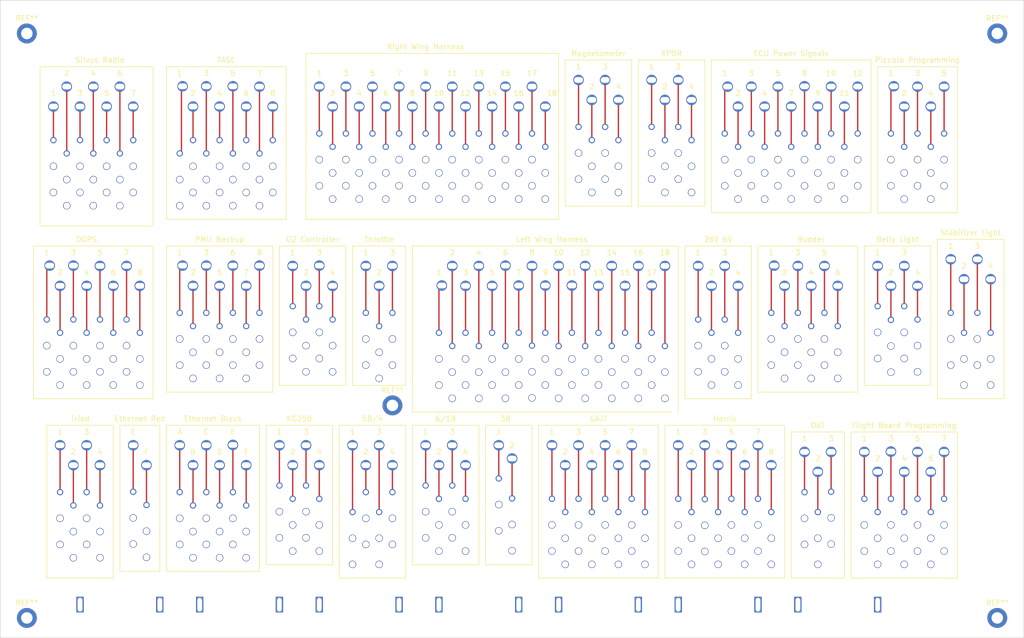
<source format=kicad_pcb>
(kicad_pcb (version 20171130) (host pcbnew "(5.1.0)-1")
  (layers (0 F.Cu signal) (31 B.Cu signal hide) (34 B.Paste user hide) (35 F.Paste user hide) (36 B.SilkS user hide) (37 F.SilkS user) (38 B.Mask user hide) (39 F.Mask user hide) (44 Edge.Cuts user))
  (net 0 "")
  (net 1 "Net-(SR1-Pad1)")
  (net 2 "Net-(SR2-Pad1)")
  (net 3 "Net-(SR3-Pad1)")
  (net 4 "Net-(SR4-Pad1)")
  (net 5 "Net-(SR5-Pad1)")
  (net 6 "Net-(SR6-Pad1)")
  (net 7 "Net-(SR7-Pad1)")
  (net 8 "Net-(SR8-Pad1)")
  (net 9 "Net-(SR9-Pad1)")
  (net 10 "Net-(SR10-Pad1)")
  (net 11 "Net-(SR11-Pad1)")
  (net 12 "Net-(SR12-Pad1)")
  (net 13 "Net-(SR13-Pad1)")
  (net 14 "Net-(SR14-Pad1)")
  (net 15 "Net-(SR15-Pad1)")
  (net 16 "Net-(SR16-Pad1)")
  (net 17 "Net-(SR17-Pad1)")
  (net 18 "Net-(SR18-Pad1)")
  (net 19 "Net-(SR19-Pad1)")
  (net 20 "Net-(SR20-Pad1)")
  (net 21 "Net-(SR21-Pad1)")
  (net 22 "Net-(SR22-Pad1)")
  (net 23 "Net-(SR23-Pad1)")
  (net 24 "Net-(SR24-Pad1)")
  (net 25 "Net-(SR25-Pad1)")
  (net 26 "Net-(SR26-Pad1)")
  (net 27 "Net-(SR27-Pad1)")
  (net 28 "Net-(SR28-Pad1)")
  (net 29 "Net-(SR29-Pad1)")
  (net 30 "Net-(SR30-Pad1)")
  (net 31 "Net-(SR31-Pad1)")
  (net 32 "Net-(SR32-Pad1)")
  (net 33 "Net-(SR33-Pad1)")
  (net 34 "Net-(SR34-Pad1)")
  (net 35 "Net-(SR35-Pad1)")
  (net 36 "Net-(SR36-Pad1)")
  (net 37 "Net-(SR37-Pad1)")
  (net 38 "Net-(SR38-Pad1)")
  (net 39 "Net-(SR39-Pad1)")
  (net 40 "Net-(SR40-Pad1)")
  (net 41 "Net-(SR41-Pad1)")
  (net 42 "Net-(SR42-Pad1)")
  (net 43 "Net-(SR43-Pad1)")
  (net 44 "Net-(SR44-Pad1)")
  (net 45 "Net-(SR45-Pad1)")
  (net 46 "Net-(SR46-Pad1)")
  (net 47 "Net-(SR47-Pad1)")
  (net 48 "Net-(SR48-Pad1)")
  (net 49 "Net-(SR49-Pad1)")
  (net 50 "Net-(SR50-Pad1)")
  (net 51 "Net-(SR51-Pad1)")
  (net 52 "Net-(SR52-Pad1)")
  (net 53 "Net-(SR53-Pad1)")
  (net 54 "Net-(SR54-Pad1)")
  (net 55 "Net-(SR55-Pad1)")
  (net 56 "Net-(SR56-Pad1)")
  (net 57 "Net-(SR57-Pad1)")
  (net 58 "Net-(SR58-Pad1)")
  (net 59 "Net-(SR59-Pad1)")
  (net 60 "Net-(SR60-Pad1)")
  (net 61 "Net-(SR61-Pad1)")
  (net 62 "Net-(SR62-Pad1)")
  (net 63 "Net-(SR63-Pad1)")
  (net 64 "Net-(SR64-Pad1)")
  (net 65 "Net-(SR65-Pad1)")
  (net 66 "Net-(SR66-Pad1)")
  (net 67 "Net-(SR67-Pad1)")
  (net 68 "Net-(SR68-Pad1)")
  (net 69 "Net-(SR69-Pad1)")
  (net 70 "Net-(SR70-Pad1)")
  (net 71 "Net-(SR71-Pad1)")
  (net 72 "Net-(SR72-Pad1)")
  (net 73 "Net-(SR73-Pad1)")
  (net 74 "Net-(SR74-Pad1)")
  (net 75 "Net-(SR75-Pad1)")
  (net 76 "Net-(SR76-Pad1)")
  (net 77 "Net-(SR77-Pad1)")
  (net 78 "Net-(SR78-Pad1)")
  (net 79 "Net-(SR79-Pad1)")
  (net 80 "Net-(SR80-Pad1)")
  (net 81 "Net-(SR81-Pad1)")
  (net 82 "Net-(SR82-Pad1)")
  (net 83 "Net-(SR83-Pad1)")
  (net 84 "Net-(SR84-Pad1)")
  (net 85 "Net-(SR85-Pad1)")
  (net 86 "Net-(SR86-Pad1)")
  (net 87 "Net-(SR87-Pad1)")
  (net 88 "Net-(SR88-Pad1)")
  (net 89 "Net-(SR89-Pad1)")
  (net 90 "Net-(SR90-Pad1)")
  (net 91 "Net-(SR91-Pad1)")
  (net 92 "Net-(SR92-Pad1)")
  (net 93 "Net-(SR93-Pad1)")
  (net 94 "Net-(SR94-Pad1)")
  (net 95 "Net-(SR95-Pad1)")
  (net 96 "Net-(SR96-Pad1)")
  (net 97 "Net-(SR97-Pad1)")
  (net 98 "Net-(SR98-Pad1)")
  (net 99 "Net-(SR99-Pad1)")
  (net 100 "Net-(SR100-Pad1)")
  (net 101 "Net-(SR101-Pad1)")
  (net 102 "Net-(SR102-Pad1)")
  (net 103 "Net-(SR103-Pad1)")
  (net 104 "Net-(SR104-Pad1)")
  (net 105 "Net-(SR105-Pad1)")
  (net 106 "Net-(SR106-Pad1)")
  (net 107 "Net-(SR107-Pad1)")
  (net 108 "Net-(SR108-Pad1)")
  (net 109 "Net-(SR109-Pad1)")
  (net 110 "Net-(SR110-Pad1)")
  (net 111 "Net-(SR111-Pad1)")
  (net 112 "Net-(SR112-Pad1)")
  (net 113 "Net-(SR113-Pad1)")
  (net 114 "Net-(SR114-Pad1)")
  (net 115 "Net-(SR115-Pad1)")
  (net 116 "Net-(SR116-Pad1)")
  (net 117 "Net-(SR117-Pad1)")
  (net 118 "Net-(SR118-Pad1)")
  (net 119 "Net-(SR119-Pad1)")
  (net 120 "Net-(SR120-Pad1)")
  (net 121 "Net-(SR121-Pad1)")
  (net 122 "Net-(SR122-Pad1)")
  (net 123 "Net-(SR123-Pad1)")
  (net 124 "Net-(SR124-Pad1)")
  (net 125 "Net-(SR125-Pad1)")
  (net 126 "Net-(SR126-Pad1)")
  (net 127 "Net-(SR127-Pad1)")
  (net 128 "Net-(SR128-Pad1)")
  (net 129 "Net-(SR129-Pad1)")
  (net 130 "Net-(SR130-Pad1)")
  (net 131 "Net-(SR131-Pad1)")
  (net 132 "Net-(SR132-Pad1)")
  (net 133 "Net-(SR133-Pad1)")
  (net 134 "Net-(SR134-Pad1)")
  (net 135 "Net-(SR135-Pad1)")
  (net 136 "Net-(SR136-Pad1)")
  (net 137 "Net-(SR137-Pad1)")
  (net 138 "Net-(SR138-Pad1)")
  (net 139 "Net-(SR139-Pad1)")
  (net 140 "Net-(SR140-Pad1)")
  (net 141 "Net-(SR141-Pad1)")
  (net 142 "Net-(SR142-Pad1)")
  (net 143 "Net-(SR143-Pad1)")
  (net 144 "Net-(SR144-Pad1)")
  (net 145 "Net-(SR145-Pad1)")
  (net 146 "Net-(SR146-Pad1)")
  (net 147 "Net-(SR147-Pad1)")
  (net 148 "Net-(SR148-Pad1)")
  (net 149 "Net-(SR149-Pad1)")
  (net 150 "Net-(SR150-Pad1)")
  (net 151 "Net-(SR151-Pad1)")
  (net 152 "Net-(SR152-Pad1)")
  (net 153 "Net-(SR153-Pad1)")
  (net 154 "Net-(SR154-Pad1)")
  (net 155 "Net-(SR155-Pad1)")
  (net 156 "Net-(SR156-Pad1)")
  (net 157 "Net-(SR157-Pad1)")
  (net 158 "Net-(SR158-Pad1)")
  (net 159 "Net-(SR159-Pad1)")
  (net 160 "Net-(SR160-Pad1)")
  (net 161 "Net-(SR161-Pad1)")
  (net 162 "Net-(SR162-Pad1)")
  (net 163 "Net-(SR163-Pad1)")
  (net 164 "Net-(SR164-Pad1)")
  (net 165 "Net-(SR165-Pad1)")
  (net 166 "Net-(SR166-Pad1)")
  (net 167 "Net-(SR167-Pad1)")
  (module MountingHole:MountingHole_2.2mm_M2_DIN965_Pad (layer F.Cu) (at 127 113.03)
    (fp_text reference REF** (at 0 -2.9) (layer F.SilkS))
    (fp_text value MountingHole_2.2mm_M2_DIN965_Pad)
    (pad 1 thru_hole circle (at 0 0) (size 3.8 3.8) (drill 2.2) (layers *.Cu *.Mask))
  )
  (module MountingHole:MountingHole_2.2mm_M2_DIN965_Pad (layer F.Cu) (at 242.57 41.91)
    (fp_text reference REF** (at 0 -2.9) (layer F.SilkS))
    (fp_text value MountingHole_2.2mm_M2_DIN965_Pad)
    (pad 1 thru_hole circle (at 0 0) (size 3.8 3.8) (drill 2.2) (layers *.Cu *.Mask))
  )
  (module MountingHole:MountingHole_2.2mm_M2_DIN965_Pad (layer F.Cu) (at 242.57 153.67)
    (fp_text reference REF** (at 0 -2.9) (layer F.SilkS))
    (fp_text value MountingHole_2.2mm_M2_DIN965_Pad)
    (pad 1 thru_hole circle (at 0 0) (size 3.8 3.8) (drill 2.2) (layers *.Cu *.Mask))
  )
  (module MountingHole:MountingHole_2.2mm_M2_DIN965_Pad (layer F.Cu) (at 57.15 41.91)
    (fp_text reference REF** (at 0 -2.9) (layer F.SilkS))
    (fp_text value MountingHole_2.2mm_M2_DIN965_Pad)
    (pad 1 thru_hole circle (at 0 0) (size 3.8 3.8) (drill 2.2) (layers *.Cu *.Mask))
  )
  (module MountingHole:MountingHole_2.2mm_M2_DIN965_Pad (layer F.Cu) (at 57.15 153.67)
    (fp_text reference REF** (at 0 -2.9) (layer F.SilkS))
    (fp_text value MountingHole_2.2mm_M2_DIN965_Pad)
    (pad 1 thru_hole circle (at 0 0) (size 3.8 3.8) (drill 2.2) (layers *.Cu *.Mask))
  )
  (module AV_Breakout_Continuity:ZipTieHole (layer F.Cu) (at 212.09 151.13)
    (fp_text reference REF** hide)
    (fp_text value ZipTieHole hide)
    (pad 1 thru_hole rect (at -7.62 0 90) (size 3 1.4) (drill oval 2.6 0.9) (layers *.Cu *.Mask))
    (pad 1 thru_hole rect (at 7.62 0 90) (size 3 1.4) (drill oval 2.6 0.9) (layers *.Cu *.Mask))
  )
  (module AV_Breakout_Continuity:ZipTieHole (layer F.Cu) (at 189.23 151.13)
    (fp_text reference REF** hide)
    (fp_text value ZipTieHole hide)
    (pad 1 thru_hole rect (at -7.62 0 90) (size 3 1.4) (drill oval 2.6 0.9) (layers *.Cu *.Mask))
    (pad 1 thru_hole rect (at 7.62 0 90) (size 3 1.4) (drill oval 2.6 0.9) (layers *.Cu *.Mask))
  )
  (module AV_Breakout_Continuity:ZipTieHole (layer F.Cu) (at 166.37 151.13)
    (fp_text reference REF** hide)
    (fp_text value ZipTieHole hide)
    (pad 1 thru_hole rect (at -7.62 0 90) (size 3 1.4) (drill oval 2.6 0.9) (layers *.Cu *.Mask))
    (pad 1 thru_hole rect (at 7.62 0 90) (size 3 1.4) (drill oval 2.6 0.9) (layers *.Cu *.Mask))
  )
  (module AV_Breakout_Continuity:ZipTieHole (layer F.Cu) (at 143.51 151.13)
    (fp_text reference REF** hide)
    (fp_text value ZipTieHole hide)
    (pad 1 thru_hole rect (at -7.62 0 90) (size 3 1.4) (drill oval 2.6 0.9) (layers *.Cu *.Mask))
    (pad 1 thru_hole rect (at 7.62 0 90) (size 3 1.4) (drill oval 2.6 0.9) (layers *.Cu *.Mask))
  )
  (module AV_Breakout_Continuity:ZipTieHole (layer F.Cu) (at 120.65 151.13)
    (fp_text reference REF** hide)
    (fp_text value ZipTieHole hide)
    (pad 1 thru_hole rect (at -7.62 0 90) (size 3 1.4) (drill oval 2.6 0.9) (layers *.Cu *.Mask))
    (pad 1 thru_hole rect (at 7.62 0 90) (size 3 1.4) (drill oval 2.6 0.9) (layers *.Cu *.Mask))
  )
  (module AV_Breakout_Continuity:ZipTieHole (layer F.Cu) (at 97.79 151.13)
    (fp_text reference REF** hide)
    (fp_text value ZipTieHole hide)
    (pad 1 thru_hole rect (at -7.62 0 90) (size 3 1.4) (drill oval 2.6 0.9) (layers *.Cu *.Mask))
    (pad 1 thru_hole rect (at 7.62 0 90) (size 3 1.4) (drill oval 2.6 0.9) (layers *.Cu *.Mask))
  )
  (module AV_Breakout_Continuity:ZipTieHole (layer F.Cu) (at 74.93 151.13)
    (fp_text reference REF** hide)
    (fp_text value ZipTieHole hide)
    (pad 1 thru_hole rect (at 7.62 0 90) (size 3 1.4) (drill oval 2.6 0.9) (layers *.Cu *.Mask))
    (pad 1 thru_hole rect (at -7.62 0 90) (size 3 1.4) (drill oval 2.6 0.9) (layers *.Cu *.Mask))
  )
  (module AV_Breakout_Continuity:StrainRelief (layer F.Cu) (at 232.41 135.89)
    (fp_text reference SR7 hide)
    (fp_text value " " hide)
    (pad 1 thru_hole circle (at 0 -5 90) (size 1.2 1.2) (drill 0.8) (layers *.Cu *.Mask) (net 7 "Net-(SR7-Pad1)"))
    (pad 2 thru_hole circle (at 0 0 90) (size 1.4 1.4) (drill 1.2) (layers *.Cu *.Mask))
    (pad 3 thru_hole circle (at 0 5 90) (size 1.4 1.4) (drill 1.2) (layers *.Cu *.Mask))
  )
  (module AV_Breakout_Continuity:StrainRelief (layer F.Cu) (at 229.87 138.43)
    (fp_text reference SR6 hide)
    (fp_text value " " hide)
    (pad 1 thru_hole circle (at 0 -5 90) (size 1.2 1.2) (drill 0.8) (layers *.Cu *.Mask) (net 6 "Net-(SR6-Pad1)"))
    (pad 2 thru_hole circle (at 0 0 90) (size 1.4 1.4) (drill 1.2) (layers *.Cu *.Mask))
    (pad 3 thru_hole circle (at 0 5 90) (size 1.4 1.4) (drill 1.2) (layers *.Cu *.Mask))
  )
  (module AV_Breakout_Continuity:StrainRelief (layer F.Cu) (at 227.33 135.89)
    (fp_text reference SR5 hide)
    (fp_text value " " hide)
    (pad 1 thru_hole circle (at 0 -5 90) (size 1.2 1.2) (drill 0.8) (layers *.Cu *.Mask) (net 5 "Net-(SR5-Pad1)"))
    (pad 2 thru_hole circle (at 0 0 90) (size 1.4 1.4) (drill 1.2) (layers *.Cu *.Mask))
    (pad 3 thru_hole circle (at 0 5 90) (size 1.4 1.4) (drill 1.2) (layers *.Cu *.Mask))
  )
  (module AV_Breakout_Continuity:StrainRelief (layer F.Cu) (at 224.79 138.43)
    (fp_text reference SR4 hide)
    (fp_text value " " hide)
    (pad 1 thru_hole circle (at 0 -5 90) (size 1.2 1.2) (drill 0.8) (layers *.Cu *.Mask) (net 4 "Net-(SR4-Pad1)"))
    (pad 2 thru_hole circle (at 0 0 90) (size 1.4 1.4) (drill 1.2) (layers *.Cu *.Mask))
    (pad 3 thru_hole circle (at 0 5 90) (size 1.4 1.4) (drill 1.2) (layers *.Cu *.Mask))
  )
  (module AV_Breakout_Continuity:StrainRelief (layer F.Cu) (at 222.25 135.89)
    (fp_text reference SR3 hide)
    (fp_text value " " hide)
    (pad 1 thru_hole circle (at 0 -5 90) (size 1.2 1.2) (drill 0.8) (layers *.Cu *.Mask) (net 3 "Net-(SR3-Pad1)"))
    (pad 2 thru_hole circle (at 0 0 90) (size 1.4 1.4) (drill 1.2) (layers *.Cu *.Mask))
    (pad 3 thru_hole circle (at 0 5 90) (size 1.4 1.4) (drill 1.2) (layers *.Cu *.Mask))
  )
  (module AV_Breakout_Continuity:StrainRelief (layer F.Cu) (at 219.71 138.43)
    (fp_text reference SR2 hide)
    (fp_text value " " hide)
    (pad 1 thru_hole circle (at 0 -5 90) (size 1.2 1.2) (drill 0.8) (layers *.Cu *.Mask) (net 2 "Net-(SR2-Pad1)"))
    (pad 2 thru_hole circle (at 0 0 90) (size 1.4 1.4) (drill 1.2) (layers *.Cu *.Mask))
    (pad 3 thru_hole circle (at 0 5 90) (size 1.4 1.4) (drill 1.2) (layers *.Cu *.Mask))
  )
  (module AV_Breakout_Continuity:StrainRelief (layer F.Cu) (at 217.17 135.89)
    (fp_text reference SR1 hide)
    (fp_text value " " hide)
    (pad 1 thru_hole circle (at 0 -5 90) (size 1.2 1.2) (drill 0.8) (layers *.Cu *.Mask) (net 1 "Net-(SR1-Pad1)"))
    (pad 2 thru_hole circle (at 0 0 90) (size 1.4 1.4) (drill 1.2) (layers *.Cu *.Mask))
    (pad 3 thru_hole circle (at 0 5 90) (size 1.4 1.4) (drill 1.2) (layers *.Cu *.Mask))
  )
  (module AV_Breakout_Continuity:StrainRelief (layer F.Cu) (at 113.03 66.04)
    (fp_text reference SR26 hide)
    (fp_text value " " hide)
    (pad 1 thru_hole circle (at 0 -5 90) (size 1.2 1.2) (drill 0.8) (layers *.Cu *.Mask) (net 26 "Net-(SR26-Pad1)"))
    (pad 2 thru_hole circle (at 0 0 90) (size 1.4 1.4) (drill 1.2) (layers *.Cu *.Mask))
    (pad 3 thru_hole circle (at 0 5 90) (size 1.4 1.4) (drill 1.2) (layers *.Cu *.Mask))
  )
  (module AV_Breakout_Continuity:StrainRelief (layer F.Cu) (at 210.82 134.54)
    (fp_text reference SR160 hide)
    (fp_text value " " hide)
    (pad 1 thru_hole circle (at 0 -5 90) (size 1.2 1.2) (drill 0.8) (layers *.Cu *.Mask) (net 160 "Net-(SR160-Pad1)"))
    (pad 2 thru_hole circle (at 0 0 90) (size 1.4 1.4) (drill 1.2) (layers *.Cu *.Mask))
    (pad 3 thru_hole circle (at 0 5 90) (size 1.4 1.4) (drill 1.2) (layers *.Cu *.Mask))
  )
  (module AV_Breakout_Continuity:StrainRelief (layer F.Cu) (at 119.38 138.43)
    (fp_text reference SR130 hide)
    (fp_text value " " hide)
    (pad 1 thru_hole circle (at 0 -5 90) (size 1.2 1.2) (drill 0.8) (layers *.Cu *.Mask) (net 130 "Net-(SR130-Pad1)"))
    (pad 2 thru_hole circle (at 0 0 90) (size 1.4 1.4) (drill 1.2) (layers *.Cu *.Mask))
    (pad 3 thru_hole circle (at 0 5 90) (size 1.4 1.4) (drill 1.2) (layers *.Cu *.Mask))
  )
  (module AV_Breakout_Continuity:StrainRelief (layer F.Cu) (at 121.92 134.62)
    (fp_text reference SR131 hide)
    (fp_text value " " hide)
    (pad 1 thru_hole circle (at 0 -5 90) (size 1.2 1.2) (drill 0.8) (layers *.Cu *.Mask) (net 131 "Net-(SR131-Pad1)"))
    (pad 2 thru_hole circle (at 0 0 90) (size 1.4 1.4) (drill 1.2) (layers *.Cu *.Mask))
    (pad 3 thru_hole circle (at 0 5 90) (size 1.4 1.4) (drill 1.2) (layers *.Cu *.Mask))
  )
  (module AV_Breakout_Continuity:StrainRelief (layer F.Cu) (at 124.46 138.43)
    (fp_text reference SR132 hide)
    (fp_text value " " hide)
    (pad 1 thru_hole circle (at 0 -5 90) (size 1.2 1.2) (drill 0.8) (layers *.Cu *.Mask) (net 132 "Net-(SR132-Pad1)"))
    (pad 2 thru_hole circle (at 0 0 90) (size 1.4 1.4) (drill 1.2) (layers *.Cu *.Mask))
    (pad 3 thru_hole circle (at 0 5 90) (size 1.4 1.4) (drill 1.2) (layers *.Cu *.Mask))
  )
  (module AV_Breakout_Continuity:StrainRelief (layer F.Cu) (at 127 134.62)
    (fp_text reference SR133 hide)
    (fp_text value " " hide)
    (pad 1 thru_hole circle (at 0 -5 90) (size 1.2 1.2) (drill 0.8) (layers *.Cu *.Mask) (net 133 "Net-(SR133-Pad1)"))
    (pad 2 thru_hole circle (at 0 0 90) (size 1.4 1.4) (drill 1.2) (layers *.Cu *.Mask))
    (pad 3 thru_hole circle (at 0 5 90) (size 1.4 1.4) (drill 1.2) (layers *.Cu *.Mask))
  )
  (module AV_Breakout_Continuity:StrainRelief (layer F.Cu) (at 176.53 64.77)
    (fp_text reference SR138 hide)
    (fp_text value " " hide)
    (pad 1 thru_hole circle (at 0 -5 90) (size 1.2 1.2) (drill 0.8) (layers *.Cu *.Mask) (net 138 "Net-(SR138-Pad1)"))
    (pad 2 thru_hole circle (at 0 0 90) (size 1.4 1.4) (drill 1.2) (layers *.Cu *.Mask))
    (pad 3 thru_hole circle (at 0 5 90) (size 1.4 1.4) (drill 1.2) (layers *.Cu *.Mask))
  )
  (module AV_Breakout_Continuity:StrainRelief (layer F.Cu) (at 179.07 67.31)
    (fp_text reference SR139 hide)
    (fp_text value " " hide)
    (pad 1 thru_hole circle (at 0 -5 90) (size 1.2 1.2) (drill 0.8) (layers *.Cu *.Mask) (net 139 "Net-(SR139-Pad1)"))
    (pad 2 thru_hole circle (at 0 0 90) (size 1.4 1.4) (drill 1.2) (layers *.Cu *.Mask))
    (pad 3 thru_hole circle (at 0 5 90) (size 1.4 1.4) (drill 1.2) (layers *.Cu *.Mask))
  )
  (module AV_Breakout_Continuity:StrainRelief (layer F.Cu) (at 181.61 64.77)
    (fp_text reference SR140 hide)
    (fp_text value " " hide)
    (pad 1 thru_hole circle (at 0 -5 90) (size 1.2 1.2) (drill 0.8) (layers *.Cu *.Mask) (net 140 "Net-(SR140-Pad1)"))
    (pad 2 thru_hole circle (at 0 0 90) (size 1.4 1.4) (drill 1.2) (layers *.Cu *.Mask))
    (pad 3 thru_hole circle (at 0 5 90) (size 1.4 1.4) (drill 1.2) (layers *.Cu *.Mask))
  )
  (module AV_Breakout_Continuity:StrainRelief (layer F.Cu) (at 184.15 67.31)
    (fp_text reference SR141 hide)
    (fp_text value " " hide)
    (pad 1 thru_hole circle (at 0 -5 90) (size 1.2 1.2) (drill 0.8) (layers *.Cu *.Mask) (net 141 "Net-(SR141-Pad1)"))
    (pad 2 thru_hole circle (at 0 0 90) (size 1.4 1.4) (drill 1.2) (layers *.Cu *.Mask))
    (pad 3 thru_hole circle (at 0 5 90) (size 1.4 1.4) (drill 1.2) (layers *.Cu *.Mask))
  )
  (module AV_Breakout_Continuity:StrainRelief (layer F.Cu) (at 63.5 134.62)
    (fp_text reference SR146 hide)
    (fp_text value " " hide)
    (pad 1 thru_hole circle (at 0 -5 90) (size 1.2 1.2) (drill 0.8) (layers *.Cu *.Mask) (net 146 "Net-(SR146-Pad1)"))
    (pad 2 thru_hole circle (at 0 0 90) (size 1.4 1.4) (drill 1.2) (layers *.Cu *.Mask))
    (pad 3 thru_hole circle (at 0 5 90) (size 1.4 1.4) (drill 1.2) (layers *.Cu *.Mask))
  )
  (module AV_Breakout_Continuity:StrainRelief (layer F.Cu) (at 66.04 137.16)
    (fp_text reference SR147 hide)
    (fp_text value " " hide)
    (pad 1 thru_hole circle (at 0 -5 90) (size 1.2 1.2) (drill 0.8) (layers *.Cu *.Mask) (net 147 "Net-(SR147-Pad1)"))
    (pad 2 thru_hole circle (at 0 0 90) (size 1.4 1.4) (drill 1.2) (layers *.Cu *.Mask))
    (pad 3 thru_hole circle (at 0 5 90) (size 1.4 1.4) (drill 1.2) (layers *.Cu *.Mask))
  )
  (module AV_Breakout_Continuity:StrainRelief (layer F.Cu) (at 68.58 134.62)
    (fp_text reference SR148 hide)
    (fp_text value " " hide)
    (pad 1 thru_hole circle (at 0 -5 90) (size 1.2 1.2) (drill 0.8) (layers *.Cu *.Mask) (net 148 "Net-(SR148-Pad1)"))
    (pad 2 thru_hole circle (at 0 0 90) (size 1.4 1.4) (drill 1.2) (layers *.Cu *.Mask))
    (pad 3 thru_hole circle (at 0 5 90) (size 1.4 1.4) (drill 1.2) (layers *.Cu *.Mask))
  )
  (module AV_Breakout_Continuity:StrainRelief (layer F.Cu) (at 71.12 137.16)
    (fp_text reference SR149 hide)
    (fp_text value " " hide)
    (pad 1 thru_hole circle (at 0 -5 90) (size 1.2 1.2) (drill 0.8) (layers *.Cu *.Mask) (net 149 "Net-(SR149-Pad1)"))
    (pad 2 thru_hole circle (at 0 0 90) (size 1.4 1.4) (drill 1.2) (layers *.Cu *.Mask))
    (pad 3 thru_hole circle (at 0 5 90) (size 1.4 1.4) (drill 1.2) (layers *.Cu *.Mask))
  )
  (module AV_Breakout_Continuity:StrainRelief (layer F.Cu) (at 241.3 104.14)
    (fp_text reference SR153 hide)
    (fp_text value " " hide)
    (pad 1 thru_hole circle (at 0 -5 90) (size 1.2 1.2) (drill 0.8) (layers *.Cu *.Mask) (net 153 "Net-(SR153-Pad1)"))
    (pad 2 thru_hole circle (at 0 0 90) (size 1.4 1.4) (drill 1.2) (layers *.Cu *.Mask))
    (pad 3 thru_hole circle (at 0 5 90) (size 1.4 1.4) (drill 1.2) (layers *.Cu *.Mask))
  )
  (module AV_Breakout_Continuity:StrainRelief (layer F.Cu) (at 238.76 100.33)
    (fp_text reference SR152 hide)
    (fp_text value " " hide)
    (pad 1 thru_hole circle (at 0 -5 90) (size 1.2 1.2) (drill 0.8) (layers *.Cu *.Mask) (net 152 "Net-(SR152-Pad1)"))
    (pad 2 thru_hole circle (at 0 0 90) (size 1.4 1.4) (drill 1.2) (layers *.Cu *.Mask))
    (pad 3 thru_hole circle (at 0 5 90) (size 1.4 1.4) (drill 1.2) (layers *.Cu *.Mask))
  )
  (module AV_Breakout_Continuity:StrainRelief (layer F.Cu) (at 236.22 104.14)
    (fp_text reference SR151 hide)
    (fp_text value " " hide)
    (pad 1 thru_hole circle (at 0 -5 90) (size 1.2 1.2) (drill 0.8) (layers *.Cu *.Mask) (net 151 "Net-(SR151-Pad1)"))
    (pad 2 thru_hole circle (at 0 0 90) (size 1.4 1.4) (drill 1.2) (layers *.Cu *.Mask))
    (pad 3 thru_hole circle (at 0 5 90) (size 1.4 1.4) (drill 1.2) (layers *.Cu *.Mask))
  )
  (module AV_Breakout_Continuity:StrainRelief (layer F.Cu) (at 233.68 100.33)
    (fp_text reference SR150 hide)
    (fp_text value " " hide)
    (pad 1 thru_hole circle (at 0 -5 90) (size 1.2 1.2) (drill 0.8) (layers *.Cu *.Mask) (net 150 "Net-(SR150-Pad1)"))
    (pad 2 thru_hole circle (at 0 0 90) (size 1.4 1.4) (drill 1.2) (layers *.Cu *.Mask))
    (pad 3 thru_hole circle (at 0 5 90) (size 1.4 1.4) (drill 1.2) (layers *.Cu *.Mask))
  )
  (module AV_Breakout_Continuity:StrainRelief (layer F.Cu) (at 229.87 68.58)
    (fp_text reference SR116 hide)
    (fp_text value " " hide)
    (pad 1 thru_hole circle (at 0 -5 90) (size 1.2 1.2) (drill 0.8) (layers *.Cu *.Mask) (net 116 "Net-(SR116-Pad1)"))
    (pad 2 thru_hole circle (at 0 0 90) (size 1.4 1.4) (drill 1.2) (layers *.Cu *.Mask))
    (pad 3 thru_hole circle (at 0 5 90) (size 1.4 1.4) (drill 1.2) (layers *.Cu *.Mask))
  )
  (module AV_Breakout_Continuity:StrainRelief (layer F.Cu) (at 227.33 66.04)
    (fp_text reference SR115 hide)
    (fp_text value " " hide)
    (pad 1 thru_hole circle (at 0 -5 90) (size 1.2 1.2) (drill 0.8) (layers *.Cu *.Mask) (net 115 "Net-(SR115-Pad1)"))
    (pad 2 thru_hole circle (at 0 0 90) (size 1.4 1.4) (drill 1.2) (layers *.Cu *.Mask))
    (pad 3 thru_hole circle (at 0 5 90) (size 1.4 1.4) (drill 1.2) (layers *.Cu *.Mask))
  )
  (module AV_Breakout_Continuity:StrainRelief (layer F.Cu) (at 224.79 68.58)
    (fp_text reference SR114 hide)
    (fp_text value " " hide)
    (pad 1 thru_hole circle (at 0 -5 90) (size 1.2 1.2) (drill 0.8) (layers *.Cu *.Mask) (net 114 "Net-(SR114-Pad1)"))
    (pad 2 thru_hole circle (at 0 0 90) (size 1.4 1.4) (drill 1.2) (layers *.Cu *.Mask))
    (pad 3 thru_hole circle (at 0 5 90) (size 1.4 1.4) (drill 1.2) (layers *.Cu *.Mask))
  )
  (module AV_Breakout_Continuity:StrainRelief (layer F.Cu) (at 222.25 66.04)
    (fp_text reference SR113 hide)
    (fp_text value " " hide)
    (pad 1 thru_hole circle (at 0 -5 90) (size 1.2 1.2) (drill 0.8) (layers *.Cu *.Mask) (net 113 "Net-(SR113-Pad1)"))
    (pad 2 thru_hole circle (at 0 0 90) (size 1.4 1.4) (drill 1.2) (layers *.Cu *.Mask))
    (pad 3 thru_hole circle (at 0 5 90) (size 1.4 1.4) (drill 1.2) (layers *.Cu *.Mask))
  )
  (module AV_Breakout_Continuity:StrainRelief (layer F.Cu) (at 232.41 66.04)
    (fp_text reference SR117 hide)
    (fp_text value " " hide)
    (pad 1 thru_hole circle (at 0 -5 90) (size 1.2 1.2) (drill 0.8) (layers *.Cu *.Mask) (net 117 "Net-(SR117-Pad1)"))
    (pad 2 thru_hole circle (at 0 0 90) (size 1.4 1.4) (drill 1.2) (layers *.Cu *.Mask))
    (pad 3 thru_hole circle (at 0 5 90) (size 1.4 1.4) (drill 1.2) (layers *.Cu *.Mask))
  )
  (module AV_Breakout_Continuity:StrainRelief (layer F.Cu) (at 162.56 64.77)
    (fp_text reference SR122 hide)
    (fp_text value " " hide)
    (pad 1 thru_hole circle (at 0 -5 90) (size 1.2 1.2) (drill 0.8) (layers *.Cu *.Mask) (net 122 "Net-(SR122-Pad1)"))
    (pad 2 thru_hole circle (at 0 0 90) (size 1.4 1.4) (drill 1.2) (layers *.Cu *.Mask))
    (pad 3 thru_hole circle (at 0 5 90) (size 1.4 1.4) (drill 1.2) (layers *.Cu *.Mask))
  )
  (module AV_Breakout_Continuity:StrainRelief (layer F.Cu) (at 135.89 104.14)
    (fp_text reference SR8 hide)
    (fp_text value " " hide)
    (pad 1 thru_hole circle (at 0 -5 90) (size 1.2 1.2) (drill 0.8) (layers *.Cu *.Mask) (net 8 "Net-(SR8-Pad1)"))
    (pad 2 thru_hole circle (at 0 0 90) (size 1.4 1.4) (drill 1.2) (layers *.Cu *.Mask))
    (pad 3 thru_hole circle (at 0 5 90) (size 1.4 1.4) (drill 1.2) (layers *.Cu *.Mask))
  )
  (module AV_Breakout_Continuity:StrainRelief (layer F.Cu) (at 138.43 106.68)
    (fp_text reference SR9 hide)
    (fp_text value " " hide)
    (pad 1 thru_hole circle (at 0 -5 90) (size 1.2 1.2) (drill 0.8) (layers *.Cu *.Mask) (net 9 "Net-(SR9-Pad1)"))
    (pad 2 thru_hole circle (at 0 0 90) (size 1.4 1.4) (drill 1.2) (layers *.Cu *.Mask))
    (pad 3 thru_hole circle (at 0 5 90) (size 1.4 1.4) (drill 1.2) (layers *.Cu *.Mask))
  )
  (module AV_Breakout_Continuity:StrainRelief (layer F.Cu) (at 140.97 104.14)
    (fp_text reference SR10 hide)
    (fp_text value " " hide)
    (pad 1 thru_hole circle (at 0 -5 90) (size 1.2 1.2) (drill 0.8) (layers *.Cu *.Mask) (net 10 "Net-(SR10-Pad1)"))
    (pad 2 thru_hole circle (at 0 0 90) (size 1.4 1.4) (drill 1.2) (layers *.Cu *.Mask))
    (pad 3 thru_hole circle (at 0 5 90) (size 1.4 1.4) (drill 1.2) (layers *.Cu *.Mask))
  )
  (module AV_Breakout_Continuity:StrainRelief (layer F.Cu) (at 143.51 106.68)
    (fp_text reference SR11 hide)
    (fp_text value " " hide)
    (pad 1 thru_hole circle (at 0 -5 90) (size 1.2 1.2) (drill 0.8) (layers *.Cu *.Mask) (net 11 "Net-(SR11-Pad1)"))
    (pad 2 thru_hole circle (at 0 0 90) (size 1.4 1.4) (drill 1.2) (layers *.Cu *.Mask))
    (pad 3 thru_hole circle (at 0 5 90) (size 1.4 1.4) (drill 1.2) (layers *.Cu *.Mask))
  )
  (module AV_Breakout_Continuity:StrainRelief (layer F.Cu) (at 146.05 104.14)
    (fp_text reference SR12 hide)
    (fp_text value " " hide)
    (pad 1 thru_hole circle (at 0 -5 90) (size 1.2 1.2) (drill 0.8) (layers *.Cu *.Mask) (net 12 "Net-(SR12-Pad1)"))
    (pad 2 thru_hole circle (at 0 0 90) (size 1.4 1.4) (drill 1.2) (layers *.Cu *.Mask))
    (pad 3 thru_hole circle (at 0 5 90) (size 1.4 1.4) (drill 1.2) (layers *.Cu *.Mask))
  )
  (module AV_Breakout_Continuity:StrainRelief (layer F.Cu) (at 148.59 106.68)
    (fp_text reference SR13 hide)
    (fp_text value " " hide)
    (pad 1 thru_hole circle (at 0 -5 90) (size 1.2 1.2) (drill 0.8) (layers *.Cu *.Mask) (net 13 "Net-(SR13-Pad1)"))
    (pad 2 thru_hole circle (at 0 0 90) (size 1.4 1.4) (drill 1.2) (layers *.Cu *.Mask))
    (pad 3 thru_hole circle (at 0 5 90) (size 1.4 1.4) (drill 1.2) (layers *.Cu *.Mask))
  )
  (module AV_Breakout_Continuity:StrainRelief (layer F.Cu) (at 151.13 104.14)
    (fp_text reference SR14 hide)
    (fp_text value " " hide)
    (pad 1 thru_hole circle (at 0 -5 90) (size 1.2 1.2) (drill 0.8) (layers *.Cu *.Mask) (net 14 "Net-(SR14-Pad1)"))
    (pad 2 thru_hole circle (at 0 0 90) (size 1.4 1.4) (drill 1.2) (layers *.Cu *.Mask))
    (pad 3 thru_hole circle (at 0 5 90) (size 1.4 1.4) (drill 1.2) (layers *.Cu *.Mask))
  )
  (module AV_Breakout_Continuity:StrainRelief (layer F.Cu) (at 153.67 106.6)
    (fp_text reference SR15 hide)
    (fp_text value " " hide)
    (pad 1 thru_hole circle (at 0 -5 90) (size 1.2 1.2) (drill 0.8) (layers *.Cu *.Mask) (net 15 "Net-(SR15-Pad1)"))
    (pad 2 thru_hole circle (at 0 0 90) (size 1.4 1.4) (drill 1.2) (layers *.Cu *.Mask))
    (pad 3 thru_hole circle (at 0 5 90) (size 1.4 1.4) (drill 1.2) (layers *.Cu *.Mask))
  )
  (module AV_Breakout_Continuity:StrainRelief (layer F.Cu) (at 156.21 104.14)
    (fp_text reference SR16 hide)
    (fp_text value " " hide)
    (pad 1 thru_hole circle (at 0 -5 90) (size 1.2 1.2) (drill 0.8) (layers *.Cu *.Mask) (net 16 "Net-(SR16-Pad1)"))
    (pad 2 thru_hole circle (at 0 0 90) (size 1.4 1.4) (drill 1.2) (layers *.Cu *.Mask))
    (pad 3 thru_hole circle (at 0 5 90) (size 1.4 1.4) (drill 1.2) (layers *.Cu *.Mask))
  )
  (module AV_Breakout_Continuity:StrainRelief (layer F.Cu) (at 158.75 106.68)
    (fp_text reference SR17 hide)
    (fp_text value " " hide)
    (pad 1 thru_hole circle (at 0 -5 90) (size 1.2 1.2) (drill 0.8) (layers *.Cu *.Mask) (net 17 "Net-(SR17-Pad1)"))
    (pad 2 thru_hole circle (at 0 0 90) (size 1.4 1.4) (drill 1.2) (layers *.Cu *.Mask))
    (pad 3 thru_hole circle (at 0 5 90) (size 1.4 1.4) (drill 1.2) (layers *.Cu *.Mask))
  )
  (module AV_Breakout_Continuity:StrainRelief (layer F.Cu) (at 161.29 104.14)
    (fp_text reference SR18 hide)
    (fp_text value " " hide)
    (pad 1 thru_hole circle (at 0 -5 90) (size 1.2 1.2) (drill 0.8) (layers *.Cu *.Mask) (net 18 "Net-(SR18-Pad1)"))
    (pad 2 thru_hole circle (at 0 0 90) (size 1.4 1.4) (drill 1.2) (layers *.Cu *.Mask))
    (pad 3 thru_hole circle (at 0 5 90) (size 1.4 1.4) (drill 1.2) (layers *.Cu *.Mask))
  )
  (module AV_Breakout_Continuity:StrainRelief (layer F.Cu) (at 163.83 106.68)
    (fp_text reference SR19 hide)
    (fp_text value " " hide)
    (pad 1 thru_hole circle (at 0 -5 90) (size 1.2 1.2) (drill 0.8) (layers *.Cu *.Mask) (net 19 "Net-(SR19-Pad1)"))
    (pad 2 thru_hole circle (at 0 0 90) (size 1.4 1.4) (drill 1.2) (layers *.Cu *.Mask))
    (pad 3 thru_hole circle (at 0 5 90) (size 1.4 1.4) (drill 1.2) (layers *.Cu *.Mask))
  )
  (module AV_Breakout_Continuity:StrainRelief (layer F.Cu) (at 166.37 104.14)
    (fp_text reference SR20 hide)
    (fp_text value " " hide)
    (pad 1 thru_hole circle (at 0 -5 90) (size 1.2 1.2) (drill 0.8) (layers *.Cu *.Mask) (net 20 "Net-(SR20-Pad1)"))
    (pad 2 thru_hole circle (at 0 0 90) (size 1.4 1.4) (drill 1.2) (layers *.Cu *.Mask))
    (pad 3 thru_hole circle (at 0 5 90) (size 1.4 1.4) (drill 1.2) (layers *.Cu *.Mask))
  )
  (module AV_Breakout_Continuity:StrainRelief (layer F.Cu) (at 168.91 106.68)
    (fp_text reference SR21 hide)
    (fp_text value " " hide)
    (pad 1 thru_hole circle (at 0 -5 90) (size 1.2 1.2) (drill 0.8) (layers *.Cu *.Mask) (net 21 "Net-(SR21-Pad1)"))
    (pad 2 thru_hole circle (at 0 0 90) (size 1.4 1.4) (drill 1.2) (layers *.Cu *.Mask))
    (pad 3 thru_hole circle (at 0 5 90) (size 1.4 1.4) (drill 1.2) (layers *.Cu *.Mask))
  )
  (module AV_Breakout_Continuity:StrainRelief (layer F.Cu) (at 171.45 104.14)
    (fp_text reference SR22 hide)
    (fp_text value " " hide)
    (pad 1 thru_hole circle (at 0 -5 90) (size 1.2 1.2) (drill 0.8) (layers *.Cu *.Mask) (net 22 "Net-(SR22-Pad1)"))
    (pad 2 thru_hole circle (at 0 0 90) (size 1.4 1.4) (drill 1.2) (layers *.Cu *.Mask))
    (pad 3 thru_hole circle (at 0 5 90) (size 1.4 1.4) (drill 1.2) (layers *.Cu *.Mask))
  )
  (module AV_Breakout_Continuity:StrainRelief (layer F.Cu) (at 173.99 106.68)
    (fp_text reference SR23 hide)
    (fp_text value " " hide)
    (pad 1 thru_hole circle (at 0 -5 90) (size 1.2 1.2) (drill 0.8) (layers *.Cu *.Mask) (net 23 "Net-(SR23-Pad1)"))
    (pad 2 thru_hole circle (at 0 0 90) (size 1.4 1.4) (drill 1.2) (layers *.Cu *.Mask))
    (pad 3 thru_hole circle (at 0 5 90) (size 1.4 1.4) (drill 1.2) (layers *.Cu *.Mask))
  )
  (module AV_Breakout_Continuity:StrainRelief (layer F.Cu) (at 176.53 104.14)
    (fp_text reference SR24 hide)
    (fp_text value " " hide)
    (pad 1 thru_hole circle (at 0 -5 90) (size 1.2 1.2) (drill 0.8) (layers *.Cu *.Mask) (net 24 "Net-(SR24-Pad1)"))
    (pad 2 thru_hole circle (at 0 0 90) (size 1.4 1.4) (drill 1.2) (layers *.Cu *.Mask))
    (pad 3 thru_hole circle (at 0 5 90) (size 1.4 1.4) (drill 1.2) (layers *.Cu *.Mask))
  )
  (module AV_Breakout_Continuity:StrainRelief (layer F.Cu) (at 179.07 106.68)
    (fp_text reference SR25 hide)
    (fp_text value " " hide)
    (pad 1 thru_hole circle (at 0 -5 90) (size 1.2 1.2) (drill 0.8) (layers *.Cu *.Mask) (net 25 "Net-(SR25-Pad1)"))
    (pad 2 thru_hole circle (at 0 0 90) (size 1.4 1.4) (drill 1.2) (layers *.Cu *.Mask))
    (pad 3 thru_hole circle (at 0 5 90) (size 1.4 1.4) (drill 1.2) (layers *.Cu *.Mask))
  )
  (module AV_Breakout_Continuity:StrainRelief (layer F.Cu) (at 115.57 68.58)
    (fp_text reference SR27 hide)
    (fp_text value " " hide)
    (pad 1 thru_hole circle (at 0 -5 90) (size 1.2 1.2) (drill 0.8) (layers *.Cu *.Mask) (net 27 "Net-(SR27-Pad1)"))
    (pad 2 thru_hole circle (at 0 0 90) (size 1.4 1.4) (drill 1.2) (layers *.Cu *.Mask))
    (pad 3 thru_hole circle (at 0 5 90) (size 1.4 1.4) (drill 1.2) (layers *.Cu *.Mask))
  )
  (module AV_Breakout_Continuity:StrainRelief (layer F.Cu) (at 118.11 66.04)
    (fp_text reference SR28 hide)
    (fp_text value " " hide)
    (pad 1 thru_hole circle (at 0 -5 90) (size 1.2 1.2) (drill 0.8) (layers *.Cu *.Mask) (net 28 "Net-(SR28-Pad1)"))
    (pad 2 thru_hole circle (at 0 0 90) (size 1.4 1.4) (drill 1.2) (layers *.Cu *.Mask))
    (pad 3 thru_hole circle (at 0 5 90) (size 1.4 1.4) (drill 1.2) (layers *.Cu *.Mask))
  )
  (module AV_Breakout_Continuity:StrainRelief (layer F.Cu) (at 120.65 68.58)
    (fp_text reference SR29 hide)
    (fp_text value " " hide)
    (pad 1 thru_hole circle (at 0 -5 90) (size 1.2 1.2) (drill 0.8) (layers *.Cu *.Mask) (net 29 "Net-(SR29-Pad1)"))
    (pad 2 thru_hole circle (at 0 0 90) (size 1.4 1.4) (drill 1.2) (layers *.Cu *.Mask))
    (pad 3 thru_hole circle (at 0 5 90) (size 1.4 1.4) (drill 1.2) (layers *.Cu *.Mask))
  )
  (module AV_Breakout_Continuity:StrainRelief (layer F.Cu) (at 123.19 66.04)
    (fp_text reference SR30 hide)
    (fp_text value " " hide)
    (pad 1 thru_hole circle (at 0 -5 90) (size 1.2 1.2) (drill 0.8) (layers *.Cu *.Mask) (net 30 "Net-(SR30-Pad1)"))
    (pad 2 thru_hole circle (at 0 0 90) (size 1.4 1.4) (drill 1.2) (layers *.Cu *.Mask))
    (pad 3 thru_hole circle (at 0 5 90) (size 1.4 1.4) (drill 1.2) (layers *.Cu *.Mask))
  )
  (module AV_Breakout_Continuity:StrainRelief (layer F.Cu) (at 125.73 68.58)
    (fp_text reference SR31 hide)
    (fp_text value " " hide)
    (pad 1 thru_hole circle (at 0 -5 90) (size 1.2 1.2) (drill 0.8) (layers *.Cu *.Mask) (net 31 "Net-(SR31-Pad1)"))
    (pad 2 thru_hole circle (at 0 0 90) (size 1.4 1.4) (drill 1.2) (layers *.Cu *.Mask))
    (pad 3 thru_hole circle (at 0 5 90) (size 1.4 1.4) (drill 1.2) (layers *.Cu *.Mask))
  )
  (module AV_Breakout_Continuity:StrainRelief (layer F.Cu) (at 128.27 66.04)
    (fp_text reference SR32 hide)
    (fp_text value " " hide)
    (pad 1 thru_hole circle (at 0 -5 90) (size 1.2 1.2) (drill 0.8) (layers *.Cu *.Mask) (net 32 "Net-(SR32-Pad1)"))
    (pad 2 thru_hole circle (at 0 0 90) (size 1.4 1.4) (drill 1.2) (layers *.Cu *.Mask))
    (pad 3 thru_hole circle (at 0 5 90) (size 1.4 1.4) (drill 1.2) (layers *.Cu *.Mask))
  )
  (module AV_Breakout_Continuity:StrainRelief (layer F.Cu) (at 130.81 68.58)
    (fp_text reference SR33 hide)
    (fp_text value " " hide)
    (pad 1 thru_hole circle (at 0 -5 90) (size 1.2 1.2) (drill 0.8) (layers *.Cu *.Mask) (net 33 "Net-(SR33-Pad1)"))
    (pad 2 thru_hole circle (at 0 0 90) (size 1.4 1.4) (drill 1.2) (layers *.Cu *.Mask))
    (pad 3 thru_hole circle (at 0 5 90) (size 1.4 1.4) (drill 1.2) (layers *.Cu *.Mask))
  )
  (module AV_Breakout_Continuity:StrainRelief (layer F.Cu) (at 133.35 66.04)
    (fp_text reference SR34 hide)
    (fp_text value " " hide)
    (pad 1 thru_hole circle (at 0 -5 90) (size 1.2 1.2) (drill 0.8) (layers *.Cu *.Mask) (net 34 "Net-(SR34-Pad1)"))
    (pad 2 thru_hole circle (at 0 0 90) (size 1.4 1.4) (drill 1.2) (layers *.Cu *.Mask))
    (pad 3 thru_hole circle (at 0 5 90) (size 1.4 1.4) (drill 1.2) (layers *.Cu *.Mask))
  )
  (module AV_Breakout_Continuity:StrainRelief (layer F.Cu) (at 135.89 68.58)
    (fp_text reference SR35 hide)
    (fp_text value " " hide)
    (pad 1 thru_hole circle (at 0 -5 90) (size 1.2 1.2) (drill 0.8) (layers *.Cu *.Mask) (net 35 "Net-(SR35-Pad1)"))
    (pad 2 thru_hole circle (at 0 0 90) (size 1.4 1.4) (drill 1.2) (layers *.Cu *.Mask))
    (pad 3 thru_hole circle (at 0 5 90) (size 1.4 1.4) (drill 1.2) (layers *.Cu *.Mask))
  )
  (module AV_Breakout_Continuity:StrainRelief (layer F.Cu) (at 138.43 66.04)
    (fp_text reference SR36 hide)
    (fp_text value " " hide)
    (pad 1 thru_hole circle (at 0 -5 90) (size 1.2 1.2) (drill 0.8) (layers *.Cu *.Mask) (net 36 "Net-(SR36-Pad1)"))
    (pad 2 thru_hole circle (at 0 0 90) (size 1.4 1.4) (drill 1.2) (layers *.Cu *.Mask))
    (pad 3 thru_hole circle (at 0 5 90) (size 1.4 1.4) (drill 1.2) (layers *.Cu *.Mask))
  )
  (module AV_Breakout_Continuity:StrainRelief (layer F.Cu) (at 140.97 68.58)
    (fp_text reference SR37 hide)
    (fp_text value " " hide)
    (pad 1 thru_hole circle (at 0 -5 90) (size 1.2 1.2) (drill 0.8) (layers *.Cu *.Mask) (net 37 "Net-(SR37-Pad1)"))
    (pad 2 thru_hole circle (at 0 0 90) (size 1.4 1.4) (drill 1.2) (layers *.Cu *.Mask))
    (pad 3 thru_hole circle (at 0 5 90) (size 1.4 1.4) (drill 1.2) (layers *.Cu *.Mask))
  )
  (module AV_Breakout_Continuity:StrainRelief (layer F.Cu) (at 143.51 66.04)
    (fp_text reference SR38 hide)
    (fp_text value " " hide)
    (pad 1 thru_hole circle (at 0 -5 90) (size 1.2 1.2) (drill 0.8) (layers *.Cu *.Mask) (net 38 "Net-(SR38-Pad1)"))
    (pad 2 thru_hole circle (at 0 0 90) (size 1.4 1.4) (drill 1.2) (layers *.Cu *.Mask))
    (pad 3 thru_hole circle (at 0 5 90) (size 1.4 1.4) (drill 1.2) (layers *.Cu *.Mask))
  )
  (module AV_Breakout_Continuity:StrainRelief (layer F.Cu) (at 146.05 68.58)
    (fp_text reference SR39 hide)
    (fp_text value " " hide)
    (pad 1 thru_hole circle (at 0 -5 90) (size 1.2 1.2) (drill 0.8) (layers *.Cu *.Mask) (net 39 "Net-(SR39-Pad1)"))
    (pad 2 thru_hole circle (at 0 0 90) (size 1.4 1.4) (drill 1.2) (layers *.Cu *.Mask))
    (pad 3 thru_hole circle (at 0 5 90) (size 1.4 1.4) (drill 1.2) (layers *.Cu *.Mask))
  )
  (module AV_Breakout_Continuity:StrainRelief (layer F.Cu) (at 148.59 66.04)
    (fp_text reference SR40 hide)
    (fp_text value " " hide)
    (pad 1 thru_hole circle (at 0 -5 90) (size 1.2 1.2) (drill 0.8) (layers *.Cu *.Mask) (net 40 "Net-(SR40-Pad1)"))
    (pad 2 thru_hole circle (at 0 0 90) (size 1.4 1.4) (drill 1.2) (layers *.Cu *.Mask))
    (pad 3 thru_hole circle (at 0 5 90) (size 1.4 1.4) (drill 1.2) (layers *.Cu *.Mask))
  )
  (module AV_Breakout_Continuity:StrainRelief (layer F.Cu) (at 151.13 68.58)
    (fp_text reference SR41 hide)
    (fp_text value " " hide)
    (pad 1 thru_hole circle (at 0 -5 90) (size 1.2 1.2) (drill 0.8) (layers *.Cu *.Mask) (net 41 "Net-(SR41-Pad1)"))
    (pad 2 thru_hole circle (at 0 0 90) (size 1.4 1.4) (drill 1.2) (layers *.Cu *.Mask))
    (pad 3 thru_hole circle (at 0 5 90) (size 1.4 1.4) (drill 1.2) (layers *.Cu *.Mask))
  )
  (module AV_Breakout_Continuity:StrainRelief (layer F.Cu) (at 153.67 66.04)
    (fp_text reference SR42 hide)
    (fp_text value " " hide)
    (pad 1 thru_hole circle (at 0 -5 90) (size 1.2 1.2) (drill 0.8) (layers *.Cu *.Mask) (net 42 "Net-(SR42-Pad1)"))
    (pad 2 thru_hole circle (at 0 0 90) (size 1.4 1.4) (drill 1.2) (layers *.Cu *.Mask))
    (pad 3 thru_hole circle (at 0 5 90) (size 1.4 1.4) (drill 1.2) (layers *.Cu *.Mask))
  )
  (module AV_Breakout_Continuity:StrainRelief (layer F.Cu) (at 156.21 68.58)
    (fp_text reference SR43 hide)
    (fp_text value " " hide)
    (pad 1 thru_hole circle (at 0 -5 90) (size 1.2 1.2) (drill 0.8) (layers *.Cu *.Mask) (net 43 "Net-(SR43-Pad1)"))
    (pad 2 thru_hole circle (at 0 0 90) (size 1.4 1.4) (drill 1.2) (layers *.Cu *.Mask))
    (pad 3 thru_hole circle (at 0 5 90) (size 1.4 1.4) (drill 1.2) (layers *.Cu *.Mask))
  )
  (module AV_Breakout_Continuity:StrainRelief (layer F.Cu) (at 190.5 66.04)
    (fp_text reference SR44 hide)
    (fp_text value " " hide)
    (pad 1 thru_hole circle (at 0 -5 90) (size 1.2 1.2) (drill 0.8) (layers *.Cu *.Mask) (net 44 "Net-(SR44-Pad1)"))
    (pad 2 thru_hole circle (at 0 0 90) (size 1.4 1.4) (drill 1.2) (layers *.Cu *.Mask))
    (pad 3 thru_hole circle (at 0 5 90) (size 1.4 1.4) (drill 1.2) (layers *.Cu *.Mask))
  )
  (module AV_Breakout_Continuity:StrainRelief (layer F.Cu) (at 193.04 68.58)
    (fp_text reference SR45 hide)
    (fp_text value " " hide)
    (pad 1 thru_hole circle (at 0 -5 90) (size 1.2 1.2) (drill 0.8) (layers *.Cu *.Mask) (net 45 "Net-(SR45-Pad1)"))
    (pad 2 thru_hole circle (at 0 0 90) (size 1.4 1.4) (drill 1.2) (layers *.Cu *.Mask))
    (pad 3 thru_hole circle (at 0 5 90) (size 1.4 1.4) (drill 1.2) (layers *.Cu *.Mask))
  )
  (module AV_Breakout_Continuity:StrainRelief (layer F.Cu) (at 195.58 66.04)
    (fp_text reference SR46 hide)
    (fp_text value " " hide)
    (pad 1 thru_hole circle (at 0 -5 90) (size 1.2 1.2) (drill 0.8) (layers *.Cu *.Mask) (net 46 "Net-(SR46-Pad1)"))
    (pad 2 thru_hole circle (at 0 0 90) (size 1.4 1.4) (drill 1.2) (layers *.Cu *.Mask))
    (pad 3 thru_hole circle (at 0 5 90) (size 1.4 1.4) (drill 1.2) (layers *.Cu *.Mask))
  )
  (module AV_Breakout_Continuity:StrainRelief (layer F.Cu) (at 198.12 68.58)
    (fp_text reference SR47 hide)
    (fp_text value " " hide)
    (pad 1 thru_hole circle (at 0 -5 90) (size 1.2 1.2) (drill 0.8) (layers *.Cu *.Mask) (net 47 "Net-(SR47-Pad1)"))
    (pad 2 thru_hole circle (at 0 0 90) (size 1.4 1.4) (drill 1.2) (layers *.Cu *.Mask))
    (pad 3 thru_hole circle (at 0 5 90) (size 1.4 1.4) (drill 1.2) (layers *.Cu *.Mask))
  )
  (module AV_Breakout_Continuity:StrainRelief (layer F.Cu) (at 200.66 66.04)
    (fp_text reference SR48 hide)
    (fp_text value " " hide)
    (pad 1 thru_hole circle (at 0 -5 90) (size 1.2 1.2) (drill 0.8) (layers *.Cu *.Mask) (net 48 "Net-(SR48-Pad1)"))
    (pad 2 thru_hole circle (at 0 0 90) (size 1.4 1.4) (drill 1.2) (layers *.Cu *.Mask))
    (pad 3 thru_hole circle (at 0 5 90) (size 1.4 1.4) (drill 1.2) (layers *.Cu *.Mask))
  )
  (module AV_Breakout_Continuity:StrainRelief (layer F.Cu) (at 203.2 68.58)
    (fp_text reference SR49 hide)
    (fp_text value " " hide)
    (pad 1 thru_hole circle (at 0 -5 90) (size 1.2 1.2) (drill 0.8) (layers *.Cu *.Mask) (net 49 "Net-(SR49-Pad1)"))
    (pad 2 thru_hole circle (at 0 0 90) (size 1.4 1.4) (drill 1.2) (layers *.Cu *.Mask))
    (pad 3 thru_hole circle (at 0 5 90) (size 1.4 1.4) (drill 1.2) (layers *.Cu *.Mask))
  )
  (module AV_Breakout_Continuity:StrainRelief (layer F.Cu) (at 205.74 66.04)
    (fp_text reference SR50 hide)
    (fp_text value " " hide)
    (pad 1 thru_hole circle (at 0 -5 90) (size 1.2 1.2) (drill 0.8) (layers *.Cu *.Mask) (net 50 "Net-(SR50-Pad1)"))
    (pad 2 thru_hole circle (at 0 0 90) (size 1.4 1.4) (drill 1.2) (layers *.Cu *.Mask))
    (pad 3 thru_hole circle (at 0 5 90) (size 1.4 1.4) (drill 1.2) (layers *.Cu *.Mask))
  )
  (module AV_Breakout_Continuity:StrainRelief (layer F.Cu) (at 208.28 68.58)
    (fp_text reference SR51 hide)
    (fp_text value " " hide)
    (pad 1 thru_hole circle (at 0 -5 90) (size 1.2 1.2) (drill 0.8) (layers *.Cu *.Mask) (net 51 "Net-(SR51-Pad1)"))
    (pad 2 thru_hole circle (at 0 0 90) (size 1.4 1.4) (drill 1.2) (layers *.Cu *.Mask))
    (pad 3 thru_hole circle (at 0 5 90) (size 1.4 1.4) (drill 1.2) (layers *.Cu *.Mask))
  )
  (module AV_Breakout_Continuity:StrainRelief (layer F.Cu) (at 210.82 66.04)
    (fp_text reference SR52 hide)
    (fp_text value " " hide)
    (pad 1 thru_hole circle (at 0 -5 90) (size 1.2 1.2) (drill 0.8) (layers *.Cu *.Mask) (net 52 "Net-(SR52-Pad1)"))
    (pad 2 thru_hole circle (at 0 0 90) (size 1.4 1.4) (drill 1.2) (layers *.Cu *.Mask))
    (pad 3 thru_hole circle (at 0 5 90) (size 1.4 1.4) (drill 1.2) (layers *.Cu *.Mask))
  )
  (module AV_Breakout_Continuity:StrainRelief (layer F.Cu) (at 213.36 68.58)
    (fp_text reference SR53 hide)
    (fp_text value " " hide)
    (pad 1 thru_hole circle (at 0 -5 90) (size 1.2 1.2) (drill 0.8) (layers *.Cu *.Mask) (net 53 "Net-(SR53-Pad1)"))
    (pad 2 thru_hole circle (at 0 0 90) (size 1.4 1.4) (drill 1.2) (layers *.Cu *.Mask))
    (pad 3 thru_hole circle (at 0 5 90) (size 1.4 1.4) (drill 1.2) (layers *.Cu *.Mask))
  )
  (module AV_Breakout_Continuity:StrainRelief (layer F.Cu) (at 215.9 66.04)
    (fp_text reference SR54 hide)
    (fp_text value " " hide)
    (pad 1 thru_hole circle (at 0 -5 90) (size 1.2 1.2) (drill 0.8) (layers *.Cu *.Mask) (net 54 "Net-(SR54-Pad1)"))
    (pad 2 thru_hole circle (at 0 0 90) (size 1.4 1.4) (drill 1.2) (layers *.Cu *.Mask))
    (pad 3 thru_hole circle (at 0 5 90) (size 1.4 1.4) (drill 1.2) (layers *.Cu *.Mask))
  )
  (module AV_Breakout_Continuity:StrainRelief (layer F.Cu) (at 86.36 100.33)
    (fp_text reference SR55 hide)
    (fp_text value " " hide)
    (pad 1 thru_hole circle (at 0 -5 90) (size 1.2 1.2) (drill 0.8) (layers *.Cu *.Mask) (net 55 "Net-(SR55-Pad1)"))
    (pad 2 thru_hole circle (at 0 0 90) (size 1.4 1.4) (drill 1.2) (layers *.Cu *.Mask))
    (pad 3 thru_hole circle (at 0 5 90) (size 1.4 1.4) (drill 1.2) (layers *.Cu *.Mask))
  )
  (module AV_Breakout_Continuity:StrainRelief (layer F.Cu) (at 88.9 102.87)
    (fp_text reference SR56 hide)
    (fp_text value " " hide)
    (pad 1 thru_hole circle (at 0 -5 90) (size 1.2 1.2) (drill 0.8) (layers *.Cu *.Mask) (net 56 "Net-(SR56-Pad1)"))
    (pad 2 thru_hole circle (at 0 0 90) (size 1.4 1.4) (drill 1.2) (layers *.Cu *.Mask))
    (pad 3 thru_hole circle (at 0 5 90) (size 1.4 1.4) (drill 1.2) (layers *.Cu *.Mask))
  )
  (module AV_Breakout_Continuity:StrainRelief (layer F.Cu) (at 91.44 100.33)
    (fp_text reference SR57 hide)
    (fp_text value " " hide)
    (pad 1 thru_hole circle (at 0 -5 90) (size 1.2 1.2) (drill 0.8) (layers *.Cu *.Mask) (net 57 "Net-(SR57-Pad1)"))
    (pad 2 thru_hole circle (at 0 0 90) (size 1.4 1.4) (drill 1.2) (layers *.Cu *.Mask))
    (pad 3 thru_hole circle (at 0 5 90) (size 1.4 1.4) (drill 1.2) (layers *.Cu *.Mask))
  )
  (module AV_Breakout_Continuity:StrainRelief (layer F.Cu) (at 93.98 102.87)
    (fp_text reference SR58 hide)
    (fp_text value " " hide)
    (pad 1 thru_hole circle (at 0 -5 90) (size 1.2 1.2) (drill 0.8) (layers *.Cu *.Mask) (net 58 "Net-(SR58-Pad1)"))
    (pad 2 thru_hole circle (at 0 0 90) (size 1.4 1.4) (drill 1.2) (layers *.Cu *.Mask))
    (pad 3 thru_hole circle (at 0 5 90) (size 1.4 1.4) (drill 1.2) (layers *.Cu *.Mask))
  )
  (module AV_Breakout_Continuity:StrainRelief (layer F.Cu) (at 96.52 100.33)
    (fp_text reference SR59 hide)
    (fp_text value " " hide)
    (pad 1 thru_hole circle (at 0 -5 90) (size 1.2 1.2) (drill 0.8) (layers *.Cu *.Mask) (net 59 "Net-(SR59-Pad1)"))
    (pad 2 thru_hole circle (at 0 0 90) (size 1.4 1.4) (drill 1.2) (layers *.Cu *.Mask))
    (pad 3 thru_hole circle (at 0 5 90) (size 1.4 1.4) (drill 1.2) (layers *.Cu *.Mask))
  )
  (module AV_Breakout_Continuity:StrainRelief (layer F.Cu) (at 99.06 102.87)
    (fp_text reference SR60 hide)
    (fp_text value " " hide)
    (pad 1 thru_hole circle (at 0 -5 90) (size 1.2 1.2) (drill 0.8) (layers *.Cu *.Mask) (net 60 "Net-(SR60-Pad1)"))
    (pad 2 thru_hole circle (at 0 0 90) (size 1.4 1.4) (drill 1.2) (layers *.Cu *.Mask))
    (pad 3 thru_hole circle (at 0 5 90) (size 1.4 1.4) (drill 1.2) (layers *.Cu *.Mask))
  )
  (module AV_Breakout_Continuity:StrainRelief (layer F.Cu) (at 101.6 100.33)
    (fp_text reference SR61 hide)
    (fp_text value " " hide)
    (pad 1 thru_hole circle (at 0 -5 90) (size 1.2 1.2) (drill 0.8) (layers *.Cu *.Mask) (net 61 "Net-(SR61-Pad1)"))
    (pad 2 thru_hole circle (at 0 0 90) (size 1.4 1.4) (drill 1.2) (layers *.Cu *.Mask))
    (pad 3 thru_hole circle (at 0 5 90) (size 1.4 1.4) (drill 1.2) (layers *.Cu *.Mask))
  )
  (module AV_Breakout_Continuity:StrainRelief (layer F.Cu) (at 157.48 135.89)
    (fp_text reference SR62 hide)
    (fp_text value " " hide)
    (pad 1 thru_hole circle (at 0 -5 90) (size 1.2 1.2) (drill 0.8) (layers *.Cu *.Mask) (net 62 "Net-(SR62-Pad1)"))
    (pad 2 thru_hole circle (at 0 0 90) (size 1.4 1.4) (drill 1.2) (layers *.Cu *.Mask))
    (pad 3 thru_hole circle (at 0 5 90) (size 1.4 1.4) (drill 1.2) (layers *.Cu *.Mask))
  )
  (module AV_Breakout_Continuity:StrainRelief (layer F.Cu) (at 160.02 138.43)
    (fp_text reference SR63 hide)
    (fp_text value " " hide)
    (pad 1 thru_hole circle (at 0 -5 90) (size 1.2 1.2) (drill 0.8) (layers *.Cu *.Mask) (net 63 "Net-(SR63-Pad1)"))
    (pad 2 thru_hole circle (at 0 0 90) (size 1.4 1.4) (drill 1.2) (layers *.Cu *.Mask))
    (pad 3 thru_hole circle (at 0 5 90) (size 1.4 1.4) (drill 1.2) (layers *.Cu *.Mask))
  )
  (module AV_Breakout_Continuity:StrainRelief (layer F.Cu) (at 162.56 135.89)
    (fp_text reference SR64 hide)
    (fp_text value " " hide)
    (pad 1 thru_hole circle (at 0 -5 90) (size 1.2 1.2) (drill 0.8) (layers *.Cu *.Mask) (net 64 "Net-(SR64-Pad1)"))
    (pad 2 thru_hole circle (at 0 0 90) (size 1.4 1.4) (drill 1.2) (layers *.Cu *.Mask))
    (pad 3 thru_hole circle (at 0 5 90) (size 1.4 1.4) (drill 1.2) (layers *.Cu *.Mask))
  )
  (module AV_Breakout_Continuity:StrainRelief (layer F.Cu) (at 165.1 138.43)
    (fp_text reference SR65 hide)
    (fp_text value " " hide)
    (pad 1 thru_hole circle (at 0 -5 90) (size 1.2 1.2) (drill 0.8) (layers *.Cu *.Mask) (net 65 "Net-(SR65-Pad1)"))
    (pad 2 thru_hole circle (at 0 0 90) (size 1.4 1.4) (drill 1.2) (layers *.Cu *.Mask))
    (pad 3 thru_hole circle (at 0 5 90) (size 1.4 1.4) (drill 1.2) (layers *.Cu *.Mask))
  )
  (module AV_Breakout_Continuity:StrainRelief (layer F.Cu) (at 167.64 135.89)
    (fp_text reference SR66 hide)
    (fp_text value " " hide)
    (pad 1 thru_hole circle (at 0 -5 90) (size 1.2 1.2) (drill 0.8) (layers *.Cu *.Mask) (net 66 "Net-(SR66-Pad1)"))
    (pad 2 thru_hole circle (at 0 0 90) (size 1.4 1.4) (drill 1.2) (layers *.Cu *.Mask))
    (pad 3 thru_hole circle (at 0 5 90) (size 1.4 1.4) (drill 1.2) (layers *.Cu *.Mask))
  )
  (module AV_Breakout_Continuity:StrainRelief (layer F.Cu) (at 170.18 138.43)
    (fp_text reference SR67 hide)
    (fp_text value " " hide)
    (pad 1 thru_hole circle (at 0 -5 90) (size 1.2 1.2) (drill 0.8) (layers *.Cu *.Mask) (net 67 "Net-(SR67-Pad1)"))
    (pad 2 thru_hole circle (at 0 0 90) (size 1.4 1.4) (drill 1.2) (layers *.Cu *.Mask))
    (pad 3 thru_hole circle (at 0 5 90) (size 1.4 1.4) (drill 1.2) (layers *.Cu *.Mask))
  )
  (module AV_Breakout_Continuity:StrainRelief (layer F.Cu) (at 172.72 135.89)
    (fp_text reference SR68 hide)
    (fp_text value " " hide)
    (pad 1 thru_hole circle (at 0 -5 90) (size 1.2 1.2) (drill 0.8) (layers *.Cu *.Mask) (net 68 "Net-(SR68-Pad1)"))
    (pad 2 thru_hole circle (at 0 0 90) (size 1.4 1.4) (drill 1.2) (layers *.Cu *.Mask))
    (pad 3 thru_hole circle (at 0 5 90) (size 1.4 1.4) (drill 1.2) (layers *.Cu *.Mask))
  )
  (module AV_Breakout_Continuity:StrainRelief (layer F.Cu) (at 175.26 138.43)
    (fp_text reference SR69 hide)
    (fp_text value " " hide)
    (pad 1 thru_hole circle (at 0 -5 90) (size 1.2 1.2) (drill 0.8) (layers *.Cu *.Mask) (net 69 "Net-(SR69-Pad1)"))
    (pad 2 thru_hole circle (at 0 0 90) (size 1.4 1.4) (drill 1.2) (layers *.Cu *.Mask))
    (pad 3 thru_hole circle (at 0 5 90) (size 1.4 1.4) (drill 1.2) (layers *.Cu *.Mask))
  )
  (module AV_Breakout_Continuity:StrainRelief (layer F.Cu) (at 181.61 135.89)
    (fp_text reference SR70 hide)
    (fp_text value " " hide)
    (pad 1 thru_hole circle (at 0 -5 90) (size 1.2 1.2) (drill 0.8) (layers *.Cu *.Mask) (net 70 "Net-(SR70-Pad1)"))
    (pad 2 thru_hole circle (at 0 0 90) (size 1.4 1.4) (drill 1.2) (layers *.Cu *.Mask))
    (pad 3 thru_hole circle (at 0 5 90) (size 1.4 1.4) (drill 1.2) (layers *.Cu *.Mask))
  )
  (module AV_Breakout_Continuity:StrainRelief (layer F.Cu) (at 184.15 138.43)
    (fp_text reference SR71 hide)
    (fp_text value " " hide)
    (pad 1 thru_hole circle (at 0 -5 90) (size 1.2 1.2) (drill 0.8) (layers *.Cu *.Mask) (net 71 "Net-(SR71-Pad1)"))
    (pad 2 thru_hole circle (at 0 0 90) (size 1.4 1.4) (drill 1.2) (layers *.Cu *.Mask))
    (pad 3 thru_hole circle (at 0 5 90) (size 1.4 1.4) (drill 1.2) (layers *.Cu *.Mask))
  )
  (module AV_Breakout_Continuity:StrainRelief (layer F.Cu) (at 186.69 135.97)
    (fp_text reference SR72 hide)
    (fp_text value " " hide)
    (pad 1 thru_hole circle (at 0 -5 90) (size 1.2 1.2) (drill 0.8) (layers *.Cu *.Mask) (net 72 "Net-(SR72-Pad1)"))
    (pad 2 thru_hole circle (at 0 0 90) (size 1.4 1.4) (drill 1.2) (layers *.Cu *.Mask))
    (pad 3 thru_hole circle (at 0 5 90) (size 1.4 1.4) (drill 1.2) (layers *.Cu *.Mask))
  )
  (module AV_Breakout_Continuity:StrainRelief (layer F.Cu) (at 189.23 138.43)
    (fp_text reference SR73 hide)
    (fp_text value " " hide)
    (pad 1 thru_hole circle (at 0 -5 90) (size 1.2 1.2) (drill 0.8) (layers *.Cu *.Mask) (net 73 "Net-(SR73-Pad1)"))
    (pad 2 thru_hole circle (at 0 0 90) (size 1.4 1.4) (drill 1.2) (layers *.Cu *.Mask))
    (pad 3 thru_hole circle (at 0 5 90) (size 1.4 1.4) (drill 1.2) (layers *.Cu *.Mask))
  )
  (module AV_Breakout_Continuity:StrainRelief (layer F.Cu) (at 191.77 135.89)
    (fp_text reference SR74 hide)
    (fp_text value " " hide)
    (pad 1 thru_hole circle (at 0 -5 90) (size 1.2 1.2) (drill 0.8) (layers *.Cu *.Mask) (net 74 "Net-(SR74-Pad1)"))
    (pad 2 thru_hole circle (at 0 0 90) (size 1.4 1.4) (drill 1.2) (layers *.Cu *.Mask))
    (pad 3 thru_hole circle (at 0 5 90) (size 1.4 1.4) (drill 1.2) (layers *.Cu *.Mask))
  )
  (module AV_Breakout_Continuity:StrainRelief (layer F.Cu) (at 194.31 138.43)
    (fp_text reference SR75 hide)
    (fp_text value " " hide)
    (pad 1 thru_hole circle (at 0 -5 90) (size 1.2 1.2) (drill 0.8) (layers *.Cu *.Mask) (net 75 "Net-(SR75-Pad1)"))
    (pad 2 thru_hole circle (at 0 0 90) (size 1.4 1.4) (drill 1.2) (layers *.Cu *.Mask))
    (pad 3 thru_hole circle (at 0 5 90) (size 1.4 1.4) (drill 1.2) (layers *.Cu *.Mask))
  )
  (module AV_Breakout_Continuity:StrainRelief (layer F.Cu) (at 196.85 135.89)
    (fp_text reference SR76 hide)
    (fp_text value " " hide)
    (pad 1 thru_hole circle (at 0 -5 90) (size 1.2 1.2) (drill 0.8) (layers *.Cu *.Mask) (net 76 "Net-(SR76-Pad1)"))
    (pad 2 thru_hole circle (at 0 0 90) (size 1.4 1.4) (drill 1.2) (layers *.Cu *.Mask))
    (pad 3 thru_hole circle (at 0 5 90) (size 1.4 1.4) (drill 1.2) (layers *.Cu *.Mask))
  )
  (module AV_Breakout_Continuity:StrainRelief (layer F.Cu) (at 199.39 138.43)
    (fp_text reference SR77 hide)
    (fp_text value " " hide)
    (pad 1 thru_hole circle (at 0 -5 90) (size 1.2 1.2) (drill 0.8) (layers *.Cu *.Mask) (net 77 "Net-(SR77-Pad1)"))
    (pad 2 thru_hole circle (at 0 0 90) (size 1.4 1.4) (drill 1.2) (layers *.Cu *.Mask))
    (pad 3 thru_hole circle (at 0 5 90) (size 1.4 1.4) (drill 1.2) (layers *.Cu *.Mask))
  )
  (module AV_Breakout_Continuity:StrainRelief (layer F.Cu) (at 60.96 101.6)
    (fp_text reference SR78 hide)
    (fp_text value " " hide)
    (pad 1 thru_hole circle (at 0 -5 90) (size 1.2 1.2) (drill 0.8) (layers *.Cu *.Mask) (net 78 "Net-(SR78-Pad1)"))
    (pad 2 thru_hole circle (at 0 0 90) (size 1.4 1.4) (drill 1.2) (layers *.Cu *.Mask))
    (pad 3 thru_hole circle (at 0 5 90) (size 1.4 1.4) (drill 1.2) (layers *.Cu *.Mask))
  )
  (module AV_Breakout_Continuity:StrainRelief (layer F.Cu) (at 63.5 104.14)
    (fp_text reference SR79 hide)
    (fp_text value " " hide)
    (pad 1 thru_hole circle (at 0 -5 90) (size 1.2 1.2) (drill 0.8) (layers *.Cu *.Mask) (net 79 "Net-(SR79-Pad1)"))
    (pad 2 thru_hole circle (at 0 0 90) (size 1.4 1.4) (drill 1.2) (layers *.Cu *.Mask))
    (pad 3 thru_hole circle (at 0 5 90) (size 1.4 1.4) (drill 1.2) (layers *.Cu *.Mask))
  )
  (module AV_Breakout_Continuity:StrainRelief (layer F.Cu) (at 66.04 101.6)
    (fp_text reference SR80 hide)
    (fp_text value " " hide)
    (pad 1 thru_hole circle (at 0 -5 90) (size 1.2 1.2) (drill 0.8) (layers *.Cu *.Mask) (net 80 "Net-(SR80-Pad1)"))
    (pad 2 thru_hole circle (at 0 0 90) (size 1.4 1.4) (drill 1.2) (layers *.Cu *.Mask))
    (pad 3 thru_hole circle (at 0 5 90) (size 1.4 1.4) (drill 1.2) (layers *.Cu *.Mask))
  )
  (module AV_Breakout_Continuity:StrainRelief (layer F.Cu) (at 68.58 104.14)
    (fp_text reference SR81 hide)
    (fp_text value " " hide)
    (pad 1 thru_hole circle (at 0 -5 90) (size 1.2 1.2) (drill 0.8) (layers *.Cu *.Mask) (net 81 "Net-(SR81-Pad1)"))
    (pad 2 thru_hole circle (at 0 0 90) (size 1.4 1.4) (drill 1.2) (layers *.Cu *.Mask))
    (pad 3 thru_hole circle (at 0 5 90) (size 1.4 1.4) (drill 1.2) (layers *.Cu *.Mask))
  )
  (module AV_Breakout_Continuity:StrainRelief (layer F.Cu) (at 71.12 101.6)
    (fp_text reference SR82 hide)
    (fp_text value " " hide)
    (pad 1 thru_hole circle (at 0 -5 90) (size 1.2 1.2) (drill 0.8) (layers *.Cu *.Mask) (net 82 "Net-(SR82-Pad1)"))
    (pad 2 thru_hole circle (at 0 0 90) (size 1.4 1.4) (drill 1.2) (layers *.Cu *.Mask))
    (pad 3 thru_hole circle (at 0 5 90) (size 1.4 1.4) (drill 1.2) (layers *.Cu *.Mask))
  )
  (module AV_Breakout_Continuity:StrainRelief (layer F.Cu) (at 73.66 104.14)
    (fp_text reference SR83 hide)
    (fp_text value " " hide)
    (pad 1 thru_hole circle (at 0 -5 90) (size 1.2 1.2) (drill 0.8) (layers *.Cu *.Mask) (net 83 "Net-(SR83-Pad1)"))
    (pad 2 thru_hole circle (at 0 0 90) (size 1.4 1.4) (drill 1.2) (layers *.Cu *.Mask))
    (pad 3 thru_hole circle (at 0 5 90) (size 1.4 1.4) (drill 1.2) (layers *.Cu *.Mask))
  )
  (module AV_Breakout_Continuity:StrainRelief (layer F.Cu) (at 76.2 101.6)
    (fp_text reference SR84 hide)
    (fp_text value " " hide)
    (pad 1 thru_hole circle (at 0 -5 90) (size 1.2 1.2) (drill 0.8) (layers *.Cu *.Mask) (net 84 "Net-(SR84-Pad1)"))
    (pad 2 thru_hole circle (at 0 0 90) (size 1.4 1.4) (drill 1.2) (layers *.Cu *.Mask))
    (pad 3 thru_hole circle (at 0 5 90) (size 1.4 1.4) (drill 1.2) (layers *.Cu *.Mask))
  )
  (module AV_Breakout_Continuity:StrainRelief (layer F.Cu) (at 78.74 104.14)
    (fp_text reference SR85 hide)
    (fp_text value " " hide)
    (pad 1 thru_hole circle (at 0 -5 90) (size 1.2 1.2) (drill 0.8) (layers *.Cu *.Mask) (net 85 "Net-(SR85-Pad1)"))
    (pad 2 thru_hole circle (at 0 0 90) (size 1.4 1.4) (drill 1.2) (layers *.Cu *.Mask))
    (pad 3 thru_hole circle (at 0 5 90) (size 1.4 1.4) (drill 1.2) (layers *.Cu *.Mask))
  )
  (module AV_Breakout_Continuity:StrainRelief (layer F.Cu) (at 86.36 69.85)
    (fp_text reference SR86 hide)
    (fp_text value " " hide)
    (pad 1 thru_hole circle (at 0 -5 90) (size 1.2 1.2) (drill 0.8) (layers *.Cu *.Mask) (net 86 "Net-(SR86-Pad1)"))
    (pad 2 thru_hole circle (at 0 0 90) (size 1.4 1.4) (drill 1.2) (layers *.Cu *.Mask))
    (pad 3 thru_hole circle (at 0 5 90) (size 1.4 1.4) (drill 1.2) (layers *.Cu *.Mask))
  )
  (module AV_Breakout_Continuity:StrainRelief (layer F.Cu) (at 88.9 67.31)
    (fp_text reference SR87 hide)
    (fp_text value " " hide)
    (pad 1 thru_hole circle (at 0 -5 90) (size 1.2 1.2) (drill 0.8) (layers *.Cu *.Mask) (net 87 "Net-(SR87-Pad1)"))
    (pad 2 thru_hole circle (at 0 0 90) (size 1.4 1.4) (drill 1.2) (layers *.Cu *.Mask))
    (pad 3 thru_hole circle (at 0 5 90) (size 1.4 1.4) (drill 1.2) (layers *.Cu *.Mask))
  )
  (module AV_Breakout_Continuity:StrainRelief (layer F.Cu) (at 91.44 69.85)
    (fp_text reference SR88 hide)
    (fp_text value " " hide)
    (pad 1 thru_hole circle (at 0 -5 90) (size 1.2 1.2) (drill 0.8) (layers *.Cu *.Mask) (net 88 "Net-(SR88-Pad1)"))
    (pad 2 thru_hole circle (at 0 0 90) (size 1.4 1.4) (drill 1.2) (layers *.Cu *.Mask))
    (pad 3 thru_hole circle (at 0 5 90) (size 1.4 1.4) (drill 1.2) (layers *.Cu *.Mask))
  )
  (module AV_Breakout_Continuity:StrainRelief (layer F.Cu) (at 93.98 67.31)
    (fp_text reference SR89 hide)
    (fp_text value " " hide)
    (pad 1 thru_hole circle (at 0 -5 90) (size 1.2 1.2) (drill 0.8) (layers *.Cu *.Mask) (net 89 "Net-(SR89-Pad1)"))
    (pad 2 thru_hole circle (at 0 0 90) (size 1.4 1.4) (drill 1.2) (layers *.Cu *.Mask))
    (pad 3 thru_hole circle (at 0 5 90) (size 1.4 1.4) (drill 1.2) (layers *.Cu *.Mask))
  )
  (module AV_Breakout_Continuity:StrainRelief (layer F.Cu) (at 96.52 69.85)
    (fp_text reference SR90 hide)
    (fp_text value " " hide)
    (pad 1 thru_hole circle (at 0 -5 90) (size 1.2 1.2) (drill 0.8) (layers *.Cu *.Mask) (net 90 "Net-(SR90-Pad1)"))
    (pad 2 thru_hole circle (at 0 0 90) (size 1.4 1.4) (drill 1.2) (layers *.Cu *.Mask))
    (pad 3 thru_hole circle (at 0 5 90) (size 1.4 1.4) (drill 1.2) (layers *.Cu *.Mask))
  )
  (module AV_Breakout_Continuity:StrainRelief (layer F.Cu) (at 99.06 67.31)
    (fp_text reference SR91 hide)
    (fp_text value " " hide)
    (pad 1 thru_hole circle (at 0 -5 90) (size 1.2 1.2) (drill 0.8) (layers *.Cu *.Mask) (net 91 "Net-(SR91-Pad1)"))
    (pad 2 thru_hole circle (at 0 0 90) (size 1.4 1.4) (drill 1.2) (layers *.Cu *.Mask))
    (pad 3 thru_hole circle (at 0 5 90) (size 1.4 1.4) (drill 1.2) (layers *.Cu *.Mask))
  )
  (module AV_Breakout_Continuity:StrainRelief (layer F.Cu) (at 101.6 69.85)
    (fp_text reference SR92 hide)
    (fp_text value " " hide)
    (pad 1 thru_hole circle (at 0 -5 90) (size 1.2 1.2) (drill 0.8) (layers *.Cu *.Mask) (net 92 "Net-(SR92-Pad1)"))
    (pad 2 thru_hole circle (at 0 0 90) (size 1.4 1.4) (drill 1.2) (layers *.Cu *.Mask))
    (pad 3 thru_hole circle (at 0 5 90) (size 1.4 1.4) (drill 1.2) (layers *.Cu *.Mask))
  )
  (module AV_Breakout_Continuity:StrainRelief (layer F.Cu) (at 104.14 67.31)
    (fp_text reference SR93 hide)
    (fp_text value " " hide)
    (pad 1 thru_hole circle (at 0 -5 90) (size 1.2 1.2) (drill 0.8) (layers *.Cu *.Mask) (net 93 "Net-(SR93-Pad1)"))
    (pad 2 thru_hole circle (at 0 0 90) (size 1.4 1.4) (drill 1.2) (layers *.Cu *.Mask))
    (pad 3 thru_hole circle (at 0 5 90) (size 1.4 1.4) (drill 1.2) (layers *.Cu *.Mask))
  )
  (module AV_Breakout_Continuity:StrainRelief (layer F.Cu) (at 62.23 67.31)
    (fp_text reference SR94 hide)
    (fp_text value " " hide)
    (pad 1 thru_hole circle (at 0 -5 90) (size 1.2 1.2) (drill 0.8) (layers *.Cu *.Mask) (net 94 "Net-(SR94-Pad1)"))
    (pad 2 thru_hole circle (at 0 0 90) (size 1.4 1.4) (drill 1.2) (layers *.Cu *.Mask))
    (pad 3 thru_hole circle (at 0 5 90) (size 1.4 1.4) (drill 1.2) (layers *.Cu *.Mask))
  )
  (module AV_Breakout_Continuity:StrainRelief (layer F.Cu) (at 64.77 69.85)
    (fp_text reference SR95 hide)
    (fp_text value " " hide)
    (pad 1 thru_hole circle (at 0 -5 90) (size 1.2 1.2) (drill 0.8) (layers *.Cu *.Mask) (net 95 "Net-(SR95-Pad1)"))
    (pad 2 thru_hole circle (at 0 0 90) (size 1.4 1.4) (drill 1.2) (layers *.Cu *.Mask))
    (pad 3 thru_hole circle (at 0 5 90) (size 1.4 1.4) (drill 1.2) (layers *.Cu *.Mask))
  )
  (module AV_Breakout_Continuity:StrainRelief (layer F.Cu) (at 67.31 67.31)
    (fp_text reference SR96 hide)
    (fp_text value " " hide)
    (pad 1 thru_hole circle (at 0 -5 90) (size 1.2 1.2) (drill 0.8) (layers *.Cu *.Mask) (net 96 "Net-(SR96-Pad1)"))
    (pad 2 thru_hole circle (at 0 0 90) (size 1.4 1.4) (drill 1.2) (layers *.Cu *.Mask))
    (pad 3 thru_hole circle (at 0 5 90) (size 1.4 1.4) (drill 1.2) (layers *.Cu *.Mask))
  )
  (module AV_Breakout_Continuity:StrainRelief (layer F.Cu) (at 69.85 69.85)
    (fp_text reference SR97 hide)
    (fp_text value " " hide)
    (pad 1 thru_hole circle (at 0 -5 90) (size 1.2 1.2) (drill 0.8) (layers *.Cu *.Mask) (net 97 "Net-(SR97-Pad1)"))
    (pad 2 thru_hole circle (at 0 0 90) (size 1.4 1.4) (drill 1.2) (layers *.Cu *.Mask))
    (pad 3 thru_hole circle (at 0 5 90) (size 1.4 1.4) (drill 1.2) (layers *.Cu *.Mask))
  )
  (module AV_Breakout_Continuity:StrainRelief (layer F.Cu) (at 72.39 67.31)
    (fp_text reference SR98 hide)
    (fp_text value " " hide)
    (pad 1 thru_hole circle (at 0 -5 90) (size 1.2 1.2) (drill 0.8) (layers *.Cu *.Mask) (net 98 "Net-(SR98-Pad1)"))
    (pad 2 thru_hole circle (at 0 0 90) (size 1.4 1.4) (drill 1.2) (layers *.Cu *.Mask))
    (pad 3 thru_hole circle (at 0 5 90) (size 1.4 1.4) (drill 1.2) (layers *.Cu *.Mask))
  )
  (module AV_Breakout_Continuity:StrainRelief (layer F.Cu) (at 74.93 69.85)
    (fp_text reference SR99 hide)
    (fp_text value " " hide)
    (pad 1 thru_hole circle (at 0 -5 90) (size 1.2 1.2) (drill 0.8) (layers *.Cu *.Mask) (net 99 "Net-(SR99-Pad1)"))
    (pad 2 thru_hole circle (at 0 0 90) (size 1.4 1.4) (drill 1.2) (layers *.Cu *.Mask))
    (pad 3 thru_hole circle (at 0 5 90) (size 1.4 1.4) (drill 1.2) (layers *.Cu *.Mask))
  )
  (module AV_Breakout_Continuity:StrainRelief (layer F.Cu) (at 77.47 67.31)
    (fp_text reference SR100 hide)
    (fp_text value " " hide)
    (pad 1 thru_hole circle (at 0 -5 90) (size 1.2 1.2) (drill 0.8) (layers *.Cu *.Mask) (net 100 "Net-(SR100-Pad1)"))
    (pad 2 thru_hole circle (at 0 0 90) (size 1.4 1.4) (drill 1.2) (layers *.Cu *.Mask))
    (pad 3 thru_hole circle (at 0 5 90) (size 1.4 1.4) (drill 1.2) (layers *.Cu *.Mask))
  )
  (module AV_Breakout_Continuity:StrainRelief (layer F.Cu) (at 86.36 134.62)
    (fp_text reference SR101 hide)
    (fp_text value " " hide)
    (pad 1 thru_hole circle (at 0 -5 90) (size 1.2 1.2) (drill 0.8) (layers *.Cu *.Mask) (net 101 "Net-(SR101-Pad1)"))
    (pad 2 thru_hole circle (at 0 0 90) (size 1.4 1.4) (drill 1.2) (layers *.Cu *.Mask))
    (pad 3 thru_hole circle (at 0 5 90) (size 1.4 1.4) (drill 1.2) (layers *.Cu *.Mask))
  )
  (module AV_Breakout_Continuity:StrainRelief (layer F.Cu) (at 88.9 137.16)
    (fp_text reference SR102 hide)
    (fp_text value " " hide)
    (pad 1 thru_hole circle (at 0 -5 90) (size 1.2 1.2) (drill 0.8) (layers *.Cu *.Mask) (net 102 "Net-(SR102-Pad1)"))
    (pad 2 thru_hole circle (at 0 0 90) (size 1.4 1.4) (drill 1.2) (layers *.Cu *.Mask))
    (pad 3 thru_hole circle (at 0 5 90) (size 1.4 1.4) (drill 1.2) (layers *.Cu *.Mask))
  )
  (module AV_Breakout_Continuity:StrainRelief (layer F.Cu) (at 91.44 134.62)
    (fp_text reference SR103 hide)
    (fp_text value " " hide)
    (pad 1 thru_hole circle (at 0 -5 90) (size 1.2 1.2) (drill 0.8) (layers *.Cu *.Mask) (net 103 "Net-(SR103-Pad1)"))
    (pad 2 thru_hole circle (at 0 0 90) (size 1.4 1.4) (drill 1.2) (layers *.Cu *.Mask))
    (pad 3 thru_hole circle (at 0 5 90) (size 1.4 1.4) (drill 1.2) (layers *.Cu *.Mask))
  )
  (module AV_Breakout_Continuity:StrainRelief (layer F.Cu) (at 93.98 137.16)
    (fp_text reference SR104 hide)
    (fp_text value " " hide)
    (pad 1 thru_hole circle (at 0 -5 90) (size 1.2 1.2) (drill 0.8) (layers *.Cu *.Mask) (net 104 "Net-(SR104-Pad1)"))
    (pad 2 thru_hole circle (at 0 0 90) (size 1.4 1.4) (drill 1.2) (layers *.Cu *.Mask))
    (pad 3 thru_hole circle (at 0 5 90) (size 1.4 1.4) (drill 1.2) (layers *.Cu *.Mask))
  )
  (module AV_Breakout_Continuity:StrainRelief (layer F.Cu) (at 96.52 134.62)
    (fp_text reference SR105 hide)
    (fp_text value " " hide)
    (pad 1 thru_hole circle (at 0 -5 90) (size 1.2 1.2) (drill 0.8) (layers *.Cu *.Mask) (net 105 "Net-(SR105-Pad1)"))
    (pad 2 thru_hole circle (at 0 0 90) (size 1.4 1.4) (drill 1.2) (layers *.Cu *.Mask))
    (pad 3 thru_hole circle (at 0 5 90) (size 1.4 1.4) (drill 1.2) (layers *.Cu *.Mask))
  )
  (module AV_Breakout_Continuity:StrainRelief (layer F.Cu) (at 99.06 137.16)
    (fp_text reference SR106 hide)
    (fp_text value " " hide)
    (pad 1 thru_hole circle (at 0 -5 90) (size 1.2 1.2) (drill 0.8) (layers *.Cu *.Mask) (net 106 "Net-(SR106-Pad1)"))
    (pad 2 thru_hole circle (at 0 0 90) (size 1.4 1.4) (drill 1.2) (layers *.Cu *.Mask))
    (pad 3 thru_hole circle (at 0 5 90) (size 1.4 1.4) (drill 1.2) (layers *.Cu *.Mask))
  )
  (module AV_Breakout_Continuity:StrainRelief (layer F.Cu) (at 199.39 100.33)
    (fp_text reference SR107 hide)
    (fp_text value " " hide)
    (pad 1 thru_hole circle (at 0 -5 90) (size 1.2 1.2) (drill 0.8) (layers *.Cu *.Mask) (net 107 "Net-(SR107-Pad1)"))
    (pad 2 thru_hole circle (at 0 0 90) (size 1.4 1.4) (drill 1.2) (layers *.Cu *.Mask))
    (pad 3 thru_hole circle (at 0 5 90) (size 1.4 1.4) (drill 1.2) (layers *.Cu *.Mask))
  )
  (module AV_Breakout_Continuity:StrainRelief (layer F.Cu) (at 201.93 102.87)
    (fp_text reference SR108 hide)
    (fp_text value " " hide)
    (pad 1 thru_hole circle (at 0 -5 90) (size 1.2 1.2) (drill 0.8) (layers *.Cu *.Mask) (net 108 "Net-(SR108-Pad1)"))
    (pad 2 thru_hole circle (at 0 0 90) (size 1.4 1.4) (drill 1.2) (layers *.Cu *.Mask))
    (pad 3 thru_hole circle (at 0 5 90) (size 1.4 1.4) (drill 1.2) (layers *.Cu *.Mask))
  )
  (module AV_Breakout_Continuity:StrainRelief (layer F.Cu) (at 204.47 100.33)
    (fp_text reference SR109 hide)
    (fp_text value " " hide)
    (pad 1 thru_hole circle (at 0 -5 90) (size 1.2 1.2) (drill 0.8) (layers *.Cu *.Mask) (net 109 "Net-(SR109-Pad1)"))
    (pad 2 thru_hole circle (at 0 0 90) (size 1.4 1.4) (drill 1.2) (layers *.Cu *.Mask))
    (pad 3 thru_hole circle (at 0 5 90) (size 1.4 1.4) (drill 1.2) (layers *.Cu *.Mask))
  )
  (module AV_Breakout_Continuity:StrainRelief (layer F.Cu) (at 207.01 102.87)
    (fp_text reference SR110 hide)
    (fp_text value " " hide)
    (pad 1 thru_hole circle (at 0 -5 90) (size 1.2 1.2) (drill 0.8) (layers *.Cu *.Mask) (net 110 "Net-(SR110-Pad1)"))
    (pad 2 thru_hole circle (at 0 0 90) (size 1.4 1.4) (drill 1.2) (layers *.Cu *.Mask))
    (pad 3 thru_hole circle (at 0 5 90) (size 1.4 1.4) (drill 1.2) (layers *.Cu *.Mask))
  )
  (module AV_Breakout_Continuity:StrainRelief (layer F.Cu) (at 209.55 100.33)
    (fp_text reference SR111 hide)
    (fp_text value " " hide)
    (pad 1 thru_hole circle (at 0 -5 90) (size 1.2 1.2) (drill 0.8) (layers *.Cu *.Mask) (net 111 "Net-(SR111-Pad1)"))
    (pad 2 thru_hole circle (at 0 0 90) (size 1.4 1.4) (drill 1.2) (layers *.Cu *.Mask))
    (pad 3 thru_hole circle (at 0 5 90) (size 1.4 1.4) (drill 1.2) (layers *.Cu *.Mask))
  )
  (module AV_Breakout_Continuity:StrainRelief (layer F.Cu) (at 212.09 102.87)
    (fp_text reference SR112 hide)
    (fp_text value " " hide)
    (pad 1 thru_hole circle (at 0 -5 90) (size 1.2 1.2) (drill 0.8) (layers *.Cu *.Mask) (net 112 "Net-(SR112-Pad1)"))
    (pad 2 thru_hole circle (at 0 0 90) (size 1.4 1.4) (drill 1.2) (layers *.Cu *.Mask))
    (pad 3 thru_hole circle (at 0 5 90) (size 1.4 1.4) (drill 1.2) (layers *.Cu *.Mask))
  )
  (module AV_Breakout_Continuity:StrainRelief (layer F.Cu) (at 185.42 101.6)
    (fp_text reference SR118 hide)
    (fp_text value " " hide)
    (pad 1 thru_hole circle (at 0 -5 90) (size 1.2 1.2) (drill 0.8) (layers *.Cu *.Mask) (net 118 "Net-(SR118-Pad1)"))
    (pad 2 thru_hole circle (at 0 0 90) (size 1.4 1.4) (drill 1.2) (layers *.Cu *.Mask))
    (pad 3 thru_hole circle (at 0 5 90) (size 1.4 1.4) (drill 1.2) (layers *.Cu *.Mask))
  )
  (module AV_Breakout_Continuity:StrainRelief (layer F.Cu) (at 187.96 104.14)
    (fp_text reference SR119 hide)
    (fp_text value " " hide)
    (pad 1 thru_hole circle (at 0 -5 90) (size 1.2 1.2) (drill 0.8) (layers *.Cu *.Mask) (net 119 "Net-(SR119-Pad1)"))
    (pad 2 thru_hole circle (at 0 0 90) (size 1.4 1.4) (drill 1.2) (layers *.Cu *.Mask))
    (pad 3 thru_hole circle (at 0 5 90) (size 1.4 1.4) (drill 1.2) (layers *.Cu *.Mask))
  )
  (module AV_Breakout_Continuity:StrainRelief (layer F.Cu) (at 190.5 101.6)
    (fp_text reference SR120 hide)
    (fp_text value " " hide)
    (pad 1 thru_hole circle (at 0 -5 90) (size 1.2 1.2) (drill 0.8) (layers *.Cu *.Mask) (net 120 "Net-(SR120-Pad1)"))
    (pad 2 thru_hole circle (at 0 0 90) (size 1.4 1.4) (drill 1.2) (layers *.Cu *.Mask))
    (pad 3 thru_hole circle (at 0 5 90) (size 1.4 1.4) (drill 1.2) (layers *.Cu *.Mask))
  )
  (module AV_Breakout_Continuity:StrainRelief (layer F.Cu) (at 193.04 104.14)
    (fp_text reference SR121 hide)
    (fp_text value " " hide)
    (pad 1 thru_hole circle (at 0 -5 90) (size 1.2 1.2) (drill 0.8) (layers *.Cu *.Mask) (net 121 "Net-(SR121-Pad1)"))
    (pad 2 thru_hole circle (at 0 0 90) (size 1.4 1.4) (drill 1.2) (layers *.Cu *.Mask))
    (pad 3 thru_hole circle (at 0 5 90) (size 1.4 1.4) (drill 1.2) (layers *.Cu *.Mask))
  )
  (module AV_Breakout_Continuity:StrainRelief (layer F.Cu) (at 165.1 67.31)
    (fp_text reference SR123 hide)
    (fp_text value " " hide)
    (pad 1 thru_hole circle (at 0 -5 90) (size 1.2 1.2) (drill 0.8) (layers *.Cu *.Mask) (net 123 "Net-(SR123-Pad1)"))
    (pad 2 thru_hole circle (at 0 0 90) (size 1.4 1.4) (drill 1.2) (layers *.Cu *.Mask))
    (pad 3 thru_hole circle (at 0 5 90) (size 1.4 1.4) (drill 1.2) (layers *.Cu *.Mask))
  )
  (module AV_Breakout_Continuity:StrainRelief (layer F.Cu) (at 167.64 64.77)
    (fp_text reference SR124 hide)
    (fp_text value " " hide)
    (pad 1 thru_hole circle (at 0 -5 90) (size 1.2 1.2) (drill 0.8) (layers *.Cu *.Mask) (net 124 "Net-(SR124-Pad1)"))
    (pad 2 thru_hole circle (at 0 0 90) (size 1.4 1.4) (drill 1.2) (layers *.Cu *.Mask))
    (pad 3 thru_hole circle (at 0 5 90) (size 1.4 1.4) (drill 1.2) (layers *.Cu *.Mask))
  )
  (module AV_Breakout_Continuity:StrainRelief (layer F.Cu) (at 170.18 67.31)
    (fp_text reference SR125 hide)
    (fp_text value " " hide)
    (pad 1 thru_hole circle (at 0 -5 90) (size 1.2 1.2) (drill 0.8) (layers *.Cu *.Mask) (net 125 "Net-(SR125-Pad1)"))
    (pad 2 thru_hole circle (at 0 0 90) (size 1.4 1.4) (drill 1.2) (layers *.Cu *.Mask))
    (pad 3 thru_hole circle (at 0 5 90) (size 1.4 1.4) (drill 1.2) (layers *.Cu *.Mask))
  )
  (module AV_Breakout_Continuity:StrainRelief (layer F.Cu) (at 105.41 133.35)
    (fp_text reference SR126 hide)
    (fp_text value " " hide)
    (pad 1 thru_hole circle (at 0 -5 90) (size 1.2 1.2) (drill 0.8) (layers *.Cu *.Mask) (net 126 "Net-(SR126-Pad1)"))
    (pad 2 thru_hole circle (at 0 0 90) (size 1.4 1.4) (drill 1.2) (layers *.Cu *.Mask))
    (pad 3 thru_hole circle (at 0 5 90) (size 1.4 1.4) (drill 1.2) (layers *.Cu *.Mask))
  )
  (module AV_Breakout_Continuity:StrainRelief (layer F.Cu) (at 107.95 135.89)
    (fp_text reference SR127 hide)
    (fp_text value " " hide)
    (pad 1 thru_hole circle (at 0 -5 90) (size 1.2 1.2) (drill 0.8) (layers *.Cu *.Mask) (net 127 "Net-(SR127-Pad1)"))
    (pad 2 thru_hole circle (at 0 0 90) (size 1.4 1.4) (drill 1.2) (layers *.Cu *.Mask))
    (pad 3 thru_hole circle (at 0 5 90) (size 1.4 1.4) (drill 1.2) (layers *.Cu *.Mask))
  )
  (module AV_Breakout_Continuity:StrainRelief (layer F.Cu) (at 110.49 133.35)
    (fp_text reference SR128 hide)
    (fp_text value " " hide)
    (pad 1 thru_hole circle (at 0 -5 90) (size 1.2 1.2) (drill 0.8) (layers *.Cu *.Mask) (net 128 "Net-(SR128-Pad1)"))
    (pad 2 thru_hole circle (at 0 0 90) (size 1.4 1.4) (drill 1.2) (layers *.Cu *.Mask))
    (pad 3 thru_hole circle (at 0 5 90) (size 1.4 1.4) (drill 1.2) (layers *.Cu *.Mask))
  )
  (module AV_Breakout_Continuity:StrainRelief (layer F.Cu) (at 113.03 135.89)
    (fp_text reference SR129 hide)
    (fp_text value " " hide)
    (pad 1 thru_hole circle (at 0 -5 90) (size 1.2 1.2) (drill 0.8) (layers *.Cu *.Mask) (net 129 "Net-(SR129-Pad1)"))
    (pad 2 thru_hole circle (at 0 0 90) (size 1.4 1.4) (drill 1.2) (layers *.Cu *.Mask))
    (pad 3 thru_hole circle (at 0 5 90) (size 1.4 1.4) (drill 1.2) (layers *.Cu *.Mask))
  )
  (module AV_Breakout_Continuity:StrainRelief (layer F.Cu) (at 133.35 133.35)
    (fp_text reference SR134 hide)
    (fp_text value " " hide)
    (pad 1 thru_hole circle (at 0 -5 90) (size 1.2 1.2) (drill 0.8) (layers *.Cu *.Mask) (net 134 "Net-(SR134-Pad1)"))
    (pad 2 thru_hole circle (at 0 0 90) (size 1.4 1.4) (drill 1.2) (layers *.Cu *.Mask))
    (pad 3 thru_hole circle (at 0 5 90) (size 1.4 1.4) (drill 1.2) (layers *.Cu *.Mask))
  )
  (module AV_Breakout_Continuity:StrainRelief (layer F.Cu) (at 135.89 135.89)
    (fp_text reference SR135 hide)
    (fp_text value " " hide)
    (pad 1 thru_hole circle (at 0 -5 90) (size 1.2 1.2) (drill 0.8) (layers *.Cu *.Mask) (net 135 "Net-(SR135-Pad1)"))
    (pad 2 thru_hole circle (at 0 0 90) (size 1.4 1.4) (drill 1.2) (layers *.Cu *.Mask))
    (pad 3 thru_hole circle (at 0 5 90) (size 1.4 1.4) (drill 1.2) (layers *.Cu *.Mask))
  )
  (module AV_Breakout_Continuity:StrainRelief (layer F.Cu) (at 138.43 133.35)
    (fp_text reference SR136 hide)
    (fp_text value " " hide)
    (pad 1 thru_hole circle (at 0 -5 90) (size 1.2 1.2) (drill 0.8) (layers *.Cu *.Mask) (net 136 "Net-(SR136-Pad1)"))
    (pad 2 thru_hole circle (at 0 0 90) (size 1.4 1.4) (drill 1.2) (layers *.Cu *.Mask))
    (pad 3 thru_hole circle (at 0 5 90) (size 1.4 1.4) (drill 1.2) (layers *.Cu *.Mask))
  )
  (module AV_Breakout_Continuity:StrainRelief (layer F.Cu) (at 140.97 135.89)
    (fp_text reference SR137 hide)
    (fp_text value " " hide)
    (pad 1 thru_hole circle (at 0 -5 90) (size 1.2 1.2) (drill 0.8) (layers *.Cu *.Mask) (net 137 "Net-(SR137-Pad1)"))
    (pad 2 thru_hole circle (at 0 0 90) (size 1.4 1.4) (drill 1.2) (layers *.Cu *.Mask))
    (pad 3 thru_hole circle (at 0 5 90) (size 1.4 1.4) (drill 1.2) (layers *.Cu *.Mask))
  )
  (module AV_Breakout_Continuity:StrainRelief (layer F.Cu) (at 107.95 99.06)
    (fp_text reference SR142 hide)
    (fp_text value " " hide)
    (pad 1 thru_hole circle (at 0 -5 90) (size 1.2 1.2) (drill 0.8) (layers *.Cu *.Mask) (net 142 "Net-(SR142-Pad1)"))
    (pad 2 thru_hole circle (at 0 0 90) (size 1.4 1.4) (drill 1.2) (layers *.Cu *.Mask))
    (pad 3 thru_hole circle (at 0 5 90) (size 1.4 1.4) (drill 1.2) (layers *.Cu *.Mask))
  )
  (module AV_Breakout_Continuity:StrainRelief (layer F.Cu) (at 110.49 101.6)
    (fp_text reference SR143 hide)
    (fp_text value " " hide)
    (pad 1 thru_hole circle (at 0 -5 90) (size 1.2 1.2) (drill 0.8) (layers *.Cu *.Mask) (net 143 "Net-(SR143-Pad1)"))
    (pad 2 thru_hole circle (at 0 0 90) (size 1.4 1.4) (drill 1.2) (layers *.Cu *.Mask))
    (pad 3 thru_hole circle (at 0 5 90) (size 1.4 1.4) (drill 1.2) (layers *.Cu *.Mask))
  )
  (module AV_Breakout_Continuity:StrainRelief (layer F.Cu) (at 113.03 99.06)
    (fp_text reference SR144 hide)
    (fp_text value " " hide)
    (pad 1 thru_hole circle (at 0 -5 90) (size 1.2 1.2) (drill 0.8) (layers *.Cu *.Mask) (net 144 "Net-(SR144-Pad1)"))
    (pad 2 thru_hole circle (at 0 0 90) (size 1.4 1.4) (drill 1.2) (layers *.Cu *.Mask))
    (pad 3 thru_hole circle (at 0 5 90) (size 1.4 1.4) (drill 1.2) (layers *.Cu *.Mask))
  )
  (module AV_Breakout_Continuity:StrainRelief (layer F.Cu) (at 115.57 101.6)
    (fp_text reference SR145 hide)
    (fp_text value " " hide)
    (pad 1 thru_hole circle (at 0 -5 90) (size 1.2 1.2) (drill 0.8) (layers *.Cu *.Mask) (net 145 "Net-(SR145-Pad1)"))
    (pad 2 thru_hole circle (at 0 0 90) (size 1.4 1.4) (drill 1.2) (layers *.Cu *.Mask))
    (pad 3 thru_hole circle (at 0 5 90) (size 1.4 1.4) (drill 1.2) (layers *.Cu *.Mask))
  )
  (module AV_Breakout_Continuity:StrainRelief (layer F.Cu) (at 219.71 99.06)
    (fp_text reference SR154 hide)
    (fp_text value " " hide)
    (pad 1 thru_hole circle (at 0 -5 90) (size 1.2 1.2) (drill 0.8) (layers *.Cu *.Mask) (net 154 "Net-(SR154-Pad1)"))
    (pad 2 thru_hole circle (at 0 0 90) (size 1.4 1.4) (drill 1.2) (layers *.Cu *.Mask))
    (pad 3 thru_hole circle (at 0 5 90) (size 1.4 1.4) (drill 1.2) (layers *.Cu *.Mask))
  )
  (module AV_Breakout_Continuity:StrainRelief (layer F.Cu) (at 222.25 101.68)
    (fp_text reference SR155 hide)
    (fp_text value " " hide)
    (pad 1 thru_hole circle (at 0 -5 90) (size 1.2 1.2) (drill 0.8) (layers *.Cu *.Mask) (net 155 "Net-(SR155-Pad1)"))
    (pad 2 thru_hole circle (at 0 0 90) (size 1.4 1.4) (drill 1.2) (layers *.Cu *.Mask))
    (pad 3 thru_hole circle (at 0 5 90) (size 1.4 1.4) (drill 1.2) (layers *.Cu *.Mask))
  )
  (module AV_Breakout_Continuity:StrainRelief (layer F.Cu) (at 224.79 99.06)
    (fp_text reference SR156 hide)
    (fp_text value " " hide)
    (pad 1 thru_hole circle (at 0 -5 90) (size 1.2 1.2) (drill 0.8) (layers *.Cu *.Mask) (net 156 "Net-(SR156-Pad1)"))
    (pad 2 thru_hole circle (at 0 0 90) (size 1.4 1.4) (drill 1.2) (layers *.Cu *.Mask))
    (pad 3 thru_hole circle (at 0 5 90) (size 1.4 1.4) (drill 1.2) (layers *.Cu *.Mask))
  )
  (module AV_Breakout_Continuity:StrainRelief (layer F.Cu) (at 227.33 101.6)
    (fp_text reference SR157 hide)
    (fp_text value " " hide)
    (pad 1 thru_hole circle (at 0 -5 90) (size 1.2 1.2) (drill 0.8) (layers *.Cu *.Mask) (net 157 "Net-(SR157-Pad1)"))
    (pad 2 thru_hole circle (at 0 0 90) (size 1.4 1.4) (drill 1.2) (layers *.Cu *.Mask))
    (pad 3 thru_hole circle (at 0 5 90) (size 1.4 1.4) (drill 1.2) (layers *.Cu *.Mask))
  )
  (module AV_Breakout_Continuity:StrainRelief (layer F.Cu) (at 205.74 134.62)
    (fp_text reference SR158 hide)
    (fp_text value " " hide)
    (pad 1 thru_hole circle (at 0 -5 90) (size 1.2 1.2) (drill 0.8) (layers *.Cu *.Mask) (net 158 "Net-(SR158-Pad1)"))
    (pad 2 thru_hole circle (at 0 0 90) (size 1.4 1.4) (drill 1.2) (layers *.Cu *.Mask))
    (pad 3 thru_hole circle (at 0 5 90) (size 1.4 1.4) (drill 1.2) (layers *.Cu *.Mask))
  )
  (module AV_Breakout_Continuity:StrainRelief (layer F.Cu) (at 208.28 138.43)
    (fp_text reference SR159 hide)
    (fp_text value " " hide)
    (pad 1 thru_hole circle (at 0 -5 90) (size 1.2 1.2) (drill 0.8) (layers *.Cu *.Mask) (net 159 "Net-(SR159-Pad1)"))
    (pad 2 thru_hole circle (at 0 0 90) (size 1.4 1.4) (drill 1.2) (layers *.Cu *.Mask))
    (pad 3 thru_hole circle (at 0 5 90) (size 1.4 1.4) (drill 1.2) (layers *.Cu *.Mask))
  )
  (module AV_Breakout_Continuity:StrainRelief (layer F.Cu) (at 121.92 100.33)
    (fp_text reference SR161 hide)
    (fp_text value " " hide)
    (pad 1 thru_hole circle (at 0 -5 90) (size 1.2 1.2) (drill 0.8) (layers *.Cu *.Mask) (net 161 "Net-(SR161-Pad1)"))
    (pad 2 thru_hole circle (at 0 0 90) (size 1.4 1.4) (drill 1.2) (layers *.Cu *.Mask))
    (pad 3 thru_hole circle (at 0 5 90) (size 1.4 1.4) (drill 1.2) (layers *.Cu *.Mask))
  )
  (module AV_Breakout_Continuity:StrainRelief (layer F.Cu) (at 124.46 102.87)
    (fp_text reference SR162 hide)
    (fp_text value " " hide)
    (pad 1 thru_hole circle (at 0 -5 90) (size 1.2 1.2) (drill 0.8) (layers *.Cu *.Mask) (net 162 "Net-(SR162-Pad1)"))
    (pad 2 thru_hole circle (at 0 0 90) (size 1.4 1.4) (drill 1.2) (layers *.Cu *.Mask))
    (pad 3 thru_hole circle (at 0 5 90) (size 1.4 1.4) (drill 1.2) (layers *.Cu *.Mask))
  )
  (module AV_Breakout_Continuity:StrainRelief (layer F.Cu) (at 127 100.33)
    (fp_text reference SR163 hide)
    (fp_text value " " hide)
    (pad 1 thru_hole circle (at 0 -5 90) (size 1.2 1.2) (drill 0.8) (layers *.Cu *.Mask) (net 163 "Net-(SR163-Pad1)"))
    (pad 2 thru_hole circle (at 0 0 90) (size 1.4 1.4) (drill 1.2) (layers *.Cu *.Mask))
    (pad 3 thru_hole circle (at 0 5 90) (size 1.4 1.4) (drill 1.2) (layers *.Cu *.Mask))
  )
  (module AV_Breakout_Continuity:StrainRelief (layer F.Cu) (at 77.47 134.54)
    (fp_text reference SR164 hide)
    (fp_text value " " hide)
    (pad 1 thru_hole circle (at 0 -5 90) (size 1.2 1.2) (drill 0.8) (layers *.Cu *.Mask) (net 164 "Net-(SR164-Pad1)"))
    (pad 2 thru_hole circle (at 0 0 90) (size 1.4 1.4) (drill 1.2) (layers *.Cu *.Mask))
    (pad 3 thru_hole circle (at 0 5 90) (size 1.4 1.4) (drill 1.2) (layers *.Cu *.Mask))
  )
  (module AV_Breakout_Continuity:StrainRelief (layer F.Cu) (at 80.01 137.08)
    (fp_text reference SR165 hide)
    (fp_text value " " hide)
    (pad 1 thru_hole circle (at 0 -5 90) (size 1.2 1.2) (drill 0.8) (layers *.Cu *.Mask) (net 165 "Net-(SR165-Pad1)"))
    (pad 2 thru_hole circle (at 0 0 90) (size 1.4 1.4) (drill 1.2) (layers *.Cu *.Mask))
    (pad 3 thru_hole circle (at 0 5 90) (size 1.4 1.4) (drill 1.2) (layers *.Cu *.Mask))
  )
  (module AV_Breakout_Continuity:StrainRelief (layer F.Cu) (at 147.32 132)
    (fp_text reference SR166 hide)
    (fp_text value " " hide)
    (pad 1 thru_hole circle (at 0 -5 90) (size 1.2 1.2) (drill 0.8) (layers *.Cu *.Mask) (net 166 "Net-(SR166-Pad1)"))
    (pad 2 thru_hole circle (at 0 0 90) (size 1.4 1.4) (drill 1.2) (layers *.Cu *.Mask))
    (pad 3 thru_hole circle (at 0 5 90) (size 1.4 1.4) (drill 1.2) (layers *.Cu *.Mask))
  )
  (module AV_Breakout_Continuity:StrainRelief (layer F.Cu) (at 149.86 135.81)
    (fp_text reference SR167 hide)
    (fp_text value " " hide)
    (pad 1 thru_hole circle (at 0 -5 90) (size 1.2 1.2) (drill 0.8) (layers *.Cu *.Mask) (net 167 "Net-(SR167-Pad1)"))
    (pad 2 thru_hole circle (at 0 0 90) (size 1.4 1.4) (drill 1.2) (layers *.Cu *.Mask))
    (pad 3 thru_hole circle (at 0 5 90) (size 1.4 1.4) (drill 1.2) (layers *.Cu *.Mask))
  )
  (module AV_Breakout_Continuity:TestPoint (layer F.Cu) (at 119.38 120.65)
    (fp_text reference TP130 hide)
    (fp_text value 36-5029CT-ND)
    (pad 1 thru_hole circle (at 0 0) (size 2 2) (drill oval 1.7 1.1) (layers *.Cu *.Mask) (net 130 "Net-(SR130-Pad1)"))
  )
  (module AV_Breakout_Continuity:TestPoint (layer F.Cu) (at 121.92 124.46)
    (fp_text reference TP131 hide)
    (fp_text value 36-5029CT-ND)
    (pad 1 thru_hole circle (at 0 0) (size 2 2) (drill oval 1.7 1.1) (layers *.Cu *.Mask) (net 131 "Net-(SR131-Pad1)"))
  )
  (module AV_Breakout_Continuity:TestPoint (layer F.Cu) (at 124.46 120.65)
    (fp_text reference TP132 hide)
    (fp_text value 36-5029CT-ND)
    (pad 1 thru_hole circle (at 0 0) (size 2 2) (drill oval 1.7 1.1) (layers *.Cu *.Mask) (net 132 "Net-(SR132-Pad1)"))
  )
  (module AV_Breakout_Continuity:TestPoint (layer F.Cu) (at 127 124.46)
    (fp_text reference TP133 hide)
    (fp_text value 36-5029CT-ND)
    (pad 1 thru_hole circle (at 0 0) (size 2 2) (drill oval 1.7 1.1) (layers *.Cu *.Mask) (net 133 "Net-(SR133-Pad1)"))
  )
  (module AV_Breakout_Continuity:TestPoint (layer F.Cu) (at 176.53 50.8)
    (fp_text reference TP138 hide)
    (fp_text value 36-5029CT-ND)
    (pad 1 thru_hole circle (at 0 0) (size 2 2) (drill oval 1.7 1.1) (layers *.Cu *.Mask) (net 138 "Net-(SR138-Pad1)"))
  )
  (module AV_Breakout_Continuity:TestPoint (layer F.Cu) (at 179.07 54.61)
    (fp_text reference TP139 hide)
    (fp_text value 36-5029CT-ND)
    (pad 1 thru_hole circle (at 0 0) (size 2 2) (drill oval 1.7 1.1) (layers *.Cu *.Mask) (net 139 "Net-(SR139-Pad1)"))
  )
  (module AV_Breakout_Continuity:TestPoint (layer F.Cu) (at 181.61 50.8)
    (fp_text reference TP140 hide)
    (fp_text value 36-5029CT-ND)
    (pad 1 thru_hole circle (at 0 0) (size 2 2) (drill oval 1.7 1.1) (layers *.Cu *.Mask) (net 140 "Net-(SR140-Pad1)"))
  )
  (module AV_Breakout_Continuity:TestPoint (layer F.Cu) (at 184.15 54.61)
    (fp_text reference TP141 hide)
    (fp_text value 36-5029CT-ND)
    (pad 1 thru_hole circle (at 0 0) (size 2 2) (drill oval 1.7 1.1) (layers *.Cu *.Mask) (net 141 "Net-(SR141-Pad1)"))
  )
  (module AV_Breakout_Continuity:TestPoint (layer F.Cu) (at 63.5 120.65)
    (fp_text reference TP146 hide)
    (fp_text value 36-5029CT-ND)
    (pad 1 thru_hole circle (at 0 0) (size 2 2) (drill oval 1.7 1.1) (layers *.Cu *.Mask) (net 146 "Net-(SR146-Pad1)"))
  )
  (module AV_Breakout_Continuity:TestPoint (layer F.Cu) (at 66.04 124.46)
    (fp_text reference TP147 hide)
    (fp_text value 36-5029CT-ND)
    (pad 1 thru_hole circle (at 0 0) (size 2 2) (drill oval 1.7 1.1) (layers *.Cu *.Mask) (net 147 "Net-(SR147-Pad1)"))
  )
  (module AV_Breakout_Continuity:TestPoint (layer F.Cu) (at 68.58 120.65)
    (fp_text reference TP148 hide)
    (fp_text value 36-5029CT-ND)
    (pad 1 thru_hole circle (at 0 0) (size 2 2) (drill oval 1.7 1.1) (layers *.Cu *.Mask) (net 148 "Net-(SR148-Pad1)"))
  )
  (module AV_Breakout_Continuity:TestPoint (layer F.Cu) (at 71.12 124.46)
    (fp_text reference TP149 hide)
    (fp_text value 36-5029CT-ND)
    (pad 1 thru_hole circle (at 0 0) (size 2 2) (drill oval 1.7 1.1) (layers *.Cu *.Mask) (net 149 "Net-(SR149-Pad1)"))
  )
  (module AV_Breakout_Continuity:TestPoint (layer F.Cu) (at 233.68 85.09)
    (fp_text reference TP150 hide)
    (fp_text value 36-5029CT-ND)
    (pad 1 thru_hole circle (at 0 0) (size 2 2) (drill oval 1.7 1.1) (layers *.Cu *.Mask) (net 150 "Net-(SR150-Pad1)"))
  )
  (module AV_Breakout_Continuity:TestPoint (layer F.Cu) (at 236.22 88.9)
    (fp_text reference TP151 hide)
    (fp_text value 36-5029CT-ND)
    (pad 1 thru_hole circle (at 0 0) (size 2 2) (drill oval 1.7 1.1) (layers *.Cu *.Mask) (net 151 "Net-(SR151-Pad1)"))
  )
  (module AV_Breakout_Continuity:TestPoint (layer F.Cu) (at 238.76 85.09)
    (fp_text reference TP152 hide)
    (fp_text value 36-5029CT-ND)
    (pad 1 thru_hole circle (at 0 0) (size 2 2) (drill oval 1.7 1.1) (layers *.Cu *.Mask) (net 152 "Net-(SR152-Pad1)"))
  )
  (module AV_Breakout_Continuity:TestPoint (layer F.Cu) (at 241.3 88.9)
    (fp_text reference TP153 hide)
    (fp_text value 36-5029CT-ND)
    (pad 1 thru_hole circle (at 0 0) (size 2 2) (drill oval 1.7 1.1) (layers *.Cu *.Mask) (net 153 "Net-(SR153-Pad1)"))
  )
  (module AV_Breakout_Continuity:TestPoint (layer F.Cu) (at 232.41 52.07)
    (fp_text reference TP117 hide)
    (fp_text value 36-5029CT-ND)
    (pad 1 thru_hole circle (at 0 0) (size 2 2) (drill oval 1.7 1.1) (layers *.Cu *.Mask) (net 117 "Net-(SR117-Pad1)"))
  )
  (module AV_Breakout_Continuity:TestPoint (layer F.Cu) (at 229.87 55.88)
    (fp_text reference TP116 hide)
    (fp_text value 36-5029CT-ND)
    (pad 1 thru_hole circle (at 0 0) (size 2 2) (drill oval 1.7 1.1) (layers *.Cu *.Mask) (net 116 "Net-(SR116-Pad1)"))
  )
  (module AV_Breakout_Continuity:TestPoint (layer F.Cu) (at 227.33 52.07)
    (fp_text reference TP115 hide)
    (fp_text value 36-5029CT-ND)
    (pad 1 thru_hole circle (at 0 0) (size 2 2) (drill oval 1.7 1.1) (layers *.Cu *.Mask) (net 115 "Net-(SR115-Pad1)"))
  )
  (module AV_Breakout_Continuity:TestPoint (layer F.Cu) (at 222.8 52.01)
    (fp_text reference TP113 hide)
    (fp_text value 36-5029CT-ND)
    (pad 1 thru_hole circle (at 0 0) (size 2 2) (drill oval 1.7 1.1) (layers *.Cu *.Mask) (net 113 "Net-(SR113-Pad1)"))
  )
  (module AV_Breakout_Continuity:TestPoint (layer F.Cu) (at 224.79 55.88)
    (fp_text reference TP114 hide)
    (fp_text value 36-5029CT-ND)
    (pad 1 thru_hole circle (at 0 0) (size 2 2) (drill oval 1.7 1.1) (layers *.Cu *.Mask) (net 114 "Net-(SR114-Pad1)"))
  )
  (module AV_Breakout_Continuity:TestPoint (layer F.Cu) (at 199.94 86.3)
    (fp_text reference TP107 hide)
    (fp_text value 36-5029CT-ND)
    (pad 1 thru_hole circle (at 0 0) (size 2 2) (drill oval 1.7 1.1) (layers *.Cu *.Mask) (net 107 "Net-(SR107-Pad1)"))
  )
  (module AV_Breakout_Continuity:TestPoint (layer F.Cu) (at 121.92 86.36)
    (fp_text reference TP161 hide)
    (fp_text value 36-5029CT-ND)
    (pad 1 thru_hole circle (at 0 0) (size 2 2) (drill oval 1.7 1.1) (layers *.Cu *.Mask) (net 161 "Net-(SR161-Pad1)"))
  )
  (module AV_Breakout_Continuity:TestPoint (layer F.Cu) (at 217.17 121.92)
    (fp_text reference TP1 hide)
    (fp_text value 36-5029CT-ND hide)
    (pad 1 thru_hole circle (at 0 0) (size 2 2) (drill oval 1.7 1.1) (layers *.Cu *.Mask) (net 1 "Net-(SR1-Pad1)"))
  )
  (module AV_Breakout_Continuity:TestPoint (layer F.Cu) (at 219.71 125.73)
    (fp_text reference TP2 hide)
    (fp_text value 36-5029CT-ND)
    (pad 1 thru_hole circle (at 0 0) (size 2 2) (drill oval 1.7 1.1) (layers *.Cu *.Mask) (net 2 "Net-(SR2-Pad1)"))
  )
  (module AV_Breakout_Continuity:TestPoint (layer F.Cu) (at 222.25 121.86)
    (fp_text reference TP3 hide)
    (fp_text value 36-5029CT-ND)
    (pad 1 thru_hole circle (at 0 0) (size 2 2) (drill oval 1.7 1.1) (layers *.Cu *.Mask) (net 3 "Net-(SR3-Pad1)"))
  )
  (module AV_Breakout_Continuity:TestPoint (layer F.Cu) (at 224.79 125.73)
    (fp_text reference TP4 hide)
    (fp_text value 36-5029CT-ND)
    (pad 1 thru_hole circle (at 0 0) (size 2 2) (drill oval 1.7 1.1) (layers *.Cu *.Mask) (net 4 "Net-(SR4-Pad1)"))
  )
  (module AV_Breakout_Continuity:TestPoint (layer F.Cu) (at 227.33 121.92)
    (fp_text reference TP5 hide)
    (fp_text value 36-5029CT-ND)
    (pad 1 thru_hole circle (at 0 0) (size 2 2) (drill oval 1.7 1.1) (layers *.Cu *.Mask) (net 5 "Net-(SR5-Pad1)"))
  )
  (module AV_Breakout_Continuity:TestPoint (layer F.Cu) (at 229.87 125.73)
    (fp_text reference TP6 hide)
    (fp_text value 36-5029CT-ND)
    (pad 1 thru_hole circle (at 0 0) (size 2 2) (drill oval 1.7 1.1) (layers *.Cu *.Mask) (net 6 "Net-(SR6-Pad1)"))
  )
  (module AV_Breakout_Continuity:TestPoint (layer F.Cu) (at 232.41 121.92)
    (fp_text reference TP7 hide)
    (fp_text value 36-5029CT-ND)
    (pad 1 thru_hole circle (at 0 0) (size 2 2) (drill oval 1.7 1.1) (layers *.Cu *.Mask) (net 7 "Net-(SR7-Pad1)"))
  )
  (module AV_Breakout_Continuity:TestPoint (layer F.Cu) (at 136.44 90.11)
    (fp_text reference TP8 hide)
    (fp_text value 36-5029CT-ND)
    (pad 1 thru_hole circle (at 0 0) (size 2 2) (drill oval 1.7 1.1) (layers *.Cu *.Mask) (net 8 "Net-(SR8-Pad1)"))
  )
  (module AV_Breakout_Continuity:TestPoint (layer F.Cu) (at 138.43 86.36)
    (fp_text reference TP9 hide)
    (fp_text value 36-5029CT-ND)
    (pad 1 thru_hole circle (at 0 0) (size 2 2) (drill oval 1.7 1.1) (layers *.Cu *.Mask) (net 9 "Net-(SR9-Pad1)"))
  )
  (module AV_Breakout_Continuity:TestPoint (layer F.Cu) (at 140.97 90.17)
    (fp_text reference TP10 hide)
    (fp_text value 36-5029CT-ND)
    (pad 1 thru_hole circle (at 0 0) (size 2 2) (drill oval 1.7 1.1) (layers *.Cu *.Mask) (net 10 "Net-(SR10-Pad1)"))
  )
  (module AV_Breakout_Continuity:TestPoint (layer F.Cu) (at 143.51 86.36)
    (fp_text reference TP11 hide)
    (fp_text value 36-5029CT-ND)
    (pad 1 thru_hole circle (at 0 0) (size 2 2) (drill oval 1.7 1.1) (layers *.Cu *.Mask) (net 11 "Net-(SR11-Pad1)"))
  )
  (module AV_Breakout_Continuity:TestPoint (layer F.Cu) (at 146.05 90.17)
    (fp_text reference TP12 hide)
    (fp_text value 36-5029CT-ND)
    (pad 1 thru_hole circle (at 0 0) (size 2 2) (drill oval 1.7 1.1) (layers *.Cu *.Mask) (net 12 "Net-(SR12-Pad1)"))
  )
  (module AV_Breakout_Continuity:TestPoint (layer F.Cu) (at 148.59 86.3)
    (fp_text reference TP13 hide)
    (fp_text value 36-5029CT-ND)
    (pad 1 thru_hole circle (at 0 0) (size 2 2) (drill oval 1.7 1.1) (layers *.Cu *.Mask) (net 13 "Net-(SR13-Pad1)"))
  )
  (module AV_Breakout_Continuity:TestPoint (layer F.Cu) (at 151.13 90.11)
    (fp_text reference TP14 hide)
    (fp_text value 36-5029CT-ND)
    (pad 1 thru_hole circle (at 0 0) (size 2 2) (drill oval 1.7 1.1) (layers *.Cu *.Mask) (net 14 "Net-(SR14-Pad1)"))
  )
  (module AV_Breakout_Continuity:TestPoint (layer F.Cu) (at 153.67 86.36)
    (fp_text reference TP15 hide)
    (fp_text value 36-5029CT-ND)
    (pad 1 thru_hole circle (at 0 0) (size 2 2) (drill oval 1.7 1.1) (layers *.Cu *.Mask) (net 15 "Net-(SR15-Pad1)"))
  )
  (module AV_Breakout_Continuity:TestPoint (layer F.Cu) (at 156.21 90.11)
    (fp_text reference TP16 hide)
    (fp_text value 36-5029CT-ND)
    (pad 1 thru_hole circle (at 0 0) (size 2 2) (drill oval 1.7 1.1) (layers *.Cu *.Mask) (net 16 "Net-(SR16-Pad1)"))
  )
  (module AV_Breakout_Continuity:TestPoint (layer F.Cu) (at 158.75 86.36)
    (fp_text reference TP17 hide)
    (fp_text value 36-5029CT-ND)
    (pad 1 thru_hole circle (at 0 0) (size 2 2) (drill oval 1.7 1.1) (layers *.Cu *.Mask) (net 17 "Net-(SR17-Pad1)"))
  )
  (module AV_Breakout_Continuity:TestPoint (layer F.Cu) (at 161.29 90.11)
    (fp_text reference TP18 hide)
    (fp_text value 36-5029CT-ND)
    (pad 1 thru_hole circle (at 0 0) (size 2 2) (drill oval 1.7 1.1) (layers *.Cu *.Mask) (net 18 "Net-(SR18-Pad1)"))
  )
  (module AV_Breakout_Continuity:TestPoint (layer F.Cu) (at 163.83 86.36)
    (fp_text reference TP19 hide)
    (fp_text value 36-5029CT-ND)
    (pad 1 thru_hole circle (at 0 0) (size 2 2) (drill oval 1.7 1.1) (layers *.Cu *.Mask) (net 19 "Net-(SR19-Pad1)"))
  )
  (module AV_Breakout_Continuity:TestPoint (layer F.Cu) (at 166.37 90.17)
    (fp_text reference TP20 hide)
    (fp_text value 36-5029CT-ND)
    (pad 1 thru_hole circle (at 0 0) (size 2 2) (drill oval 1.7 1.1) (layers *.Cu *.Mask) (net 20 "Net-(SR20-Pad1)"))
  )
  (module AV_Breakout_Continuity:TestPoint (layer F.Cu) (at 168.91 86.36)
    (fp_text reference TP21 hide)
    (fp_text value 36-5029CT-ND)
    (pad 1 thru_hole circle (at 0 0) (size 2 2) (drill oval 1.7 1.1) (layers *.Cu *.Mask) (net 21 "Net-(SR21-Pad1)"))
  )
  (module AV_Breakout_Continuity:TestPoint (layer F.Cu) (at 171.45 90.17)
    (fp_text reference TP22 hide)
    (fp_text value 36-5029CT-ND)
    (pad 1 thru_hole circle (at 0 0) (size 2 2) (drill oval 1.7 1.1) (layers *.Cu *.Mask) (net 22 "Net-(SR22-Pad1)"))
  )
  (module AV_Breakout_Continuity:TestPoint (layer F.Cu) (at 173.99 86.36)
    (fp_text reference TP23 hide)
    (fp_text value 36-5029CT-ND)
    (pad 1 thru_hole circle (at 0 0) (size 2 2) (drill oval 1.7 1.1) (layers *.Cu *.Mask) (net 23 "Net-(SR23-Pad1)"))
  )
  (module AV_Breakout_Continuity:TestPoint (layer F.Cu) (at 176.53 90.11)
    (fp_text reference TP24 hide)
    (fp_text value 36-5029CT-ND)
    (pad 1 thru_hole circle (at 0 0) (size 2 2) (drill oval 1.7 1.1) (layers *.Cu *.Mask) (net 24 "Net-(SR24-Pad1)"))
  )
  (module AV_Breakout_Continuity:TestPoint (layer F.Cu) (at 179.07 86.36)
    (fp_text reference TP25 hide)
    (fp_text value 36-5029CT-ND)
    (pad 1 thru_hole circle (at 0 0) (size 2 2) (drill oval 1.7 1.1) (layers *.Cu *.Mask) (net 25 "Net-(SR25-Pad1)"))
  )
  (module AV_Breakout_Continuity:TestPoint (layer F.Cu) (at 113.03 52.07)
    (fp_text reference TP26 hide)
    (fp_text value 36-5029CT-ND)
    (pad 1 thru_hole circle (at 0 0) (size 2 2) (drill oval 1.7 1.1) (layers *.Cu *.Mask) (net 26 "Net-(SR26-Pad1)"))
  )
  (module AV_Breakout_Continuity:TestPoint (layer F.Cu) (at 115.57 55.88)
    (fp_text reference TP27 hide)
    (fp_text value 36-5029CT-ND)
    (pad 1 thru_hole circle (at 0 0) (size 2 2) (drill oval 1.7 1.1) (layers *.Cu *.Mask) (net 27 "Net-(SR27-Pad1)"))
  )
  (module AV_Breakout_Continuity:TestPoint (layer F.Cu) (at 118.11 52.07)
    (fp_text reference TP28 hide)
    (fp_text value 36-5029CT-ND)
    (pad 1 thru_hole circle (at 0 0) (size 2 2) (drill oval 1.7 1.1) (layers *.Cu *.Mask) (net 28 "Net-(SR28-Pad1)"))
  )
  (module AV_Breakout_Continuity:TestPoint (layer F.Cu) (at 120.65 55.88)
    (fp_text reference TP29 hide)
    (fp_text value 36-5029CT-ND)
    (pad 1 thru_hole circle (at 0 0) (size 2 2) (drill oval 1.7 1.1) (layers *.Cu *.Mask) (net 29 "Net-(SR29-Pad1)"))
  )
  (module AV_Breakout_Continuity:TestPoint (layer F.Cu) (at 123.19 52.07)
    (fp_text reference TP30 hide)
    (fp_text value 36-5029CT-ND)
    (pad 1 thru_hole circle (at 0 0) (size 2 2) (drill oval 1.7 1.1) (layers *.Cu *.Mask) (net 30 "Net-(SR30-Pad1)"))
  )
  (module AV_Breakout_Continuity:TestPoint (layer F.Cu) (at 125.73 55.88)
    (fp_text reference TP31 hide)
    (fp_text value 36-5029CT-ND)
    (pad 1 thru_hole circle (at 0 0) (size 2 2) (drill oval 1.7 1.1) (layers *.Cu *.Mask) (net 31 "Net-(SR31-Pad1)"))
  )
  (module AV_Breakout_Continuity:TestPoint (layer F.Cu) (at 128.27 52.07)
    (fp_text reference TP32 hide)
    (fp_text value 36-5029CT-ND)
    (pad 1 thru_hole circle (at 0 0) (size 2 2) (drill oval 1.7 1.1) (layers *.Cu *.Mask) (net 32 "Net-(SR32-Pad1)"))
  )
  (module AV_Breakout_Continuity:TestPoint (layer F.Cu) (at 130.81 55.88)
    (fp_text reference TP33 hide)
    (fp_text value 36-5029CT-ND)
    (pad 1 thru_hole circle (at 0 0) (size 2 2) (drill oval 1.7 1.1) (layers *.Cu *.Mask) (net 33 "Net-(SR33-Pad1)"))
  )
  (module AV_Breakout_Continuity:TestPoint (layer F.Cu) (at 133.35 52.07)
    (fp_text reference TP34 hide)
    (fp_text value 36-5029CT-ND)
    (pad 1 thru_hole circle (at 0 0) (size 2 2) (drill oval 1.7 1.1) (layers *.Cu *.Mask) (net 34 "Net-(SR34-Pad1)"))
  )
  (module AV_Breakout_Continuity:TestPoint (layer F.Cu) (at 135.89 55.88)
    (fp_text reference TP35 hide)
    (fp_text value 36-5029CT-ND)
    (pad 1 thru_hole circle (at 0 0) (size 2 2) (drill oval 1.7 1.1) (layers *.Cu *.Mask) (net 35 "Net-(SR35-Pad1)"))
  )
  (module AV_Breakout_Continuity:TestPoint (layer F.Cu) (at 138.43 52.07)
    (fp_text reference TP36 hide)
    (fp_text value 36-5029CT-ND)
    (pad 1 thru_hole circle (at 0 0) (size 2 2) (drill oval 1.7 1.1) (layers *.Cu *.Mask) (net 36 "Net-(SR36-Pad1)"))
  )
  (module AV_Breakout_Continuity:TestPoint (layer F.Cu) (at 140.97 55.88)
    (fp_text reference TP37 hide)
    (fp_text value 36-5029CT-ND)
    (pad 1 thru_hole circle (at 0 0) (size 2 2) (drill oval 1.7 1.1) (layers *.Cu *.Mask) (net 37 "Net-(SR37-Pad1)"))
  )
  (module AV_Breakout_Continuity:TestPoint (layer F.Cu) (at 143.51 52.07)
    (fp_text reference TP38 hide)
    (fp_text value 36-5029CT-ND)
    (pad 1 thru_hole circle (at 0 0) (size 2 2) (drill oval 1.7 1.1) (layers *.Cu *.Mask) (net 38 "Net-(SR38-Pad1)"))
  )
  (module AV_Breakout_Continuity:TestPoint (layer F.Cu) (at 146.05 55.88)
    (fp_text reference TP39 hide)
    (fp_text value 36-5029CT-ND)
    (pad 1 thru_hole circle (at 0 0) (size 2 2) (drill oval 1.7 1.1) (layers *.Cu *.Mask) (net 39 "Net-(SR39-Pad1)"))
  )
  (module AV_Breakout_Continuity:TestPoint (layer F.Cu) (at 148.59 52.07)
    (fp_text reference TP40 hide)
    (fp_text value 36-5029CT-ND)
    (pad 1 thru_hole circle (at 0 0) (size 2 2) (drill oval 1.7 1.1) (layers *.Cu *.Mask) (net 40 "Net-(SR40-Pad1)"))
  )
  (module AV_Breakout_Continuity:TestPoint (layer F.Cu) (at 151.13 55.88)
    (fp_text reference TP41 hide)
    (fp_text value 36-5029CT-ND)
    (pad 1 thru_hole circle (at 0 0) (size 2 2) (drill oval 1.7 1.1) (layers *.Cu *.Mask) (net 41 "Net-(SR41-Pad1)"))
  )
  (module AV_Breakout_Continuity:TestPoint (layer F.Cu) (at 153.67 52.07)
    (fp_text reference TP42 hide)
    (fp_text value 36-5029CT-ND)
    (pad 1 thru_hole circle (at 0 0) (size 2 2) (drill oval 1.7 1.1) (layers *.Cu *.Mask) (net 42 "Net-(SR42-Pad1)"))
  )
  (module AV_Breakout_Continuity:TestPoint (layer F.Cu) (at 156.21 55.88)
    (fp_text reference TP43 hide)
    (fp_text value 36-5029CT-ND)
    (pad 1 thru_hole circle (at 0 0) (size 2 2) (drill oval 1.7 1.1) (layers *.Cu *.Mask) (net 43 "Net-(SR43-Pad1)"))
  )
  (module AV_Breakout_Continuity:TestPoint (layer F.Cu) (at 191.05 52.07)
    (fp_text reference TP44 hide)
    (fp_text value 36-5029CT-ND)
    (pad 1 thru_hole circle (at 0 0) (size 2 2) (drill oval 1.7 1.1) (layers *.Cu *.Mask) (net 44 "Net-(SR44-Pad1)"))
  )
  (module AV_Breakout_Continuity:TestPoint (layer F.Cu) (at 193.04 55.88)
    (fp_text reference TP45 hide)
    (fp_text value 36-5029CT-ND)
    (pad 1 thru_hole circle (at 0 0) (size 2 2) (drill oval 1.7 1.1) (layers *.Cu *.Mask) (net 45 "Net-(SR45-Pad1)"))
  )
  (module AV_Breakout_Continuity:TestPoint (layer F.Cu) (at 195.58 52.07)
    (fp_text reference TP46 hide)
    (fp_text value 36-5029CT-ND)
    (pad 1 thru_hole circle (at 0 0) (size 2 2) (drill oval 1.7 1.1) (layers *.Cu *.Mask) (net 46 "Net-(SR46-Pad1)"))
  )
  (module AV_Breakout_Continuity:TestPoint (layer F.Cu) (at 198.12 55.88)
    (fp_text reference TP47 hide)
    (fp_text value 36-5029CT-ND)
    (pad 1 thru_hole circle (at 0 0) (size 2 2) (drill oval 1.7 1.1) (layers *.Cu *.Mask) (net 47 "Net-(SR47-Pad1)"))
  )
  (module AV_Breakout_Continuity:TestPoint (layer F.Cu) (at 200.66 52.07)
    (fp_text reference TP48 hide)
    (fp_text value 36-5029CT-ND)
    (pad 1 thru_hole circle (at 0 0) (size 2 2) (drill oval 1.7 1.1) (layers *.Cu *.Mask) (net 48 "Net-(SR48-Pad1)"))
  )
  (module AV_Breakout_Continuity:TestPoint (layer F.Cu) (at 203.2 55.88)
    (fp_text reference TP49 hide)
    (fp_text value 36-5029CT-ND)
    (pad 1 thru_hole circle (at 0 0) (size 2 2) (drill oval 1.7 1.1) (layers *.Cu *.Mask) (net 49 "Net-(SR49-Pad1)"))
  )
  (module AV_Breakout_Continuity:TestPoint (layer F.Cu) (at 205.74 52.01)
    (fp_text reference TP50 hide)
    (fp_text value 36-5029CT-ND)
    (pad 1 thru_hole circle (at 0 0) (size 2 2) (drill oval 1.7 1.1) (layers *.Cu *.Mask) (net 50 "Net-(SR50-Pad1)"))
  )
  (module AV_Breakout_Continuity:TestPoint (layer F.Cu) (at 208.28 55.88)
    (fp_text reference TP51 hide)
    (fp_text value 36-5029CT-ND)
    (pad 1 thru_hole circle (at 0 0) (size 2 2) (drill oval 1.7 1.1) (layers *.Cu *.Mask) (net 51 "Net-(SR51-Pad1)"))
  )
  (module AV_Breakout_Continuity:TestPoint (layer F.Cu) (at 210.82 52.07)
    (fp_text reference TP52 hide)
    (fp_text value 36-5029CT-ND)
    (pad 1 thru_hole circle (at 0 0) (size 2 2) (drill oval 1.7 1.1) (layers *.Cu *.Mask) (net 52 "Net-(SR52-Pad1)"))
  )
  (module AV_Breakout_Continuity:TestPoint (layer F.Cu) (at 213.36 55.88)
    (fp_text reference TP53 hide)
    (fp_text value 36-5029CT-ND)
    (pad 1 thru_hole circle (at 0 0) (size 2 2) (drill oval 1.7 1.1) (layers *.Cu *.Mask) (net 53 "Net-(SR53-Pad1)"))
  )
  (module AV_Breakout_Continuity:TestPoint (layer F.Cu) (at 215.9 52.07)
    (fp_text reference TP54 hide)
    (fp_text value 36-5029CT-ND)
    (pad 1 thru_hole circle (at 0 0) (size 2 2) (drill oval 1.7 1.1) (layers *.Cu *.Mask) (net 54 "Net-(SR54-Pad1)"))
  )
  (module AV_Breakout_Continuity:TestPoint (layer F.Cu) (at 86.91 86.3)
    (fp_text reference TP55 hide)
    (fp_text value 36-5029CT-ND)
    (pad 1 thru_hole circle (at 0 0) (size 2 2) (drill oval 1.7 1.1) (layers *.Cu *.Mask) (net 55 "Net-(SR55-Pad1)"))
  )
  (module AV_Breakout_Continuity:TestPoint (layer F.Cu) (at 88.9 90.17)
    (fp_text reference TP56 hide)
    (fp_text value 36-5029CT-ND)
    (pad 1 thru_hole circle (at 0 0) (size 2 2) (drill oval 1.7 1.1) (layers *.Cu *.Mask) (net 56 "Net-(SR56-Pad1)"))
  )
  (module AV_Breakout_Continuity:TestPoint (layer F.Cu) (at 91.44 86.3)
    (fp_text reference TP57 hide)
    (fp_text value 36-5029CT-ND)
    (pad 1 thru_hole circle (at 0 0) (size 2 2) (drill oval 1.7 1.1) (layers *.Cu *.Mask) (net 57 "Net-(SR57-Pad1)"))
  )
  (module AV_Breakout_Continuity:TestPoint (layer F.Cu) (at 93.98 90.17)
    (fp_text reference TP58 hide)
    (fp_text value 36-5029CT-ND)
    (pad 1 thru_hole circle (at 0 0) (size 2 2) (drill oval 1.7 1.1) (layers *.Cu *.Mask) (net 58 "Net-(SR58-Pad1)"))
  )
  (module AV_Breakout_Continuity:TestPoint (layer F.Cu) (at 96.52 86.3)
    (fp_text reference TP59 hide)
    (fp_text value 36-5029CT-ND)
    (pad 1 thru_hole circle (at 0 0) (size 2 2) (drill oval 1.7 1.1) (layers *.Cu *.Mask) (net 59 "Net-(SR59-Pad1)"))
  )
  (module AV_Breakout_Continuity:TestPoint (layer F.Cu) (at 99.06 90.17)
    (fp_text reference TP60 hide)
    (fp_text value 36-5029CT-ND)
    (pad 1 thru_hole circle (at 0 0) (size 2 2) (drill oval 1.7 1.1) (layers *.Cu *.Mask) (net 60 "Net-(SR60-Pad1)"))
  )
  (module AV_Breakout_Continuity:TestPoint (layer F.Cu) (at 101.6 86.3)
    (fp_text reference TP61 hide)
    (fp_text value 36-5029CT-ND)
    (pad 1 thru_hole circle (at 0 0) (size 2 2) (drill oval 1.7 1.1) (layers *.Cu *.Mask) (net 61 "Net-(SR61-Pad1)"))
  )
  (module AV_Breakout_Continuity:TestPoint (layer F.Cu) (at 157.48 120.65)
    (fp_text reference TP62 hide)
    (fp_text value 36-5029CT-ND)
    (pad 1 thru_hole circle (at 0 0) (size 2 2) (drill oval 1.7 1.1) (layers *.Cu *.Mask) (net 62 "Net-(SR62-Pad1)"))
  )
  (module AV_Breakout_Continuity:TestPoint (layer F.Cu) (at 160.02 124.46)
    (fp_text reference TP63 hide)
    (fp_text value 36-5029CT-ND)
    (pad 1 thru_hole circle (at 0 0) (size 2 2) (drill oval 1.7 1.1) (layers *.Cu *.Mask) (net 63 "Net-(SR63-Pad1)"))
  )
  (module AV_Breakout_Continuity:TestPoint (layer F.Cu) (at 162.56 120.65)
    (fp_text reference TP64 hide)
    (fp_text value 36-5029CT-ND)
    (pad 1 thru_hole circle (at 0 0) (size 2 2) (drill oval 1.7 1.1) (layers *.Cu *.Mask) (net 64 "Net-(SR64-Pad1)"))
  )
  (module AV_Breakout_Continuity:TestPoint (layer F.Cu) (at 165.1 124.46)
    (fp_text reference TP65 hide)
    (fp_text value 36-5029CT-ND)
    (pad 1 thru_hole circle (at 0 0) (size 2 2) (drill oval 1.7 1.1) (layers *.Cu *.Mask) (net 65 "Net-(SR65-Pad1)"))
  )
  (module AV_Breakout_Continuity:TestPoint (layer F.Cu) (at 167.64 120.65)
    (fp_text reference TP66 hide)
    (fp_text value 36-5029CT-ND)
    (pad 1 thru_hole circle (at 0 0) (size 2 2) (drill oval 1.7 1.1) (layers *.Cu *.Mask) (net 66 "Net-(SR66-Pad1)"))
  )
  (module AV_Breakout_Continuity:TestPoint (layer F.Cu) (at 170.18 124.46)
    (fp_text reference TP67 hide)
    (fp_text value 36-5029CT-ND)
    (pad 1 thru_hole circle (at 0 0) (size 2 2) (drill oval 1.7 1.1) (layers *.Cu *.Mask) (net 67 "Net-(SR67-Pad1)"))
  )
  (module AV_Breakout_Continuity:TestPoint (layer F.Cu) (at 172.72 120.65)
    (fp_text reference TP68 hide)
    (fp_text value 36-5029CT-ND)
    (pad 1 thru_hole circle (at 0 0) (size 2 2) (drill oval 1.7 1.1) (layers *.Cu *.Mask) (net 68 "Net-(SR68-Pad1)"))
  )
  (module AV_Breakout_Continuity:TestPoint (layer F.Cu) (at 175.26 124.46)
    (fp_text reference TP69 hide)
    (fp_text value 36-5029CT-ND)
    (pad 1 thru_hole circle (at 0 0) (size 2 2) (drill oval 1.7 1.1) (layers *.Cu *.Mask) (net 69 "Net-(SR69-Pad1)"))
  )
  (module AV_Breakout_Continuity:TestPoint (layer F.Cu) (at 181.61 120.65)
    (fp_text reference TP70 hide)
    (fp_text value 36-5029CT-ND)
    (pad 1 thru_hole circle (at 0 0) (size 2 2) (drill oval 1.7 1.1) (layers *.Cu *.Mask) (net 70 "Net-(SR70-Pad1)"))
  )
  (module AV_Breakout_Continuity:TestPoint (layer F.Cu) (at 184.15 124.46)
    (fp_text reference TP71 hide)
    (fp_text value 36-5029CT-ND)
    (pad 1 thru_hole circle (at 0 0) (size 2 2) (drill oval 1.7 1.1) (layers *.Cu *.Mask) (net 71 "Net-(SR71-Pad1)"))
  )
  (module AV_Breakout_Continuity:TestPoint (layer F.Cu) (at 186.69 120.65)
    (fp_text reference TP72 hide)
    (fp_text value 36-5029CT-ND)
    (pad 1 thru_hole circle (at 0 0) (size 2 2) (drill oval 1.7 1.1) (layers *.Cu *.Mask) (net 72 "Net-(SR72-Pad1)"))
  )
  (module AV_Breakout_Continuity:TestPoint (layer F.Cu) (at 189.23 124.46)
    (fp_text reference TP73 hide)
    (fp_text value 36-5029CT-ND)
    (pad 1 thru_hole circle (at 0 0) (size 2 2) (drill oval 1.7 1.1) (layers *.Cu *.Mask) (net 73 "Net-(SR73-Pad1)"))
  )
  (module AV_Breakout_Continuity:TestPoint (layer F.Cu) (at 191.77 120.65)
    (fp_text reference TP74 hide)
    (fp_text value 36-5029CT-ND)
    (pad 1 thru_hole circle (at 0 0) (size 2 2) (drill oval 1.7 1.1) (layers *.Cu *.Mask) (net 74 "Net-(SR74-Pad1)"))
  )
  (module AV_Breakout_Continuity:TestPoint (layer F.Cu) (at 194.31 124.46)
    (fp_text reference TP75 hide)
    (fp_text value 36-5029CT-ND)
    (pad 1 thru_hole circle (at 0 0) (size 2 2) (drill oval 1.7 1.1) (layers *.Cu *.Mask) (net 75 "Net-(SR75-Pad1)"))
  )
  (module AV_Breakout_Continuity:TestPoint (layer F.Cu) (at 196.85 120.65)
    (fp_text reference TP76 hide)
    (fp_text value 36-5029CT-ND)
    (pad 1 thru_hole circle (at 0 0) (size 2 2) (drill oval 1.7 1.1) (layers *.Cu *.Mask) (net 76 "Net-(SR76-Pad1)"))
  )
  (module AV_Breakout_Continuity:TestPoint (layer F.Cu) (at 199.39 124.46)
    (fp_text reference TP77 hide)
    (fp_text value 36-5029CT-ND)
    (pad 1 thru_hole circle (at 0 0) (size 2 2) (drill oval 1.7 1.1) (layers *.Cu *.Mask) (net 77 "Net-(SR77-Pad1)"))
  )
  (module AV_Breakout_Continuity:TestPoint (layer F.Cu) (at 61.51 86.3)
    (fp_text reference TP78 hide)
    (fp_text value 36-5029CT-ND)
    (pad 1 thru_hole circle (at 0 0) (size 2 2) (drill oval 1.7 1.1) (layers *.Cu *.Mask) (net 78 "Net-(SR78-Pad1)"))
  )
  (module AV_Breakout_Continuity:TestPoint (layer F.Cu) (at 63.5 90.17)
    (fp_text reference TP79 hide)
    (fp_text value 36-5029CT-ND)
    (pad 1 thru_hole circle (at 0 0) (size 2 2) (drill oval 1.7 1.1) (layers *.Cu *.Mask) (net 79 "Net-(SR79-Pad1)"))
  )
  (module AV_Breakout_Continuity:TestPoint (layer F.Cu) (at 66.04 86.3)
    (fp_text reference TP80 hide)
    (fp_text value 36-5029CT-ND)
    (pad 1 thru_hole circle (at 0 0) (size 2 2) (drill oval 1.7 1.1) (layers *.Cu *.Mask) (net 80 "Net-(SR80-Pad1)"))
  )
  (module AV_Breakout_Continuity:TestPoint (layer F.Cu) (at 68.58 90.17)
    (fp_text reference TP81 hide)
    (fp_text value 36-5029CT-ND)
    (pad 1 thru_hole circle (at 0 0) (size 2 2) (drill oval 1.7 1.1) (layers *.Cu *.Mask) (net 81 "Net-(SR81-Pad1)"))
  )
  (module AV_Breakout_Continuity:TestPoint (layer F.Cu) (at 71.12 86.36)
    (fp_text reference TP82 hide)
    (fp_text value 36-5029CT-ND)
    (pad 1 thru_hole circle (at 0 0) (size 2 2) (drill oval 1.7 1.1) (layers *.Cu *.Mask) (net 82 "Net-(SR82-Pad1)"))
  )
  (module AV_Breakout_Continuity:TestPoint (layer F.Cu) (at 73.66 90.17)
    (fp_text reference TP83 hide)
    (fp_text value 36-5029CT-ND)
    (pad 1 thru_hole circle (at 0 0) (size 2 2) (drill oval 1.7 1.1) (layers *.Cu *.Mask) (net 83 "Net-(SR83-Pad1)"))
  )
  (module AV_Breakout_Continuity:TestPoint (layer F.Cu) (at 76.2 86.36)
    (fp_text reference TP84 hide)
    (fp_text value 36-5029CT-ND)
    (pad 1 thru_hole circle (at 0 0) (size 2 2) (drill oval 1.7 1.1) (layers *.Cu *.Mask) (net 84 "Net-(SR84-Pad1)"))
  )
  (module AV_Breakout_Continuity:TestPoint (layer F.Cu) (at 78.74 90.17)
    (fp_text reference TP85 hide)
    (fp_text value 36-5029CT-ND)
    (pad 1 thru_hole circle (at 0 0) (size 2 2) (drill oval 1.7 1.1) (layers *.Cu *.Mask) (net 85 "Net-(SR85-Pad1)"))
  )
  (module AV_Breakout_Continuity:TestPoint (layer F.Cu) (at 86.91 52.01)
    (fp_text reference TP86 hide)
    (fp_text value 36-5029CT-ND)
    (pad 1 thru_hole circle (at 0 0) (size 2 2) (drill oval 1.7 1.1) (layers *.Cu *.Mask) (net 86 "Net-(SR86-Pad1)"))
  )
  (module AV_Breakout_Continuity:TestPoint (layer F.Cu) (at 88.9 55.88)
    (fp_text reference TP87 hide)
    (fp_text value 36-5029CT-ND)
    (pad 1 thru_hole circle (at 0 0) (size 2 2) (drill oval 1.7 1.1) (layers *.Cu *.Mask) (net 87 "Net-(SR87-Pad1)"))
  )
  (module AV_Breakout_Continuity:TestPoint (layer F.Cu) (at 91.44 52.01)
    (fp_text reference TP88 hide)
    (fp_text value 36-5029CT-ND)
    (pad 1 thru_hole circle (at 0 0) (size 2 2) (drill oval 1.7 1.1) (layers *.Cu *.Mask) (net 88 "Net-(SR88-Pad1)"))
  )
  (module AV_Breakout_Continuity:TestPoint (layer F.Cu) (at 93.98 55.88)
    (fp_text reference TP89 hide)
    (fp_text value 36-5029CT-ND)
    (pad 1 thru_hole circle (at 0 0) (size 2 2) (drill oval 1.7 1.1) (layers *.Cu *.Mask) (net 89 "Net-(SR89-Pad1)"))
  )
  (module AV_Breakout_Continuity:TestPoint (layer F.Cu) (at 96.52 52.01)
    (fp_text reference TP90 hide)
    (fp_text value 36-5029CT-ND)
    (pad 1 thru_hole circle (at 0 0) (size 2 2) (drill oval 1.7 1.1) (layers *.Cu *.Mask) (net 90 "Net-(SR90-Pad1)"))
  )
  (module AV_Breakout_Continuity:TestPoint (layer F.Cu) (at 99.06 55.88)
    (fp_text reference TP91 hide)
    (fp_text value 36-5029CT-ND)
    (pad 1 thru_hole circle (at 0 0) (size 2 2) (drill oval 1.7 1.1) (layers *.Cu *.Mask) (net 91 "Net-(SR91-Pad1)"))
  )
  (module AV_Breakout_Continuity:TestPoint (layer F.Cu) (at 101.6 52.07)
    (fp_text reference TP92 hide)
    (fp_text value 36-5029CT-ND)
    (pad 1 thru_hole circle (at 0 0) (size 2 2) (drill oval 1.7 1.1) (layers *.Cu *.Mask) (net 92 "Net-(SR92-Pad1)"))
  )
  (module AV_Breakout_Continuity:TestPoint (layer F.Cu) (at 104.14 55.88)
    (fp_text reference TP93 hide)
    (fp_text value 36-5029CT-ND)
    (pad 1 thru_hole circle (at 0 0) (size 2 2) (drill oval 1.7 1.1) (layers *.Cu *.Mask) (net 93 "Net-(SR93-Pad1)"))
  )
  (module AV_Breakout_Continuity:TestPoint (layer F.Cu) (at 62.23 55.88)
    (fp_text reference TP94 hide)
    (fp_text value 36-5029CT-ND)
    (pad 1 thru_hole circle (at 0 0) (size 2 2) (drill oval 1.7 1.1) (layers *.Cu *.Mask) (net 94 "Net-(SR94-Pad1)"))
  )
  (module AV_Breakout_Continuity:TestPoint (layer F.Cu) (at 64.77 52.07)
    (fp_text reference TP95 hide)
    (fp_text value 36-5029CT-ND)
    (pad 1 thru_hole circle (at 0 0) (size 2 2) (drill oval 1.7 1.1) (layers *.Cu *.Mask) (net 95 "Net-(SR95-Pad1)"))
  )
  (module AV_Breakout_Continuity:TestPoint (layer F.Cu) (at 67.31 55.88)
    (fp_text reference TP96 hide)
    (fp_text value 36-5029CT-ND)
    (pad 1 thru_hole circle (at 0 0) (size 2 2) (drill oval 1.7 1.1) (layers *.Cu *.Mask) (net 96 "Net-(SR96-Pad1)"))
  )
  (module AV_Breakout_Continuity:TestPoint (layer F.Cu) (at 69.85 52.07)
    (fp_text reference TP97 hide)
    (fp_text value 36-5029CT-ND)
    (pad 1 thru_hole circle (at 0 0) (size 2 2) (drill oval 1.7 1.1) (layers *.Cu *.Mask) (net 97 "Net-(SR97-Pad1)"))
  )
  (module AV_Breakout_Continuity:TestPoint (layer F.Cu) (at 72.39 55.88)
    (fp_text reference TP98 hide)
    (fp_text value 36-5029CT-ND)
    (pad 1 thru_hole circle (at 0 0) (size 2 2) (drill oval 1.7 1.1) (layers *.Cu *.Mask) (net 98 "Net-(SR98-Pad1)"))
  )
  (module AV_Breakout_Continuity:TestPoint (layer F.Cu) (at 74.93 52.07)
    (fp_text reference TP99 hide)
    (fp_text value 36-5029CT-ND)
    (pad 1 thru_hole circle (at 0 0) (size 2 2) (drill oval 1.7 1.1) (layers *.Cu *.Mask) (net 99 "Net-(SR99-Pad1)"))
  )
  (module AV_Breakout_Continuity:TestPoint (layer F.Cu) (at 77.47 55.88)
    (fp_text reference TP100 hide)
    (fp_text value 36-5029CT-ND)
    (pad 1 thru_hole circle (at 0 0) (size 2 2) (drill oval 1.7 1.1) (layers *.Cu *.Mask) (net 100 "Net-(SR100-Pad1)"))
  )
  (module AV_Breakout_Continuity:TestPoint (layer F.Cu) (at 86.36 120.65)
    (fp_text reference TP101 hide)
    (fp_text value 36-5029CT-ND)
    (pad 1 thru_hole circle (at 0 0) (size 2 2) (drill oval 1.7 1.1) (layers *.Cu *.Mask) (net 101 "Net-(SR101-Pad1)"))
  )
  (module AV_Breakout_Continuity:TestPoint (layer F.Cu) (at 88.9 124.46)
    (fp_text reference TP102 hide)
    (fp_text value 36-5029CT-ND)
    (pad 1 thru_hole circle (at 0 0) (size 2 2) (drill oval 1.7 1.1) (layers *.Cu *.Mask) (net 102 "Net-(SR102-Pad1)"))
  )
  (module AV_Breakout_Continuity:TestPoint (layer F.Cu) (at 91.44 120.65)
    (fp_text reference TP103 hide)
    (fp_text value 36-5029CT-ND)
    (pad 1 thru_hole circle (at 0 0) (size 2 2) (drill oval 1.7 1.1) (layers *.Cu *.Mask) (net 103 "Net-(SR103-Pad1)"))
  )
  (module AV_Breakout_Continuity:TestPoint (layer F.Cu) (at 93.98 124.46)
    (fp_text reference TP104 hide)
    (fp_text value 36-5029CT-ND)
    (pad 1 thru_hole circle (at 0 0) (size 2 2) (drill oval 1.7 1.1) (layers *.Cu *.Mask) (net 104 "Net-(SR104-Pad1)"))
  )
  (module AV_Breakout_Continuity:TestPoint (layer F.Cu) (at 96.52 120.59)
    (fp_text reference TP105 hide)
    (fp_text value 36-5029CT-ND)
    (pad 1 thru_hole circle (at 0 0) (size 2 2) (drill oval 1.7 1.1) (layers *.Cu *.Mask) (net 105 "Net-(SR105-Pad1)"))
  )
  (module AV_Breakout_Continuity:TestPoint (layer F.Cu) (at 99.06 124.46)
    (fp_text reference TP106 hide)
    (fp_text value 36-5029CT-ND)
    (pad 1 thru_hole circle (at 0 0) (size 2 2) (drill oval 1.7 1.1) (layers *.Cu *.Mask) (net 106 "Net-(SR106-Pad1)"))
  )
  (module AV_Breakout_Continuity:TestPoint (layer F.Cu) (at 201.93 90.17)
    (fp_text reference TP108 hide)
    (fp_text value 36-5029CT-ND)
    (pad 1 thru_hole circle (at 0 0) (size 2 2) (drill oval 1.7 1.1) (layers *.Cu *.Mask) (net 108 "Net-(SR108-Pad1)"))
  )
  (module AV_Breakout_Continuity:TestPoint (layer F.Cu) (at 204.47 86.36)
    (fp_text reference TP109 hide)
    (fp_text value 36-5029CT-ND)
    (pad 1 thru_hole circle (at 0 0) (size 2 2) (drill oval 1.7 1.1) (layers *.Cu *.Mask) (net 109 "Net-(SR109-Pad1)"))
  )
  (module AV_Breakout_Continuity:TestPoint (layer F.Cu) (at 207.01 90.17)
    (fp_text reference TP110 hide)
    (fp_text value 36-5029CT-ND)
    (pad 1 thru_hole circle (at 0 0) (size 2 2) (drill oval 1.7 1.1) (layers *.Cu *.Mask) (net 110 "Net-(SR110-Pad1)"))
  )
  (module AV_Breakout_Continuity:TestPoint (layer F.Cu) (at 209.55 86.36)
    (fp_text reference TP111 hide)
    (fp_text value 36-5029CT-ND)
    (pad 1 thru_hole circle (at 0 0) (size 2 2) (drill oval 1.7 1.1) (layers *.Cu *.Mask) (net 111 "Net-(SR111-Pad1)"))
  )
  (module AV_Breakout_Continuity:TestPoint (layer F.Cu) (at 212.09 90.17)
    (fp_text reference TP112 hide)
    (fp_text value 36-5029CT-ND)
    (pad 1 thru_hole circle (at 0 0) (size 2 2) (drill oval 1.7 1.1) (layers *.Cu *.Mask) (net 112 "Net-(SR112-Pad1)"))
  )
  (module AV_Breakout_Continuity:TestPoint (layer F.Cu) (at 185.42 86.36)
    (fp_text reference TP118 hide)
    (fp_text value 36-5029CT-ND)
    (pad 1 thru_hole circle (at 0 0) (size 2 2) (drill oval 1.7 1.1) (layers *.Cu *.Mask) (net 118 "Net-(SR118-Pad1)"))
  )
  (module AV_Breakout_Continuity:TestPoint (layer F.Cu) (at 187.96 90.17)
    (fp_text reference TP119 hide)
    (fp_text value 36-5029CT-ND)
    (pad 1 thru_hole circle (at 0 0) (size 2 2) (drill oval 1.7 1.1) (layers *.Cu *.Mask) (net 119 "Net-(SR119-Pad1)"))
  )
  (module AV_Breakout_Continuity:TestPoint (layer F.Cu) (at 190.5 86.36)
    (fp_text reference TP120 hide)
    (fp_text value 36-5029CT-ND)
    (pad 1 thru_hole circle (at 0 0) (size 2 2) (drill oval 1.7 1.1) (layers *.Cu *.Mask) (net 120 "Net-(SR120-Pad1)"))
  )
  (module AV_Breakout_Continuity:TestPoint (layer F.Cu) (at 193.04 90.17)
    (fp_text reference TP121 hide)
    (fp_text value 36-5029CT-ND)
    (pad 1 thru_hole circle (at 0 0) (size 2 2) (drill oval 1.7 1.1) (layers *.Cu *.Mask) (net 121 "Net-(SR121-Pad1)"))
  )
  (module AV_Breakout_Continuity:TestPoint (layer F.Cu) (at 162.56 50.8)
    (fp_text reference TP122 hide)
    (fp_text value 36-5029CT-ND)
    (pad 1 thru_hole circle (at 0 0) (size 2 2) (drill oval 1.7 1.1) (layers *.Cu *.Mask) (net 122 "Net-(SR122-Pad1)"))
  )
  (module AV_Breakout_Continuity:TestPoint (layer F.Cu) (at 165.1 54.61)
    (fp_text reference TP123 hide)
    (fp_text value 36-5029CT-ND)
    (pad 1 thru_hole circle (at 0 0) (size 2 2) (drill oval 1.7 1.1) (layers *.Cu *.Mask) (net 123 "Net-(SR123-Pad1)"))
  )
  (module AV_Breakout_Continuity:TestPoint (layer F.Cu) (at 167.64 50.8)
    (fp_text reference TP124 hide)
    (fp_text value 36-5029CT-ND)
    (pad 1 thru_hole circle (at 0 0) (size 2 2) (drill oval 1.7 1.1) (layers *.Cu *.Mask) (net 124 "Net-(SR124-Pad1)"))
  )
  (module AV_Breakout_Continuity:TestPoint (layer F.Cu) (at 170.18 54.61)
    (fp_text reference TP125 hide)
    (fp_text value 36-5029CT-ND)
    (pad 1 thru_hole circle (at 0 0) (size 2 2) (drill oval 1.7 1.1) (layers *.Cu *.Mask) (net 125 "Net-(SR125-Pad1)"))
  )
  (module AV_Breakout_Continuity:TestPoint (layer F.Cu) (at 105.41 120.65)
    (fp_text reference TP126 hide)
    (fp_text value 36-5029CT-ND)
    (pad 1 thru_hole circle (at 0 0) (size 2 2) (drill oval 1.7 1.1) (layers *.Cu *.Mask) (net 126 "Net-(SR126-Pad1)"))
  )
  (module AV_Breakout_Continuity:TestPoint (layer F.Cu) (at 107.95 124.46)
    (fp_text reference TP127 hide)
    (fp_text value 36-5029CT-ND)
    (pad 1 thru_hole circle (at 0 0) (size 2 2) (drill oval 1.7 1.1) (layers *.Cu *.Mask) (net 127 "Net-(SR127-Pad1)"))
  )
  (module AV_Breakout_Continuity:TestPoint (layer F.Cu) (at 110.49 120.65)
    (fp_text reference TP128 hide)
    (fp_text value 36-5029CT-ND)
    (pad 1 thru_hole circle (at 0 0) (size 2 2) (drill oval 1.7 1.1) (layers *.Cu *.Mask) (net 128 "Net-(SR128-Pad1)"))
  )
  (module AV_Breakout_Continuity:TestPoint (layer F.Cu) (at 113.03 124.46)
    (fp_text reference TP129 hide)
    (fp_text value 36-5029CT-ND)
    (pad 1 thru_hole circle (at 0 0) (size 2 2) (drill oval 1.7 1.1) (layers *.Cu *.Mask) (net 129 "Net-(SR129-Pad1)"))
  )
  (module AV_Breakout_Continuity:TestPoint (layer F.Cu) (at 133.35 120.65)
    (fp_text reference TP134 hide)
    (fp_text value 36-5029CT-ND)
    (pad 1 thru_hole circle (at 0 0) (size 2 2) (drill oval 1.7 1.1) (layers *.Cu *.Mask) (net 134 "Net-(SR134-Pad1)"))
  )
  (module AV_Breakout_Continuity:TestPoint (layer F.Cu) (at 135.89 124.46)
    (fp_text reference TP135 hide)
    (fp_text value 36-5029CT-ND)
    (pad 1 thru_hole circle (at 0 0) (size 2 2) (drill oval 1.7 1.1) (layers *.Cu *.Mask) (net 135 "Net-(SR135-Pad1)"))
  )
  (module AV_Breakout_Continuity:TestPoint (layer F.Cu) (at 138.43 120.65)
    (fp_text reference TP136 hide)
    (fp_text value 36-5029CT-ND)
    (pad 1 thru_hole circle (at 0 0) (size 2 2) (drill oval 1.7 1.1) (layers *.Cu *.Mask) (net 136 "Net-(SR136-Pad1)"))
  )
  (module AV_Breakout_Continuity:TestPoint (layer F.Cu) (at 140.97 124.46)
    (fp_text reference TP137 hide)
    (fp_text value 36-5029CT-ND)
    (pad 1 thru_hole circle (at 0 0) (size 2 2) (drill oval 1.7 1.1) (layers *.Cu *.Mask) (net 137 "Net-(SR137-Pad1)"))
  )
  (module AV_Breakout_Continuity:TestPoint (layer F.Cu) (at 107.95 86.36)
    (fp_text reference TP142 hide)
    (fp_text value 36-5029CT-ND)
    (pad 1 thru_hole circle (at 0 0) (size 2 2) (drill oval 1.7 1.1) (layers *.Cu *.Mask) (net 142 "Net-(SR142-Pad1)"))
  )
  (module AV_Breakout_Continuity:TestPoint (layer F.Cu) (at 110.49 90.17)
    (fp_text reference TP143 hide)
    (fp_text value 36-5029CT-ND)
    (pad 1 thru_hole circle (at 0 0) (size 2 2) (drill oval 1.7 1.1) (layers *.Cu *.Mask) (net 143 "Net-(SR143-Pad1)"))
  )
  (module AV_Breakout_Continuity:TestPoint (layer F.Cu) (at 113.03 86.3)
    (fp_text reference TP144 hide)
    (fp_text value 36-5029CT-ND)
    (pad 1 thru_hole circle (at 0 0) (size 2 2) (drill oval 1.7 1.1) (layers *.Cu *.Mask) (net 144 "Net-(SR144-Pad1)"))
  )
  (module AV_Breakout_Continuity:TestPoint (layer F.Cu) (at 115.57 90.17)
    (fp_text reference TP145 hide)
    (fp_text value 36-5029CT-ND)
    (pad 1 thru_hole circle (at 0 0) (size 2 2) (drill oval 1.7 1.1) (layers *.Cu *.Mask) (net 145 "Net-(SR145-Pad1)"))
  )
  (module AV_Breakout_Continuity:TestPoint (layer F.Cu) (at 219.71 86.36)
    (fp_text reference TP154 hide)
    (fp_text value 36-5029CT-ND)
    (pad 1 thru_hole circle (at 0 0) (size 2 2) (drill oval 1.7 1.1) (layers *.Cu *.Mask) (net 154 "Net-(SR154-Pad1)"))
  )
  (module AV_Breakout_Continuity:TestPoint (layer F.Cu) (at 222.25 90.17)
    (fp_text reference TP155 hide)
    (fp_text value 36-5029CT-ND)
    (pad 1 thru_hole circle (at 0 0) (size 2 2) (drill oval 1.7 1.1) (layers *.Cu *.Mask) (net 155 "Net-(SR155-Pad1)"))
  )
  (module AV_Breakout_Continuity:TestPoint (layer F.Cu) (at 224.79 86.36)
    (fp_text reference TP156 hide)
    (fp_text value 36-5029CT-ND)
    (pad 1 thru_hole circle (at 0 0) (size 2 2) (drill oval 1.7 1.1) (layers *.Cu *.Mask) (net 156 "Net-(SR156-Pad1)"))
  )
  (module AV_Breakout_Continuity:TestPoint (layer F.Cu) (at 227.33 90.17)
    (fp_text reference TP157 hide)
    (fp_text value 36-5029CT-ND)
    (pad 1 thru_hole circle (at 0 0) (size 2 2) (drill oval 1.7 1.1) (layers *.Cu *.Mask) (net 157 "Net-(SR157-Pad1)"))
  )
  (module AV_Breakout_Continuity:TestPoint (layer F.Cu) (at 205.74 121.92)
    (fp_text reference TP158 hide)
    (fp_text value 36-5029CT-ND)
    (pad 1 thru_hole circle (at 0 0) (size 2 2) (drill oval 1.7 1.1) (layers *.Cu *.Mask) (net 158 "Net-(SR158-Pad1)"))
  )
  (module AV_Breakout_Continuity:TestPoint (layer F.Cu) (at 208.28 125.73)
    (fp_text reference TP159 hide)
    (fp_text value 36-5029CT-ND)
    (pad 1 thru_hole circle (at 0 0) (size 2 2) (drill oval 1.7 1.1) (layers *.Cu *.Mask) (net 159 "Net-(SR159-Pad1)"))
  )
  (module AV_Breakout_Continuity:TestPoint (layer F.Cu) (at 210.82 121.92)
    (fp_text reference TP160 hide)
    (fp_text value 36-5029CT-ND)
    (pad 1 thru_hole circle (at 0 0) (size 2 2) (drill oval 1.7 1.1) (layers *.Cu *.Mask) (net 160 "Net-(SR160-Pad1)"))
  )
  (module AV_Breakout_Continuity:TestPoint (layer F.Cu) (at 124.46 90.17)
    (fp_text reference TP162 hide)
    (fp_text value 36-5029CT-ND)
    (pad 1 thru_hole circle (at 0 0) (size 2 2) (drill oval 1.7 1.1) (layers *.Cu *.Mask) (net 162 "Net-(SR162-Pad1)"))
  )
  (module AV_Breakout_Continuity:TestPoint (layer F.Cu) (at 127 86.36)
    (fp_text reference TP163 hide)
    (fp_text value 36-5029CT-ND)
    (pad 1 thru_hole circle (at 0 0) (size 2 2) (drill oval 1.7 1.1) (layers *.Cu *.Mask) (net 163 "Net-(SR163-Pad1)"))
  )
  (module AV_Breakout_Continuity:TestPoint (layer F.Cu) (at 77.47 120.65)
    (fp_text reference TP164 hide)
    (fp_text value 36-5029CT-ND)
    (pad 1 thru_hole circle (at 0 0) (size 2 2) (drill oval 1.7 1.1) (layers *.Cu *.Mask) (net 164 "Net-(SR164-Pad1)"))
  )
  (module AV_Breakout_Continuity:TestPoint (layer F.Cu) (at 80.01 124.46)
    (fp_text reference TP165 hide)
    (fp_text value 36-5029CT-ND)
    (pad 1 thru_hole circle (at 0 0) (size 2 2) (drill oval 1.7 1.1) (layers *.Cu *.Mask) (net 165 "Net-(SR165-Pad1)"))
  )
  (module AV_Breakout_Continuity:TestPoint (layer F.Cu) (at 147.32 120.65)
    (fp_text reference TP166 hide)
    (fp_text value 36-5029CT-ND)
    (pad 1 thru_hole circle (at 0 0) (size 2 2) (drill oval 1.7 1.1) (layers *.Cu *.Mask) (net 166 "Net-(SR166-Pad1)"))
  )
  (module AV_Breakout_Continuity:TestPoint (layer F.Cu) (at 149.86 123.19)
    (fp_text reference TP167 hide)
    (fp_text value 36-5029CT-ND)
    (pad 1 thru_hole circle (at 0 0) (size 2 2) (drill oval 1.7 1.1) (layers *.Cu *.Mask) (net 167 "Net-(SR167-Pad1)"))
  )
  (gr_line (start 132.08 82.55) (end 130.81 82.55) (layer F.SilkS) (width 0.15))
  (gr_line (start 129.54 109.22) (end 129.54 82.55) (layer F.SilkS) (width 0.15))
  (gr_line (start 52.07 35.56) (end 52.07 157.48) (layer Edge.Cuts) (width 0.1))
  (gr_line (start 247.65 35.56) (end 52.07 35.56) (layer Edge.Cuts) (width 0.1))
  (gr_line (start 247.65 157.48) (end 247.65 35.56) (layer Edge.Cuts) (width 0.1))
  (gr_line (start 52.07 157.48) (end 247.65 157.48) (layer Edge.Cuts) (width 0.1))
  (gr_text 3 (at 127 83.82) (layer F.SilkS) (effects (font (size 1 1))))
  (gr_text 2 (at 124.46 87.63) (layer F.SilkS) (effects (font (size 1 1))))
  (gr_text 1 (at 121.92 83.82) (layer F.SilkS) (effects (font (size 1 1))))
  (gr_text 6 (at 212.09 87.63) (layer F.SilkS) (effects (font (size 1 1))))
  (gr_text 5 (at 209.55 83.82) (layer F.SilkS) (effects (font (size 1 1))))
  (gr_text 4 (at 207.01 87.63) (layer F.SilkS) (effects (font (size 1 1))))
  (gr_text 3 (at 204.47 83.82) (layer F.SilkS) (effects (font (size 1 1))))
  (gr_text 2 (at 201.93 87.63) (layer F.SilkS) (effects (font (size 1 1))))
  (gr_text 1 (at 199.39 83.82) (layer F.SilkS) (effects (font (size 1 1))))
  (gr_text 4 (at 227.33 87.63) (layer F.SilkS) (effects (font (size 1 1))))
  (gr_text 3 (at 224.79 83.82) (layer F.SilkS) (effects (font (size 1 1))))
  (gr_text 2 (at 222.25 87.63) (layer F.SilkS) (effects (font (size 1 1))))
  (gr_text 1 (at 219.71 83.82) (layer F.SilkS) (effects (font (size 1 1))))
  (gr_text 4 (at 241.3 86.36) (layer F.SilkS) (effects (font (size 1 1))))
  (gr_text 3 (at 238.76 82.55) (layer F.SilkS) (effects (font (size 1 1))))
  (gr_text 2 (at 236.22 86.36) (layer F.SilkS) (effects (font (size 1 1))))
  (gr_text 1 (at 233.68 82.55) (layer F.SilkS) (effects (font (size 1 1))))
  (gr_text 17 (at 153.67 49.53) (layer F.SilkS) (effects (font (size 1 1))))
  (gr_text 16 (at 151.13 53.34) (layer F.SilkS) (effects (font (size 1 1))))
  (gr_text 15 (at 148.59 49.53) (layer F.SilkS) (effects (font (size 1 1))))
  (gr_text 14 (at 146.05 53.34) (layer F.SilkS) (effects (font (size 1 1))))
  (gr_text 13 (at 143.51 49.53) (layer F.SilkS) (effects (font (size 1 1))))
  (gr_text 12 (at 140.97 53.34) (layer F.SilkS) (effects (font (size 1 1))))
  (gr_text 11 (at 138.43 49.53) (layer F.SilkS) (effects (font (size 1 1))))
  (gr_text 10 (at 135.89 53.34) (layer F.SilkS) (effects (font (size 1 1))))
  (gr_text 9 (at 133.35 49.53) (layer F.SilkS) (effects (font (size 1 1))))
  (gr_text 8 (at 130.81 53.34) (layer F.SilkS) (effects (font (size 1 1))))
  (gr_text 7 (at 128.27 49.53) (layer F.SilkS) (effects (font (size 1 1))))
  (gr_text 6 (at 125.73 53.34) (layer F.SilkS) (effects (font (size 1 1))))
  (gr_text 5 (at 123.19 49.53) (layer F.SilkS) (effects (font (size 1 1))))
  (gr_text 4 (at 120.65 53.34) (layer F.SilkS) (effects (font (size 1 1))))
  (gr_text 3 (at 118.11 49.53) (layer F.SilkS) (effects (font (size 1 1))))
  (gr_text 2 (at 115.57 53.34) (layer F.SilkS) (effects (font (size 1 1))))
  (gr_text 17 (at 176.53 87.63) (layer F.SilkS) (effects (font (size 1 1))))
  (gr_text 16 (at 173.99 83.82) (layer F.SilkS) (effects (font (size 1 1))))
  (gr_text 15 (at 171.45 87.63) (layer F.SilkS) (effects (font (size 1 1))))
  (gr_text 14 (at 168.91 83.82) (layer F.SilkS) (effects (font (size 1 1))))
  (gr_text 13 (at 166.37 87.63) (layer F.SilkS) (effects (font (size 1 1))))
  (gr_text 12 (at 163.83 83.82) (layer F.SilkS) (effects (font (size 1 1))))
  (gr_text 11 (at 161.29 87.63) (layer F.SilkS) (effects (font (size 1 1))))
  (gr_text 10 (at 158.75 83.82) (layer F.SilkS) (effects (font (size 1 1))))
  (gr_text 9 (at 156.21 87.63) (layer F.SilkS) (effects (font (size 1 1))))
  (gr_text 8 (at 153.67 83.82) (layer F.SilkS) (effects (font (size 1 1))))
  (gr_text 7 (at 151.13 87.63) (layer F.SilkS) (effects (font (size 1 1))))
  (gr_text 6 (at 148.59 83.82) (layer F.SilkS) (effects (font (size 1 1))))
  (gr_text 5 (at 146.05 87.63) (layer F.SilkS) (effects (font (size 1 1))))
  (gr_text 4 (at 143.51 83.82) (layer F.SilkS) (effects (font (size 1 1))))
  (gr_text 3 (at 140.97 87.63) (layer F.SilkS) (effects (font (size 1 1))))
  (gr_text 2 (at 138.43 83.82) (layer F.SilkS) (effects (font (size 1 1))))
  (gr_text 7 (at 99.06 87.63) (layer F.SilkS) (effects (font (size 1 1))))
  (gr_text 6 (at 96.52 83.82) (layer F.SilkS) (effects (font (size 1 1))))
  (gr_text 5 (at 93.98 87.63) (layer F.SilkS) (effects (font (size 1 1))))
  (gr_text 3 (at 91.44 83.82) (layer F.SilkS) (effects (font (size 1 1))))
  (gr_text 2 (at 88.9 87.63) (layer F.SilkS) (effects (font (size 1 1))))
  (gr_text 4 (at 71.12 121.92) (layer F.SilkS) (effects (font (size 1 1))))
  (gr_text 3 (at 68.58 118.11) (layer F.SilkS) (effects (font (size 1 1))))
  (gr_text 2 (at 66.04 121.92) (layer F.SilkS) (effects (font (size 1 1))))
  (gr_text 1 (at 63.5 118.11) (layer F.SilkS) (effects (font (size 1 1))))
  (gr_text 4 (at 115.57 87.63) (layer F.SilkS) (effects (font (size 1 1))))
  (gr_text 3 (at 113.03 83.82) (layer F.SilkS) (effects (font (size 1 1))))
  (gr_text 2 (at 110.49 87.63) (layer F.SilkS) (effects (font (size 1 1))))
  (gr_text 1 (at 107.95 83.82) (layer F.SilkS) (effects (font (size 1 1))))
  (gr_text 11 (at 213.36 53.34) (layer F.SilkS) (effects (font (size 1 1))))
  (gr_text 10 (at 210.82 49.53) (layer F.SilkS) (effects (font (size 1 1))))
  (gr_text 9 (at 208.28 53.34) (layer F.SilkS) (effects (font (size 1 1))))
  (gr_text 8 (at 205.74 49.53) (layer F.SilkS) (effects (font (size 1 1))))
  (gr_text 7 (at 203.2 53.34) (layer F.SilkS) (effects (font (size 1 1))))
  (gr_text 5 (at 200.66 49.53) (layer F.SilkS) (effects (font (size 1 1))))
  (gr_text 4 (at 198.12 53.34) (layer F.SilkS) (effects (font (size 1 1))))
  (gr_text 3 (at 195.58 49.53) (layer F.SilkS) (effects (font (size 1 1))))
  (gr_text 2 (at 193.04 53.34) (layer F.SilkS) (effects (font (size 1 1))))
  (gr_text 7 (at 101.6 49.53) (layer F.SilkS) (effects (font (size 1 1))))
  (gr_text 6 (at 99.06 53.34) (layer F.SilkS) (effects (font (size 1 1))))
  (gr_text 5 (at 96.52 49.53) (layer F.SilkS) (effects (font (size 1 1))))
  (gr_text 4 (at 93.98 53.34) (layer F.SilkS) (effects (font (size 1 1))))
  (gr_text 3 (at 91.44 49.53) (layer F.SilkS) (effects (font (size 1 1))))
  (gr_text 2 (at 88.9 53.34) (layer F.SilkS) (effects (font (size 1 1))))
  (gr_text 4 (at 184.15 52.07) (layer F.SilkS) (effects (font (size 1 1))))
  (gr_text 3 (at 181.61 48.26) (layer F.SilkS) (effects (font (size 1 1))))
  (gr_text 2 (at 179.07 52.07) (layer F.SilkS) (effects (font (size 1 1))))
  (gr_text 1 (at 176.53 48.26) (layer F.SilkS) (effects (font (size 1 1))))
  (gr_text 7 (at 76.2 83.82) (layer F.SilkS) (effects (font (size 1 1))))
  (gr_text 6 (at 73.66 87.63) (layer F.SilkS) (effects (font (size 1 1))))
  (gr_text 5 (at 71.12 83.82) (layer F.SilkS) (effects (font (size 1 1))))
  (gr_text 4 (at 68.58 87.63) (layer F.SilkS) (effects (font (size 1 1))))
  (gr_text 3 (at 66.04 83.82) (layer F.SilkS) (effects (font (size 1 1))))
  (gr_text 2 (at 63.5 87.63) (layer F.SilkS) (effects (font (size 1 1))))
  (gr_text 7 (at 196.85 118.11) (layer F.SilkS) (effects (font (size 1 1))))
  (gr_text 6 (at 194.31 121.92) (layer F.SilkS) (effects (font (size 1 1))))
  (gr_text 5 (at 191.77 118.11) (layer F.SilkS) (effects (font (size 1 1))))
  (gr_text 4 (at 189.23 121.92) (layer F.SilkS) (effects (font (size 1 1))))
  (gr_text 3 (at 186.69 118.11) (layer F.SilkS) (effects (font (size 1 1))))
  (gr_text 2 (at 184.15 121.92) (layer F.SilkS) (effects (font (size 1 1))))
  (gr_text 7 (at 172.72 118.11) (layer F.SilkS) (effects (font (size 1 1))))
  (gr_text 6 (at 170.18 121.92) (layer F.SilkS) (effects (font (size 1 1))))
  (gr_text 5 (at 167.64 118.11) (layer F.SilkS) (effects (font (size 1 1))))
  (gr_text 4 (at 165.1 121.92) (layer F.SilkS) (effects (font (size 1 1))))
  (gr_text 3 (at 162.56 118.11) (layer F.SilkS) (effects (font (size 1 1))))
  (gr_text 2 (at 160.02 121.92) (layer F.SilkS) (effects (font (size 1 1))))
  (gr_text 2 (at 149.86 120.65) (layer F.SilkS) (effects (font (size 1 1))))
  (gr_text 1 (at 147.32 118.11) (layer F.SilkS) (effects (font (size 1 1))))
  (gr_text 4 (at 140.97 121.92) (layer F.SilkS) (effects (font (size 1 1))))
  (gr_text 3 (at 138.43 118.11) (layer F.SilkS) (effects (font (size 1 1))))
  (gr_text 2 (at 135.89 121.92) (layer F.SilkS) (effects (font (size 1 1))))
  (gr_text 1 (at 133.35 118.11) (layer F.SilkS) (effects (font (size 1 1))))
  (gr_text 4 (at 127 121.92) (layer F.SilkS) (effects (font (size 1 1))))
  (gr_text 3 (at 124.46 118.11) (layer F.SilkS) (effects (font (size 1 1))))
  (gr_text 2 (at 121.92 121.92) (layer F.SilkS) (effects (font (size 1 1))))
  (gr_text 1 (at 119.38 118.11) (layer F.SilkS) (effects (font (size 1 1))))
  (gr_text 4 (at 113.03 121.92) (layer F.SilkS) (effects (font (size 1 1))))
  (gr_text 3 (at 110.49 118.11) (layer F.SilkS) (effects (font (size 1 1))))
  (gr_text 2 (at 107.95 121.92) (layer F.SilkS) (effects (font (size 1 1))))
  (gr_text 1 (at 105.41 118.11) (layer F.SilkS) (effects (font (size 1 1))))
  (gr_text 4 (at 170.18 52.07) (layer F.SilkS) (effects (font (size 1 1))))
  (gr_text 3 (at 167.64 48.26) (layer F.SilkS) (effects (font (size 1 1))))
  (gr_text 2 (at 165.1 52.07) (layer F.SilkS) (effects (font (size 1 1))))
  (gr_text 1 (at 162.56 48.26) (layer F.SilkS) (effects (font (size 1 1))))
  (gr_text 3 (at 210.82 119.38) (layer F.SilkS) (effects (font (size 1 1))))
  (gr_text 2 (at 208.28 123.19) (layer F.SilkS) (effects (font (size 1 1))))
  (gr_text 1 (at 205.74 119.38) (layer F.SilkS) (effects (font (size 1 1))))
  (gr_text F (at 80.01 121.92) (layer F.SilkS) (effects (font (size 1 1))))
  (gr_text E (at 77.47 118.11) (layer F.SilkS) (effects (font (size 1 1))))
  (gr_text F (at 99.06 121.92) (layer F.SilkS) (effects (font (size 1 1))))
  (gr_text E (at 96.52 118.11) (layer F.SilkS) (effects (font (size 1 1))))
  (gr_text D (at 93.98 121.92) (layer F.SilkS) (effects (font (size 1 1))))
  (gr_text C (at 91.44 118.11) (layer F.SilkS) (effects (font (size 1 1))))
  (gr_text B (at 88.9 121.92) (layer F.SilkS) (effects (font (size 1 1))))
  (gr_text A (at 86.36 118.11) (layer F.SilkS) (effects (font (size 1 1))))
  (gr_text 7 (at 77.47 53.34) (layer F.SilkS) (effects (font (size 1 1))))
  (gr_text 6 (at 74.93 49.53) (layer F.SilkS) (effects (font (size 1 1))))
  (gr_text 5 (at 72.39 53.34) (layer F.SilkS) (effects (font (size 1 1))))
  (gr_text 4 (at 69.85 49.53) (layer F.SilkS) (effects (font (size 1 1))))
  (gr_text 3 (at 67.31 53.34) (layer F.SilkS) (effects (font (size 1 1))))
  (gr_text 2 (at 64.77 49.53) (layer F.SilkS) (effects (font (size 1 1))))
  (gr_text 1 (at 62.23 53.34) (layer F.SilkS) (effects (font (size 1 1))))
  (gr_text 4 (at 193.04 87.63) (layer F.SilkS) (effects (font (size 1 1))))
  (gr_text 3 (at 190.5 83.82) (layer F.SilkS) (effects (font (size 1 1))))
  (gr_text 2 (at 187.96 87.63) (layer F.SilkS) (effects (font (size 1 1))))
  (gr_text 1 (at 185.42 83.82) (layer F.SilkS) (effects (font (size 1 1))))
  (gr_text 5 (at 232.41 49.53) (layer F.SilkS) (effects (font (size 1 1))))
  (gr_text 4 (at 229.87 53.34) (layer F.SilkS) (effects (font (size 1 1))))
  (gr_text 3 (at 227.33 49.53) (layer F.SilkS) (effects (font (size 1 1))))
  (gr_text 2 (at 224.79 53.34) (layer F.SilkS) (effects (font (size 1 1))))
  (gr_text 1 (at 222.25 49.53) (layer F.SilkS) (effects (font (size 1 1))))
  (gr_text 2 (at 219.71 123.19) (layer F.SilkS) (effects (font (size 1 1))))
  (gr_text 3 (at 222.25 119.38) (layer F.SilkS) (effects (font (size 1 1))))
  (gr_text 4 (at 224.79 123.19) (layer F.SilkS) (effects (font (size 1 1))))
  (gr_text 5 (at 227.33 119.38) (layer F.SilkS) (effects (font (size 1 1))))
  (gr_text 6 (at 229.87 123.19) (layer F.SilkS) (effects (font (size 1 1))))
  (gr_text 3B (at 148.59 115.57) (layer F.SilkS) (effects (font (size 1 1))))
  (gr_text "Ethernet Red" (at 78.74 115.57) (layer F.SilkS) (effects (font (size 1 1))))
  (gr_text Throttle (at 124.46 81.28) (layer F.SilkS) (effects (font (size 1 1))))
  (gr_text OAT (at 208.28 116.84) (layer F.SilkS) (effects (font (size 1 1))))
  (gr_text "Belly Light" (at 223.52 81.28) (layer F.SilkS) (effects (font (size 1 1))))
  (gr_text "Stabilizer Light" (at 237.49 80.01) (layer F.SilkS) (effects (font (size 1 1))))
  (gr_text Triad (at 67.31 115.57) (layer F.SilkS) (effects (font (size 1 1))))
  (gr_text "O2 Controller" (at 111.76 81.28) (layer F.SilkS) (effects (font (size 1 1))))
  (gr_text XPDR (at 180.34 45.72) (layer F.SilkS) (effects (font (size 1 1))))
  (gr_text 6/1B (at 137.16 115.57) (layer F.SilkS) (effects (font (size 1 1))))
  (gr_text 5B/4 (at 123.19 115.57) (layer F.SilkS) (effects (font (size 1 1))))
  (gr_text KG250 (at 109.22 115.57) (layer F.SilkS) (effects (font (size 1 1))))
  (gr_text Magnetometer (at 166.37 45.72) (layer F.SilkS) (effects (font (size 1 1))))
  (gr_text "26V 6V" (at 189.23 81.28) (layer F.SilkS) (effects (font (size 1 1))))
  (gr_text "Piccolo Programming" (at 227.33 46.99) (layer F.SilkS) (effects (font (size 1 1))))
  (gr_text Rudder (at 207.01 81.28) (layer F.SilkS) (effects (font (size 1 1))))
  (gr_text "Ethernet Black" (at 92.71 115.57) (layer F.SilkS) (effects (font (size 1 1))))
  (gr_text "Silvus Radio" (at 71.12 46.99) (layer F.SilkS) (effects (font (size 1 1))))
  (gr_line (start 59.69 49.53) (end 59.69 48.26) (layer F.SilkS) (width 0.15))
  (gr_text 8 (at 104.14 53.34) (layer F.SilkS) (effects (font (size 1 1))))
  (gr_text 1 (at 86.36 49.53) (layer F.SilkS) (effects (font (size 1 1))))
  (gr_text TASE (at 95.25 46.99) (layer F.SilkS) (effects (font (size 1 1))))
  (gr_text 8 (at 78.74 87.63) (layer F.SilkS) (effects (font (size 1 1))))
  (gr_text 1 (at 60.96 83.82) (layer F.SilkS) (effects (font (size 1 1))))
  (gr_text DGPS (at 68.58 81.28) (layer F.SilkS) (effects (font (size 1 1))))
  (gr_text 8 (at 199.39 121.92) (layer F.SilkS) (effects (font (size 1 1))))
  (gr_text 1 (at 181.61 118.11) (layer F.SilkS) (effects (font (size 1 1))))
  (gr_text Harris (at 190.5 115.57) (layer F.SilkS) (effects (font (size 1 1))))
  (gr_text 8 (at 175.26 121.92) (layer F.SilkS) (effects (font (size 1 1))))
  (gr_text 1 (at 157.48 118.11) (layer F.SilkS) (effects (font (size 1 1))))
  (gr_text GAJT (at 166.37 115.57) (layer F.SilkS) (effects (font (size 1 1))))
  (gr_text 8 (at 101.6 83.82) (layer F.SilkS) (effects (font (size 1 1))))
  (gr_text 1 (at 86.36 83.82) (layer F.SilkS) (effects (font (size 1 1))))
  (gr_text "PMU Backup" (at 93.98 81.28) (layer F.SilkS) (effects (font (size 1 1))))
  (gr_text 12 (at 215.9 49.53) (layer F.SilkS) (effects (font (size 1 1))))
  (gr_text 1 (at 190.5 49.53) (layer F.SilkS) (effects (font (size 1 1))))
  (gr_text "ECU Power Signals" (at 203.2 45.72) (layer F.SilkS) (effects (font (size 1 1))))
  (gr_text 18 (at 157.48 53.34) (layer F.SilkS) (effects (font (size 1 1))))
  (gr_text 1 (at 113.03 49.53) (layer F.SilkS) (effects (font (size 1 1))))
  (gr_text "Right Wing Harness" (at 133.35 44.45) (layer F.SilkS) (effects (font (size 1 1))))
  (gr_text 18 (at 179.07 83.82) (layer F.SilkS) (effects (font (size 1 1))))
  (gr_text 1 (at 135.89 87.63) (layer F.SilkS) (effects (font (size 1 1))))
  (gr_text "Left Wing Harness" (at 157.48 81.28) (layer F.SilkS) (effects (font (size 1 1))))
  (gr_text 7 (at 232.41 119.38) (layer F.SilkS) (effects (font (size 1 1))))
  (gr_text 1 (at 217.17 119.38) (layer F.SilkS) (effects (font (size 1 1))))
  (gr_text "Flight Board Programming" (at 224.79 116.84) (layer F.SilkS) (effects (font (size 1 1))))
  (gr_line (start 143.51 116.84) (end 130.81 116.84) (layer F.SilkS) (width 0.15))
  (gr_line (start 143.51 143.51) (end 143.51 116.84) (layer F.SilkS) (width 0.15))
  (gr_line (start 130.81 143.51) (end 143.51 143.51) (layer F.SilkS) (width 0.15))
  (gr_line (start 130.81 116.84) (end 130.81 143.51) (layer F.SilkS) (width 0.15))
  (gr_line (start 195.58 82.55) (end 182.88 82.55) (layer F.SilkS) (width 0.15))
  (gr_line (start 195.58 111.76) (end 195.58 82.55) (layer F.SilkS) (width 0.15))
  (gr_line (start 182.88 111.76) (end 195.58 111.76) (layer F.SilkS) (width 0.15))
  (gr_line (start 182.88 82.55) (end 182.88 111.76) (layer F.SilkS) (width 0.15))
  (gr_line (start 172.72 46.99) (end 160.02 46.99) (layer F.SilkS) (width 0.15))
  (gr_line (start 172.72 74.93) (end 172.72 46.99) (layer F.SilkS) (width 0.15))
  (gr_line (start 160.02 74.93) (end 172.72 74.93) (layer F.SilkS) (width 0.15))
  (gr_line (start 160.02 46.99) (end 160.02 74.93) (layer F.SilkS) (width 0.15))
  (gr_line (start 153.67 116.84) (end 144.78 116.84) (layer F.SilkS) (width 0.15))
  (gr_line (start 153.67 143.51) (end 153.67 116.84) (layer F.SilkS) (width 0.15))
  (gr_line (start 144.78 143.51) (end 153.67 143.51) (layer F.SilkS) (width 0.15))
  (gr_line (start 144.78 116.84) (end 144.78 143.51) (layer F.SilkS) (width 0.15))
  (gr_line (start 82.55 116.84) (end 74.93 116.84) (layer F.SilkS) (width 0.15))
  (gr_line (start 82.55 144.78) (end 82.55 116.84) (layer F.SilkS) (width 0.15))
  (gr_line (start 74.93 144.78) (end 82.55 144.78) (layer F.SilkS) (width 0.15))
  (gr_line (start 74.93 116.84) (end 74.93 144.78) (layer F.SilkS) (width 0.15))
  (gr_line (start 129.54 82.55) (end 119.38 82.55) (layer F.SilkS) (width 0.15))
  (gr_line (start 130.81 109.22) (end 130.81 82.55) (layer F.SilkS) (width 0.15))
  (gr_line (start 119.38 109.22) (end 129.54 109.22) (layer F.SilkS) (width 0.15))
  (gr_line (start 119.38 82.55) (end 119.38 109.22) (layer F.SilkS) (width 0.15))
  (gr_line (start 203.2 118.11) (end 203.2 119.38) (layer F.SilkS) (width 0.15))
  (gr_line (start 213.36 118.11) (end 203.2 118.11) (layer F.SilkS) (width 0.15))
  (gr_line (start 213.36 146.05) (end 213.36 118.11) (layer F.SilkS) (width 0.15))
  (gr_line (start 203.2 146.05) (end 213.36 146.05) (layer F.SilkS) (width 0.15))
  (gr_line (start 203.2 119.38) (end 203.2 146.05) (layer F.SilkS) (width 0.15))
  (gr_line (start 129.54 116.84) (end 116.84 116.84) (layer F.SilkS) (width 0.15))
  (gr_line (start 129.54 146.05) (end 129.54 116.84) (layer F.SilkS) (width 0.15))
  (gr_line (start 116.84 146.05) (end 129.54 146.05) (layer F.SilkS) (width 0.15))
  (gr_line (start 116.84 116.84) (end 116.84 146.05) (layer F.SilkS) (width 0.15))
  (gr_line (start 186.69 46.99) (end 173.99 46.99) (layer F.SilkS) (width 0.15))
  (gr_line (start 186.69 74.93) (end 186.69 46.99) (layer F.SilkS) (width 0.15))
  (gr_line (start 173.99 74.93) (end 186.69 74.93) (layer F.SilkS) (width 0.15))
  (gr_line (start 173.99 46.99) (end 173.99 74.93) (layer F.SilkS) (width 0.15))
  (gr_line (start 73.66 116.84) (end 60.96 116.84) (layer F.SilkS) (width 0.15))
  (gr_line (start 73.66 146.05) (end 73.66 116.84) (layer F.SilkS) (width 0.15))
  (gr_line (start 60.96 146.05) (end 73.66 146.05) (layer F.SilkS) (width 0.15))
  (gr_line (start 60.96 116.84) (end 60.96 146.05) (layer F.SilkS) (width 0.15))
  (gr_line (start 231.14 81.28) (end 231.14 82.55) (layer F.SilkS) (width 0.15))
  (gr_line (start 243.84 81.28) (end 231.14 81.28) (layer F.SilkS) (width 0.15))
  (gr_line (start 243.84 111.76) (end 243.84 81.28) (layer F.SilkS) (width 0.15))
  (gr_line (start 231.14 111.76) (end 243.84 111.76) (layer F.SilkS) (width 0.15))
  (gr_line (start 231.14 82.55) (end 231.14 111.76) (layer F.SilkS) (width 0.15))
  (gr_line (start 234.95 48.26) (end 219.71 48.26) (layer F.SilkS) (width 0.15))
  (gr_line (start 234.95 76.2) (end 234.95 48.26) (layer F.SilkS) (width 0.15))
  (gr_line (start 219.71 76.2) (end 234.95 76.2) (layer F.SilkS) (width 0.15))
  (gr_line (start 219.71 48.26) (end 219.71 76.2) (layer F.SilkS) (width 0.15))
  (gr_line (start 115.57 116.84) (end 102.87 116.84) (layer F.SilkS) (width 0.15))
  (gr_line (start 115.57 143.51) (end 115.57 116.84) (layer F.SilkS) (width 0.15))
  (gr_line (start 102.87 143.51) (end 115.57 143.51) (layer F.SilkS) (width 0.15))
  (gr_line (start 102.87 116.84) (end 102.87 143.51) (layer F.SilkS) (width 0.15))
  (gr_line (start 229.87 82.55) (end 217.17 82.55) (layer F.SilkS) (width 0.15))
  (gr_line (start 229.87 109.22) (end 229.87 82.55) (layer F.SilkS) (width 0.15))
  (gr_line (start 217.17 109.22) (end 229.87 109.22) (layer F.SilkS) (width 0.15))
  (gr_line (start 217.17 82.55) (end 217.17 109.22) (layer F.SilkS) (width 0.15))
  (gr_line (start 118.11 82.55) (end 105.41 82.55) (layer F.SilkS) (width 0.15))
  (gr_line (start 118.11 109.22) (end 118.11 82.55) (layer F.SilkS) (width 0.15))
  (gr_line (start 105.41 109.22) (end 118.11 109.22) (layer F.SilkS) (width 0.15))
  (gr_line (start 105.41 82.55) (end 105.41 109.22) (layer F.SilkS) (width 0.15))
  (gr_line (start 101.6 116.84) (end 83.82 116.84) (layer F.SilkS) (width 0.15))
  (gr_line (start 101.6 144.78) (end 101.6 116.84) (layer F.SilkS) (width 0.15))
  (gr_line (start 83.82 144.78) (end 101.6 144.78) (layer F.SilkS) (width 0.15))
  (gr_line (start 83.82 116.84) (end 83.82 144.78) (layer F.SilkS) (width 0.15))
  (gr_line (start 215.9 82.55) (end 196.85 82.55) (layer F.SilkS) (width 0.15))
  (gr_line (start 215.9 110.49) (end 215.9 82.55) (layer F.SilkS) (width 0.15))
  (gr_line (start 196.85 110.49) (end 215.9 110.49) (layer F.SilkS) (width 0.15))
  (gr_line (start 196.85 82.55) (end 196.85 110.49) (layer F.SilkS) (width 0.15))
  (gr_line (start 106.68 48.26) (end 83.82 48.26) (layer F.SilkS) (width 0.15))
  (gr_line (start 106.68 77.47) (end 106.68 48.26) (layer F.SilkS) (width 0.15))
  (gr_line (start 83.82 77.47) (end 106.68 77.47) (layer F.SilkS) (width 0.15))
  (gr_line (start 83.82 48.26) (end 83.82 77.47) (layer F.SilkS) (width 0.15))
  (gr_line (start 104.14 82.55) (end 83.82 82.55) (layer F.SilkS) (width 0.15))
  (gr_line (start 104.14 110.49) (end 104.14 82.55) (layer F.SilkS) (width 0.15))
  (gr_line (start 83.82 110.49) (end 104.14 110.49) (layer F.SilkS) (width 0.15))
  (gr_line (start 83.82 82.55) (end 83.82 110.49) (layer F.SilkS) (width 0.15))
  (gr_line (start 234.95 118.11) (end 214.63 118.11) (layer F.SilkS) (width 0.15))
  (gr_line (start 234.95 146.05) (end 234.95 118.11) (layer F.SilkS) (width 0.15))
  (gr_line (start 214.63 146.05) (end 234.95 146.05) (layer F.SilkS) (width 0.15))
  (gr_line (start 214.63 118.11) (end 214.63 146.05) (layer F.SilkS) (width 0.15))
  (gr_line (start 201.93 116.84) (end 179.07 116.84) (layer F.SilkS) (width 0.15))
  (gr_line (start 201.93 146.05) (end 201.93 116.84) (layer F.SilkS) (width 0.15))
  (gr_line (start 179.07 146.05) (end 201.93 146.05) (layer F.SilkS) (width 0.15))
  (gr_line (start 179.07 116.84) (end 179.07 146.05) (layer F.SilkS) (width 0.15))
  (gr_line (start 81.28 48.26) (end 59.69 48.26) (layer F.SilkS) (width 0.15))
  (gr_line (start 81.28 78.74) (end 81.28 48.26) (layer F.SilkS) (width 0.15))
  (gr_line (start 59.69 78.74) (end 81.28 78.74) (layer F.SilkS) (width 0.15))
  (gr_line (start 59.69 49.53) (end 59.69 78.74) (layer F.SilkS) (width 0.15))
  (gr_line (start 81.28 82.55) (end 58.42 82.55) (layer F.SilkS) (width 0.15))
  (gr_line (start 81.28 111.76) (end 81.28 82.55) (layer F.SilkS) (width 0.15))
  (gr_line (start 58.42 111.76) (end 81.28 111.76) (layer F.SilkS) (width 0.15))
  (gr_line (start 58.42 82.55) (end 58.42 111.76) (layer F.SilkS) (width 0.15))
  (gr_line (start 177.8 116.84) (end 154.94 116.84) (layer F.SilkS) (width 0.15))
  (gr_line (start 177.8 146.05) (end 177.8 116.84) (layer F.SilkS) (width 0.15))
  (gr_line (start 154.94 146.05) (end 177.8 146.05) (layer F.SilkS) (width 0.15))
  (gr_line (start 154.94 116.84) (end 154.94 146.05) (layer F.SilkS) (width 0.15))
  (gr_line (start 218.44 46.99) (end 187.96 46.99) (layer F.SilkS) (width 0.15))
  (gr_line (start 218.44 76.2) (end 218.44 46.99) (layer F.SilkS) (width 0.15))
  (gr_line (start 187.96 76.2) (end 218.44 76.2) (layer F.SilkS) (width 0.15))
  (gr_line (start 187.96 46.99) (end 187.96 76.2) (layer F.SilkS) (width 0.15))
  (gr_line (start 158.75 45.72) (end 110.49 45.72) (layer F.SilkS) (width 0.15))
  (gr_line (start 158.75 77.47) (end 158.75 45.72) (layer F.SilkS) (width 0.15))
  (gr_line (start 110.49 77.47) (end 158.75 77.47) (layer F.SilkS) (width 0.15))
  (gr_line (start 110.49 45.72) (end 110.49 77.47) (layer F.SilkS) (width 0.15))
  (gr_line (start 130.81 82.55) (end 130.81 114.3) (layer F.SilkS) (width 0.15))
  (gr_line (start 181.61 82.55) (end 132.08 82.55) (layer F.SilkS) (width 0.15))
  (gr_line (start 181.61 114.3) (end 181.61 82.55) (layer F.SilkS) (width 0.15))
  (gr_line (start 130.81 114.3) (end 180.34 114.3) (layer F.SilkS) (width 0.15))
  (segment (start 217.17 130.89) (end 217.17 121.92) (width 0.254) (layer F.Cu) (net 1))
  (segment (start 219.71 133.43) (end 219.71 125.73) (width 0.254) (layer F.Cu) (net 2))
  (segment (start 222.25 130.89) (end 222.25 121.86) (width 0.254) (layer F.Cu) (net 3))
  (segment (start 224.79 133.43) (end 224.79 125.73) (width 0.254) (layer F.Cu) (net 4))
  (segment (start 227.33 130.89) (end 227.33 121.92) (width 0.254) (layer F.Cu) (net 5))
  (segment (start 229.87 133.43) (end 229.87 125.73) (width 0.254) (layer F.Cu) (net 6))
  (segment (start 232.41 130.89) (end 232.41 121.92) (width 0.254) (layer F.Cu) (net 7))
  (segment (start 135.89 90.66) (end 136.44 90.11) (width 0.254) (layer F.Cu) (net 8))
  (segment (start 135.89 99.14) (end 135.89 90.66) (width 0.254) (layer F.Cu) (net 8))
  (segment (start 138.43 101.68) (end 138.43 86.36) (width 0.254) (layer F.Cu) (net 9))
  (segment (start 140.97 99.14) (end 140.97 90.17) (width 0.254) (layer F.Cu) (net 10))
  (segment (start 143.51 101.68) (end 143.51 86.36) (width 0.254) (layer F.Cu) (net 11))
  (segment (start 146.05 99.14) (end 146.05 90.17) (width 0.254) (layer F.Cu) (net 12))
  (segment (start 148.59 101.68) (end 148.59 86.3) (width 0.254) (layer F.Cu) (net 13))
  (segment (start 151.13 99.14) (end 151.13 90.11) (width 0.254) (layer F.Cu) (net 14))
  (segment (start 153.67 101.6) (end 153.67 86.36) (width 0.254) (layer F.Cu) (net 15))
  (segment (start 156.21 99.14) (end 156.21 90.11) (width 0.254) (layer F.Cu) (net 16))
  (segment (start 158.75 101.68) (end 158.75 86.36) (width 0.254) (layer F.Cu) (net 17))
  (segment (start 161.29 99.14) (end 161.29 90.11) (width 0.254) (layer F.Cu) (net 18))
  (segment (start 163.83 101.68) (end 163.83 86.36) (width 0.254) (layer F.Cu) (net 19))
  (segment (start 166.37 99.14) (end 166.37 90.17) (width 0.254) (layer F.Cu) (net 20))
  (segment (start 168.91 101.68) (end 168.91 86.36) (width 0.254) (layer F.Cu) (net 21))
  (segment (start 171.45 99.14) (end 171.45 90.17) (width 0.254) (layer F.Cu) (net 22))
  (segment (start 173.99 101.68) (end 173.99 86.36) (width 0.254) (layer F.Cu) (net 23))
  (segment (start 176.53 99.14) (end 176.53 90.11) (width 0.254) (layer F.Cu) (net 24))
  (segment (start 179.07 101.68) (end 179.07 86.36) (width 0.254) (layer F.Cu) (net 25))
  (segment (start 113.03 61.04) (end 113.03 52.07) (width 0.254) (layer F.Cu) (net 26))
  (segment (start 115.57 63.58) (end 115.57 55.88) (width 0.254) (layer F.Cu) (net 27))
  (segment (start 118.11 61.04) (end 118.11 52.07) (width 0.254) (layer F.Cu) (net 28))
  (segment (start 120.65 63.58) (end 120.65 55.88) (width 0.254) (layer F.Cu) (net 29))
  (segment (start 123.19 61.04) (end 123.19 52.07) (width 0.254) (layer F.Cu) (net 30))
  (segment (start 125.73 63.58) (end 125.73 55.88) (width 0.254) (layer F.Cu) (net 31))
  (segment (start 128.27 61.04) (end 128.27 52.07) (width 0.254) (layer F.Cu) (net 32))
  (segment (start 130.81 63.58) (end 130.81 55.88) (width 0.254) (layer F.Cu) (net 33))
  (segment (start 133.35 61.04) (end 133.35 52.07) (width 0.254) (layer F.Cu) (net 34))
  (segment (start 135.89 63.58) (end 135.89 55.88) (width 0.254) (layer F.Cu) (net 35))
  (segment (start 138.43 61.04) (end 138.43 52.07) (width 0.254) (layer F.Cu) (net 36))
  (segment (start 140.97 63.58) (end 140.97 55.88) (width 0.254) (layer F.Cu) (net 37))
  (segment (start 143.51 61.04) (end 143.51 52.07) (width 0.254) (layer F.Cu) (net 38))
  (segment (start 146.05 63.58) (end 146.05 55.88) (width 0.254) (layer F.Cu) (net 39))
  (segment (start 148.59 61.04) (end 148.59 52.07) (width 0.254) (layer F.Cu) (net 40))
  (segment (start 151.13 63.58) (end 151.13 55.88) (width 0.254) (layer F.Cu) (net 41))
  (segment (start 153.67 61.04) (end 153.67 52.07) (width 0.254) (layer F.Cu) (net 42))
  (segment (start 156.21 63.58) (end 156.21 55.88) (width 0.254) (layer F.Cu) (net 43))
  (segment (start 190.5 61.04) (end 190.1 61.04) (width 0.254) (layer F.Cu) (net 44))
  (segment (start 190.5 52.62) (end 191.05 52.07) (width 0.254) (layer F.Cu) (net 44))
  (segment (start 190.5 61.04) (end 190.5 52.62) (width 0.254) (layer F.Cu) (net 44))
  (segment (start 193.04 63.58) (end 193.04 55.88) (width 0.254) (layer F.Cu) (net 45))
  (segment (start 195.58 61.04) (end 195.58 52.07) (width 0.254) (layer F.Cu) (net 46))
  (segment (start 198.12 63.58) (end 198.12 55.88) (width 0.254) (layer F.Cu) (net 47))
  (segment (start 200.66 61.04) (end 200.66 52.07) (width 0.254) (layer F.Cu) (net 48))
  (segment (start 203.2 63.58) (end 203.2 55.88) (width 0.254) (layer F.Cu) (net 49))
  (segment (start 205.74 61.04) (end 205.74 52.01) (width 0.254) (layer F.Cu) (net 50))
  (segment (start 208.28 63.58) (end 208.28 55.88) (width 0.254) (layer F.Cu) (net 51))
  (segment (start 210.82 61.04) (end 210.82 52.07) (width 0.254) (layer F.Cu) (net 52))
  (segment (start 213.36 63.58) (end 213.36 55.88) (width 0.254) (layer F.Cu) (net 53))
  (segment (start 215.9 61.04) (end 215.9 52.07) (width 0.254) (layer F.Cu) (net 54))
  (segment (start 86.36 86.85) (end 86.91 86.3) (width 0.254) (layer F.Cu) (net 55))
  (segment (start 86.36 95.33) (end 86.36 86.85) (width 0.254) (layer F.Cu) (net 55))
  (segment (start 88.9 97.87) (end 88.9 90.17) (width 0.254) (layer F.Cu) (net 56))
  (segment (start 91.44 95.33) (end 91.44 86.3) (width 0.254) (layer F.Cu) (net 57))
  (segment (start 93.98 97.87) (end 93.98 90.17) (width 0.254) (layer F.Cu) (net 58))
  (segment (start 96.52 95.33) (end 96.52 86.3) (width 0.254) (layer F.Cu) (net 59))
  (segment (start 99.06 97.87) (end 99.06 90.17) (width 0.254) (layer F.Cu) (net 60))
  (segment (start 101.6 95.33) (end 101.6 86.3) (width 0.254) (layer F.Cu) (net 61))
  (segment (start 157.48 130.89) (end 157.48 120.65) (width 0.254) (layer F.Cu) (net 62))
  (segment (start 160.02 133.43) (end 160.02 124.46) (width 0.254) (layer F.Cu) (net 63))
  (segment (start 162.56 130.89) (end 162.56 120.65) (width 0.254) (layer F.Cu) (net 64))
  (segment (start 165.1 133.43) (end 165.1 124.46) (width 0.254) (layer F.Cu) (net 65))
  (segment (start 167.64 130.89) (end 167.64 120.65) (width 0.254) (layer F.Cu) (net 66))
  (segment (start 170.18 133.43) (end 170.18 124.46) (width 0.254) (layer F.Cu) (net 67))
  (segment (start 172.72 130.89) (end 172.72 120.65) (width 0.254) (layer F.Cu) (net 68))
  (segment (start 175.26 133.43) (end 175.26 124.46) (width 0.254) (layer F.Cu) (net 69))
  (segment (start 181.61 130.89) (end 181.61 120.65) (width 0.254) (layer F.Cu) (net 70))
  (segment (start 184.15 133.43) (end 184.15 124.46) (width 0.254) (layer F.Cu) (net 71))
  (segment (start 186.69 130.97) (end 186.69 120.65) (width 0.254) (layer F.Cu) (net 72))
  (segment (start 189.23 133.43) (end 189.23 124.46) (width 0.254) (layer F.Cu) (net 73))
  (segment (start 191.77 130.89) (end 191.77 120.65) (width 0.254) (layer F.Cu) (net 74))
  (segment (start 194.31 133.43) (end 194.31 124.46) (width 0.254) (layer F.Cu) (net 75))
  (segment (start 196.85 130.89) (end 196.85 120.65) (width 0.254) (layer F.Cu) (net 76))
  (segment (start 199.39 133.43) (end 199.39 124.46) (width 0.254) (layer F.Cu) (net 77))
  (segment (start 60.56 96.6) (end 60.96 96.6) (width 0.254) (layer B.Cu) (net 78))
  (segment (start 60.96 86.85) (end 61.51 86.3) (width 0.254) (layer F.Cu) (net 78))
  (segment (start 60.96 96.6) (end 60.96 86.85) (width 0.254) (layer F.Cu) (net 78))
  (segment (start 63.5 99.14) (end 63.5 90.17) (width 0.254) (layer F.Cu) (net 79))
  (segment (start 66.04 96.6) (end 66.04 86.3) (width 0.254) (layer F.Cu) (net 80))
  (segment (start 68.58 99.14) (end 68.58 90.17) (width 0.254) (layer F.Cu) (net 81))
  (segment (start 71.12 96.6) (end 71.12 86.36) (width 0.254) (layer F.Cu) (net 82))
  (segment (start 73.66 99.14) (end 73.66 90.17) (width 0.254) (layer F.Cu) (net 83))
  (segment (start 76.2 96.6) (end 76.2 86.36) (width 0.254) (layer F.Cu) (net 84))
  (segment (start 78.74 99.14) (end 78.74 90.17) (width 0.254) (layer F.Cu) (net 85))
  (segment (start 86.6902 52.2298) (end 86.91 52.01) (width 0.254) (layer F.Cu) (net 86))
  (segment (start 86.6902 64.85) (end 86.6902 52.2298) (width 0.254) (layer F.Cu) (net 86))
  (segment (start 88.9 62.31) (end 88.9 55.88) (width 0.254) (layer F.Cu) (net 87))
  (segment (start 91.44 64.85) (end 91.44 52.01) (width 0.254) (layer F.Cu) (net 88))
  (segment (start 93.98 62.31) (end 93.98 55.88) (width 0.254) (layer F.Cu) (net 89))
  (segment (start 96.52 64.85) (end 96.52 52.01) (width 0.254) (layer F.Cu) (net 90))
  (segment (start 99.06 62.31) (end 99.06 55.88) (width 0.254) (layer F.Cu) (net 91))
  (segment (start 101.6 64.85) (end 101.6 52.07) (width 0.254) (layer F.Cu) (net 92))
  (segment (start 104.14 62.31) (end 104.14 55.88) (width 0.254) (layer F.Cu) (net 93))
  (segment (start 62.23 62.31) (end 62.23 55.88) (width 0.254) (layer F.Cu) (net 94))
  (segment (start 64.77 64.85) (end 64.77 52.07) (width 0.254) (layer F.Cu) (net 95))
  (segment (start 67.31 62.31) (end 67.31 55.88) (width 0.254) (layer F.Cu) (net 96))
  (segment (start 69.85 64.85) (end 69.85 52.07) (width 0.254) (layer F.Cu) (net 97))
  (segment (start 72.39 62.31) (end 72.39 55.88) (width 0.254) (layer F.Cu) (net 98))
  (segment (start 74.93 64.85) (end 74.93 52.07) (width 0.254) (layer F.Cu) (net 99))
  (segment (start 77.47 62.31) (end 77.47 55.88) (width 0.254) (layer F.Cu) (net 100))
  (segment (start 86.36 129.62) (end 86.36 120.65) (width 0.254) (layer F.Cu) (net 101))
  (segment (start 88.9 132.16) (end 88.9 124.46) (width 0.254) (layer F.Cu) (net 102))
  (segment (start 91.44 129.62) (end 91.44 120.65) (width 0.254) (layer F.Cu) (net 103))
  (segment (start 93.98 132.16) (end 93.98 124.46) (width 0.254) (layer F.Cu) (net 104))
  (segment (start 96.52 129.62) (end 96.52 120.59) (width 0.254) (layer F.Cu) (net 105))
  (segment (start 99.06 132.16) (end 99.06 124.46) (width 0.254) (layer F.Cu) (net 106))
  (segment (start 199.39 86.85) (end 199.94 86.3) (width 0.254) (layer F.Cu) (net 107))
  (segment (start 199.39 95.33) (end 199.39 86.85) (width 0.254) (layer F.Cu) (net 107))
  (segment (start 201.93 97.87) (end 201.93 90.17) (width 0.254) (layer F.Cu) (net 108))
  (segment (start 204.47 95.33) (end 204.47 86.36) (width 0.254) (layer F.Cu) (net 109))
  (segment (start 207.01 97.87) (end 207.01 90.17) (width 0.254) (layer F.Cu) (net 110))
  (segment (start 209.55 95.33) (end 209.55 86.36) (width 0.254) (layer F.Cu) (net 111))
  (segment (start 212.09 97.87) (end 212.09 90.17) (width 0.254) (layer F.Cu) (net 112))
  (segment (start 222.25 52.56) (end 222.8 52.01) (width 0.254) (layer F.Cu) (net 113))
  (segment (start 222.25 61.04) (end 222.25 52.56) (width 0.254) (layer F.Cu) (net 113))
  (segment (start 224.79 63.58) (end 224.79 55.88) (width 0.254) (layer F.Cu) (net 114))
  (segment (start 227.33 61.04) (end 227.33 52.07) (width 0.254) (layer F.Cu) (net 115))
  (segment (start 229.87 63.58) (end 229.87 55.88) (width 0.254) (layer F.Cu) (net 116))
  (segment (start 232.41 61.04) (end 232.41 52.07) (width 0.254) (layer F.Cu) (net 117))
  (segment (start 185.42 96.6) (end 185.42 86.36) (width 0.254) (layer F.Cu) (net 118))
  (segment (start 187.96 99.14) (end 187.96 90.17) (width 0.254) (layer F.Cu) (net 119))
  (segment (start 190.5 96.6) (end 190.5 86.36) (width 0.254) (layer F.Cu) (net 120))
  (segment (start 193.04 90.17) (end 193.04 99.14) (width 0.254) (layer F.Cu) (net 121))
  (segment (start 162.56 59.77) (end 162.16 59.77) (width 0.254) (layer F.Cu) (net 122))
  (segment (start 162.56 59.77) (end 162.56 50.8) (width 0.254) (layer F.Cu) (net 122))
  (segment (start 165.1 62.31) (end 165.1 54.61) (width 0.254) (layer F.Cu) (net 123))
  (segment (start 167.64 59.77) (end 167.64 50.8) (width 0.254) (layer F.Cu) (net 124))
  (segment (start 170.18 62.31) (end 170.18 54.61) (width 0.254) (layer F.Cu) (net 125))
  (segment (start 105.41 128.35) (end 105.41 120.65) (width 0.254) (layer F.Cu) (net 126))
  (segment (start 107.95 130.89) (end 107.95 124.46) (width 0.254) (layer F.Cu) (net 127))
  (segment (start 110.49 128.35) (end 110.49 120.65) (width 0.254) (layer F.Cu) (net 128))
  (segment (start 113.03 130.89) (end 113.03 124.46) (width 0.254) (layer F.Cu) (net 129))
  (segment (start 119.38 124.956118) (end 119.38 120.65) (width 0.254) (layer F.Cu) (net 130))
  (segment (start 119.38 133.43) (end 119.38 124.956118) (width 0.254) (layer F.Cu) (net 130))
  (segment (start 121.92 129.62) (end 121.92 124.46) (width 0.254) (layer F.Cu) (net 131))
  (segment (start 124.46 133.43) (end 124.46 120.65) (width 0.254) (layer F.Cu) (net 132))
  (segment (start 127 129.62) (end 127 124.46) (width 0.254) (layer F.Cu) (net 133))
  (segment (start 133.35 128.35) (end 132.95 128.35) (width 0.254) (layer B.Cu) (net 134))
  (segment (start 133.35 128.35) (end 133.35 120.65) (width 0.254) (layer F.Cu) (net 134))
  (segment (start 135.89 130.89) (end 135.89 124.46) (width 0.254) (layer F.Cu) (net 135))
  (segment (start 138.43 128.35) (end 138.43 120.65) (width 0.254) (layer F.Cu) (net 136))
  (segment (start 140.97 130.89) (end 140.97 124.46) (width 0.254) (layer F.Cu) (net 137))
  (segment (start 176.53 59.77) (end 176.53 50.8) (width 0.254) (layer F.Cu) (net 138))
  (segment (start 179.07 62.31) (end 179.07 54.61) (width 0.254) (layer F.Cu) (net 139))
  (segment (start 181.61 59.77) (end 181.61 50.8) (width 0.254) (layer F.Cu) (net 140))
  (segment (start 184.15 62.31) (end 184.15 54.61) (width 0.254) (layer F.Cu) (net 141))
  (segment (start 107.95 94.06) (end 107.95 86.36) (width 0.254) (layer F.Cu) (net 142))
  (segment (start 110.49 96.6) (end 110.49 90.17) (width 0.254) (layer F.Cu) (net 143))
  (segment (start 113.03 94.06) (end 113.03 86.3) (width 0.254) (layer F.Cu) (net 144))
  (segment (start 115.57 96.6) (end 115.57 90.17) (width 0.254) (layer F.Cu) (net 145))
  (segment (start 63.5 129.62) (end 63.5 120.65) (width 0.254) (layer F.Cu) (net 146))
  (segment (start 66.04 132.16) (end 66.04 124.46) (width 0.254) (layer F.Cu) (net 147))
  (segment (start 68.58 129.62) (end 68.58 120.65) (width 0.254) (layer F.Cu) (net 148))
  (segment (start 71.12 132.16) (end 71.12 124.46) (width 0.254) (layer F.Cu) (net 149))
  (segment (start 233.68 95.33) (end 233.68 85.09) (width 0.254) (layer F.Cu) (net 150))
  (segment (start 236.22 99.14) (end 236.22 88.9) (width 0.254) (layer F.Cu) (net 151))
  (segment (start 238.76 95.33) (end 238.76 85.09) (width 0.254) (layer F.Cu) (net 152))
  (segment (start 241.3 99.14) (end 241.3 88.9) (width 0.254) (layer F.Cu) (net 153))
  (segment (start 219.71 94.06) (end 219.71 86.36) (width 0.254) (layer F.Cu) (net 154))
  (segment (start 222.25 96.6) (end 222.25 90.17) (width 0.254) (layer F.Cu) (net 155))
  (segment (start 224.79 94.06) (end 224.79 86.36) (width 0.254) (layer F.Cu) (net 156))
  (segment (start 227.33 96.6) (end 227.33 90.17) (width 0.254) (layer F.Cu) (net 157))
  (segment (start 205.74 129.62) (end 205.74 121.92) (width 0.254) (layer F.Cu) (net 158))
  (segment (start 208.28 133.43) (end 208.28 125.73) (width 0.254) (layer F.Cu) (net 159))
  (segment (start 210.82 129.54) (end 210.82 121.92) (width 0.254) (layer F.Cu) (net 160))
  (segment (start 121.92 95.33) (end 121.92 86.36) (width 0.254) (layer F.Cu) (net 161))
  (segment (start 124.46 97.87) (end 124.46 90.17) (width 0.254) (layer F.Cu) (net 162))
  (segment (start 127 95.33) (end 127 86.36) (width 0.254) (layer F.Cu) (net 163))
  (segment (start 77.47 129.54) (end 77.47 120.65) (width 0.254) (layer F.Cu) (net 164))
  (segment (start 80.01 132.08) (end 80.01 124.46) (width 0.254) (layer F.Cu) (net 165))
  (segment (start 147.32 127) (end 147.32 120.65) (width 0.254) (layer F.Cu) (net 166))
  (segment (start 149.86 130.89) (end 149.86 123.19) (width 0.254) (layer F.Cu) (net 167))
)
</source>
